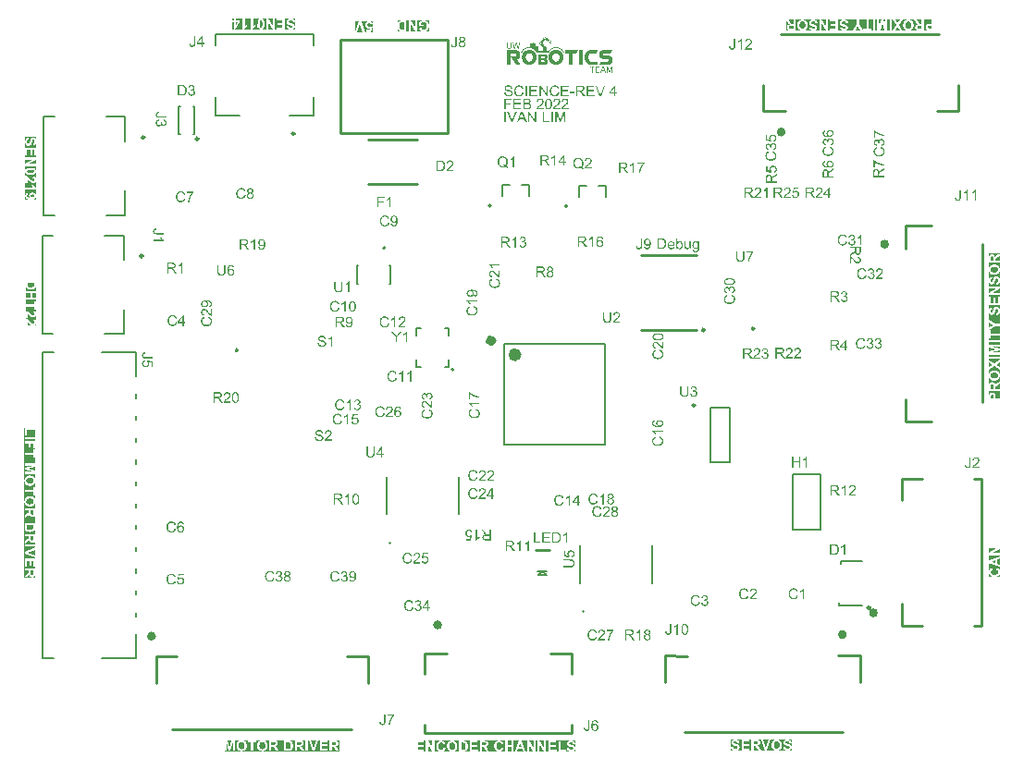
<source format=gto>
G04*
G04 #@! TF.GenerationSoftware,Altium Limited,Altium Designer,22.3.1 (43)*
G04*
G04 Layer_Color=65535*
%FSLAX25Y25*%
%MOIN*%
G70*
G04*
G04 #@! TF.SameCoordinates,ADBFED44-BD27-400C-BC08-764E4E0E5164*
G04*
G04*
G04 #@! TF.FilePolarity,Positive*
G04*
G01*
G75*
%ADD10C,0.01575*%
%ADD11C,0.00984*%
%ADD12C,0.00600*%
%ADD13C,0.02362*%
%ADD14C,0.02953*%
%ADD15C,0.01000*%
%ADD16C,0.00787*%
%ADD17C,0.00500*%
G36*
X184136Y78D02*
X184162D01*
Y52D01*
X184241D01*
Y26D01*
X184267D01*
Y-0D01*
X184345D01*
Y-26D01*
X184372D01*
Y-53D01*
X184398D01*
Y-79D01*
X184424D01*
Y-105D01*
X184503D01*
Y-131D01*
X184529D01*
Y-157D01*
X184607D01*
Y-184D01*
X184634D01*
Y-210D01*
X184712D01*
Y-236D01*
X184738D01*
Y-262D01*
X184817D01*
Y-288D01*
X184843D01*
Y-315D01*
X184922D01*
Y-341D01*
X184948D01*
Y-367D01*
X184974D01*
Y-393D01*
X185000D01*
Y-419D01*
X185027D01*
Y-393D01*
X185053D01*
Y-419D01*
X185079D01*
Y-446D01*
X185105D01*
Y-472D01*
X185184D01*
Y-498D01*
X185210D01*
Y-524D01*
X185289D01*
Y-550D01*
X185315D01*
Y-577D01*
X185393D01*
Y-603D01*
X185420D01*
Y-629D01*
X185498D01*
Y-655D01*
X185524D01*
Y-681D01*
X185577D01*
Y-708D01*
Y-734D01*
X185603D01*
Y-708D01*
X185629D01*
Y-734D01*
X185655D01*
Y-760D01*
X185682D01*
Y-734D01*
X185708D01*
Y-760D01*
X185734D01*
Y-786D01*
X185760D01*
Y-812D01*
X185786D01*
Y-839D01*
X185865D01*
Y-865D01*
X185891D01*
Y-891D01*
X185970D01*
Y-917D01*
X185996D01*
Y-943D01*
X186075D01*
Y-970D01*
X186048D01*
Y-996D01*
X186075D01*
Y-1022D01*
X186101D01*
Y-996D01*
X186284D01*
Y-970D01*
X186310D01*
Y-996D01*
X186337D01*
Y-970D01*
X186363D01*
Y-996D01*
X186389D01*
Y-970D01*
X186415D01*
Y-996D01*
X186441D01*
Y-970D01*
X186468D01*
Y-996D01*
X186494D01*
Y-970D01*
X186520D01*
Y-943D01*
X186546D01*
Y-970D01*
X186572D01*
Y-943D01*
X186599D01*
Y-970D01*
X186625D01*
Y-996D01*
X186651D01*
Y-1022D01*
X186677D01*
Y-1048D01*
Y-1074D01*
Y-1101D01*
X186703D01*
Y-1127D01*
Y-1153D01*
Y-1179D01*
X186730D01*
Y-1205D01*
X186756D01*
Y-1232D01*
X186730D01*
Y-1258D01*
X186756D01*
Y-1284D01*
X186782D01*
Y-1310D01*
X186808D01*
Y-1336D01*
X186782D01*
Y-1363D01*
X186808D01*
Y-1389D01*
X186834D01*
Y-1415D01*
Y-1441D01*
Y-1467D01*
X186861D01*
Y-1494D01*
X186887D01*
Y-1520D01*
X186861D01*
Y-1546D01*
X186887D01*
Y-1572D01*
X186913D01*
Y-1598D01*
X186887D01*
Y-1625D01*
X186913D01*
Y-1651D01*
X186939D01*
Y-1677D01*
X186965D01*
Y-1703D01*
X186939D01*
Y-1729D01*
X186965D01*
Y-1756D01*
X186939D01*
Y-1729D01*
X186913D01*
Y-1703D01*
X186887D01*
Y-1677D01*
Y-1651D01*
X186834D01*
Y-1625D01*
Y-1598D01*
X186808D01*
Y-1572D01*
Y-1546D01*
X186782D01*
Y-1520D01*
X186756D01*
Y-1494D01*
X186730D01*
Y-1467D01*
X186703D01*
Y-1441D01*
X186677D01*
Y-1415D01*
X186651D01*
Y-1389D01*
X186625D01*
Y-1363D01*
X186599D01*
Y-1336D01*
X186572D01*
Y-1310D01*
X186599D01*
Y-1284D01*
X186520D01*
Y-1258D01*
X186546D01*
Y-1232D01*
X186415D01*
Y-1258D01*
X186389D01*
Y-1284D01*
X186310D01*
Y-1310D01*
X186284D01*
Y-1284D01*
X186258D01*
Y-1310D01*
X186232D01*
Y-1336D01*
X186153D01*
Y-1363D01*
X186127D01*
Y-1389D01*
X186048D01*
Y-1415D01*
Y-1441D01*
Y-1467D01*
Y-1494D01*
Y-1520D01*
X186022D01*
Y-1546D01*
Y-1572D01*
Y-1598D01*
Y-1625D01*
Y-1651D01*
X185996D01*
Y-1677D01*
X186022D01*
Y-1703D01*
X185996D01*
Y-1729D01*
X186022D01*
Y-1756D01*
X185996D01*
Y-1782D01*
X186022D01*
Y-1808D01*
X185996D01*
Y-1834D01*
Y-1860D01*
Y-1887D01*
X186127D01*
Y-1913D01*
X186206D01*
Y-1939D01*
X186284D01*
Y-1965D01*
X186310D01*
Y-1939D01*
X186337D01*
Y-1965D01*
X186363D01*
Y-1991D01*
X186389D01*
Y-1965D01*
X186415D01*
Y-1991D01*
X186494D01*
Y-2018D01*
X186520D01*
Y-1991D01*
X186546D01*
Y-2018D01*
X186572D01*
Y-2044D01*
X186651D01*
Y-2070D01*
X186101D01*
Y-2044D01*
X186075D01*
Y-2070D01*
X186048D01*
Y-2044D01*
X186022D01*
Y-2070D01*
X185996D01*
Y-2044D01*
X185970D01*
Y-2070D01*
X185944D01*
Y-2044D01*
X185917D01*
Y-2070D01*
X185891D01*
Y-2044D01*
X185865D01*
Y-2070D01*
X185839D01*
Y-2044D01*
X185813D01*
Y-2070D01*
X185786D01*
Y-2044D01*
X185760D01*
Y-2018D01*
X185734D01*
Y-1991D01*
Y-1965D01*
X185708D01*
Y-1939D01*
Y-1913D01*
X185682D01*
Y-1887D01*
X185708D01*
Y-1860D01*
X185682D01*
Y-1834D01*
X185655D01*
Y-1808D01*
X185629D01*
Y-1782D01*
X185655D01*
Y-1756D01*
X185629D01*
Y-1729D01*
X185603D01*
Y-1703D01*
X185577D01*
Y-1677D01*
X185603D01*
Y-1651D01*
X185577D01*
Y-1625D01*
Y-1598D01*
X185551D01*
Y-1572D01*
Y-1546D01*
X185472D01*
Y-1520D01*
X185446D01*
Y-1494D01*
X185367D01*
Y-1467D01*
X185341D01*
Y-1441D01*
X185262D01*
Y-1415D01*
X185236D01*
Y-1389D01*
X185158D01*
Y-1363D01*
X185131D01*
Y-1336D01*
X185105D01*
Y-1310D01*
X185053D01*
Y-1284D01*
X185000D01*
Y-1258D01*
X184974D01*
Y-1232D01*
X184896D01*
Y-1205D01*
X184869D01*
Y-1179D01*
X184791D01*
Y-1153D01*
X184765D01*
Y-1127D01*
X184686D01*
Y-1101D01*
X184660D01*
Y-1074D01*
X184634D01*
Y-1048D01*
X184607D01*
Y-1022D01*
X184529D01*
Y-996D01*
X184503D01*
Y-970D01*
X184424D01*
Y-943D01*
X184398D01*
Y-917D01*
X184319D01*
Y-891D01*
X184293D01*
Y-865D01*
X184214D01*
Y-839D01*
X184188D01*
Y-812D01*
X184110D01*
Y-839D01*
X184136D01*
Y-865D01*
X184083D01*
Y-891D01*
Y-917D01*
X184057D01*
Y-943D01*
X184031D01*
Y-970D01*
X184005D01*
Y-996D01*
X183979D01*
Y-1022D01*
X183952D01*
Y-1048D01*
Y-1074D01*
X183926D01*
Y-1101D01*
X183900D01*
Y-1127D01*
X183874D01*
Y-1153D01*
Y-1179D01*
X183848D01*
Y-1205D01*
X183821D01*
Y-1232D01*
X183795D01*
Y-1258D01*
X183769D01*
Y-1284D01*
X183743D01*
Y-1310D01*
X183717D01*
Y-1336D01*
X183690D01*
Y-1363D01*
X183664D01*
Y-1389D01*
X183638D01*
Y-1415D01*
X183612D01*
Y-1441D01*
X183586D01*
Y-1467D01*
X183559D01*
Y-1494D01*
X183533D01*
Y-1520D01*
Y-1546D01*
X183481D01*
Y-1572D01*
X183507D01*
Y-1598D01*
X183428D01*
Y-1625D01*
X183455D01*
Y-1651D01*
X183402D01*
Y-1677D01*
Y-1703D01*
X183376D01*
Y-1729D01*
X183350D01*
Y-1756D01*
X183324D01*
Y-1782D01*
X183297D01*
Y-1808D01*
X183271D01*
Y-1834D01*
Y-1860D01*
X183245D01*
Y-1887D01*
Y-1913D01*
X183219D01*
Y-1939D01*
X183193D01*
Y-1965D01*
X183166D01*
Y-1991D01*
X183140D01*
Y-2018D01*
X183114D01*
Y-2044D01*
X183088D01*
Y-2070D01*
X183062D01*
Y-2096D01*
X183088D01*
Y-2122D01*
X183114D01*
Y-2149D01*
X183140D01*
Y-2175D01*
X183166D01*
Y-2201D01*
X183193D01*
Y-2227D01*
X183219D01*
Y-2253D01*
X183245D01*
Y-2280D01*
Y-2306D01*
X183297D01*
Y-2332D01*
X183271D01*
Y-2358D01*
X183297D01*
Y-2384D01*
X183324D01*
Y-2411D01*
X183350D01*
Y-2437D01*
X183376D01*
Y-2463D01*
X183402D01*
Y-2489D01*
X183428D01*
Y-2515D01*
X183455D01*
Y-2542D01*
X183481D01*
Y-2568D01*
X183507D01*
Y-2594D01*
X183481D01*
Y-2620D01*
X183533D01*
Y-2646D01*
Y-2673D01*
X183559D01*
Y-2699D01*
X183586D01*
Y-2725D01*
X183612D01*
Y-2751D01*
X183638D01*
Y-2777D01*
X183664D01*
Y-2804D01*
X183690D01*
Y-2830D01*
X183717D01*
Y-2856D01*
Y-2882D01*
X183769D01*
Y-2908D01*
X183743D01*
Y-2935D01*
X183769D01*
Y-2961D01*
X183795D01*
Y-2987D01*
X183821D01*
Y-3013D01*
X183848D01*
Y-3039D01*
X183874D01*
Y-3066D01*
X183900D01*
Y-3092D01*
X183926D01*
Y-3118D01*
X183900D01*
Y-3144D01*
X183979D01*
Y-3170D01*
Y-3197D01*
X184005D01*
Y-3223D01*
Y-3249D01*
X184031D01*
Y-3223D01*
X184057D01*
Y-3249D01*
X184083D01*
Y-3223D01*
X184110D01*
Y-3249D01*
X184136D01*
Y-3223D01*
X184162D01*
Y-3249D01*
X184188D01*
Y-3223D01*
X184214D01*
Y-3249D01*
X184241D01*
Y-3223D01*
X184267D01*
Y-3249D01*
X184293D01*
Y-3223D01*
X184319D01*
Y-3249D01*
X184345D01*
Y-3223D01*
X184372D01*
Y-3249D01*
X184398D01*
Y-3275D01*
X184424D01*
Y-3301D01*
Y-3328D01*
Y-3354D01*
X184450D01*
Y-3380D01*
Y-3406D01*
Y-3432D01*
Y-3459D01*
X184476D01*
Y-3485D01*
Y-3511D01*
X184503D01*
Y-3537D01*
X184476D01*
Y-3563D01*
X184503D01*
Y-3590D01*
X184476D01*
Y-3616D01*
X184503D01*
Y-3642D01*
X184529D01*
Y-3668D01*
Y-3694D01*
Y-3721D01*
X184555D01*
Y-3747D01*
X184529D01*
Y-3773D01*
X184555D01*
Y-3799D01*
Y-3825D01*
Y-3852D01*
X184581D01*
Y-3878D01*
Y-3904D01*
Y-3930D01*
X184607D01*
Y-3956D01*
X184581D01*
Y-3983D01*
X184607D01*
Y-4009D01*
Y-4035D01*
Y-4061D01*
X184634D01*
Y-4087D01*
X184660D01*
Y-4114D01*
X184634D01*
Y-4140D01*
X184660D01*
Y-4166D01*
X184634D01*
Y-4192D01*
X184660D01*
Y-4218D01*
Y-4245D01*
Y-4271D01*
X184686D01*
Y-4297D01*
Y-4323D01*
Y-4349D01*
X184712D01*
Y-4376D01*
X184686D01*
Y-4402D01*
X184712D01*
Y-4428D01*
Y-4454D01*
Y-4480D01*
X184738D01*
Y-4507D01*
X184765D01*
Y-4533D01*
X184738D01*
Y-4559D01*
X184765D01*
Y-4585D01*
X184738D01*
Y-4611D01*
X184765D01*
Y-4638D01*
X184791D01*
Y-4664D01*
X184765D01*
Y-4690D01*
X184791D01*
Y-4716D01*
X184817D01*
Y-4742D01*
X184843D01*
Y-4716D01*
X184869D01*
Y-4742D01*
X184896D01*
Y-4716D01*
X184922D01*
Y-4742D01*
X184948D01*
Y-4716D01*
X184974D01*
Y-4742D01*
X185000D01*
Y-4716D01*
X185027D01*
Y-4742D01*
X185053D01*
Y-4716D01*
X185079D01*
Y-4742D01*
X185105D01*
Y-4716D01*
X185131D01*
Y-4742D01*
X185158D01*
Y-4716D01*
X185184D01*
Y-4742D01*
X185210D01*
Y-4716D01*
X185236D01*
Y-4742D01*
X185262D01*
Y-4716D01*
X185289D01*
Y-4742D01*
X185367D01*
Y-4716D01*
X185393D01*
Y-4742D01*
X185420D01*
Y-4716D01*
X185446D01*
Y-4690D01*
X185472D01*
Y-4664D01*
X185498D01*
Y-4638D01*
X185472D01*
Y-4611D01*
X185524D01*
Y-4585D01*
Y-4559D01*
X185551D01*
Y-4533D01*
X185577D01*
Y-4507D01*
X185603D01*
Y-4480D01*
X185629D01*
Y-4454D01*
X185655D01*
Y-4428D01*
X185682D01*
Y-4402D01*
X185708D01*
Y-4376D01*
X185734D01*
Y-4349D01*
X185760D01*
Y-4323D01*
Y-4297D01*
X185813D01*
Y-4271D01*
Y-4245D01*
X185865D01*
Y-4218D01*
Y-4192D01*
X185917D01*
Y-4166D01*
X185944D01*
Y-4140D01*
X185970D01*
Y-4114D01*
X185996D01*
Y-4087D01*
X186022D01*
Y-4061D01*
X186048D01*
Y-4035D01*
X186075D01*
Y-4009D01*
X186101D01*
Y-3983D01*
X186179D01*
Y-3956D01*
X186206D01*
Y-3930D01*
X186232D01*
Y-3904D01*
X186258D01*
Y-3878D01*
X186337D01*
Y-3852D01*
X186363D01*
Y-3825D01*
X186441D01*
Y-3799D01*
X186468D01*
Y-3773D01*
X186546D01*
Y-3747D01*
X186572D01*
Y-3721D01*
X186651D01*
Y-3694D01*
X186677D01*
Y-3668D01*
X186756D01*
Y-3642D01*
X186782D01*
Y-3616D01*
X186808D01*
Y-3642D01*
X186834D01*
Y-3616D01*
X186861D01*
Y-3590D01*
X186887D01*
Y-3616D01*
X186913D01*
Y-3590D01*
X186939D01*
Y-3563D01*
X186965D01*
Y-3590D01*
X186992D01*
Y-3563D01*
X187070D01*
Y-3537D01*
X187096D01*
Y-3563D01*
X187123D01*
Y-3537D01*
X187149D01*
Y-3511D01*
X187175D01*
Y-3537D01*
X187201D01*
Y-3511D01*
X187280D01*
Y-3485D01*
X187306D01*
Y-3511D01*
X187332D01*
Y-3485D01*
X187358D01*
Y-3459D01*
X187385D01*
Y-3485D01*
X187411D01*
Y-3459D01*
X187437D01*
Y-3485D01*
X187463D01*
Y-3459D01*
X187751D01*
Y-3432D01*
X187778D01*
Y-3459D01*
X187856D01*
Y-3432D01*
X187882D01*
Y-3459D01*
X187909D01*
Y-3432D01*
X187935D01*
Y-3459D01*
X187961D01*
Y-3432D01*
X187987D01*
Y-3459D01*
X188013D01*
Y-3432D01*
X188040D01*
Y-3459D01*
X188066D01*
Y-3432D01*
X188092D01*
Y-3459D01*
X188171D01*
Y-3432D01*
X188197D01*
Y-3459D01*
X188433D01*
Y-3485D01*
X188459D01*
Y-3459D01*
X188485D01*
Y-3485D01*
X188511D01*
Y-3459D01*
X188537D01*
Y-3485D01*
X188564D01*
Y-3511D01*
X188590D01*
Y-3485D01*
X188616D01*
Y-3511D01*
X188747D01*
Y-3537D01*
X188773D01*
Y-3563D01*
X188799D01*
Y-3537D01*
X188826D01*
Y-3563D01*
X188904D01*
Y-3590D01*
X188930D01*
Y-3563D01*
X188957D01*
Y-3590D01*
X188983D01*
Y-3616D01*
X189009D01*
Y-3590D01*
X189035D01*
Y-3616D01*
X189114D01*
Y-3642D01*
X189140D01*
Y-3668D01*
X189219D01*
Y-3694D01*
X189245D01*
Y-3668D01*
X189271D01*
Y-3694D01*
X189297D01*
Y-3721D01*
X189376D01*
Y-3747D01*
X189402D01*
Y-3773D01*
X189481D01*
Y-3799D01*
X189507D01*
Y-3825D01*
X189559D01*
Y-3852D01*
Y-3878D01*
X189585D01*
Y-3852D01*
X189612D01*
Y-3878D01*
X189638D01*
Y-3904D01*
X189664D01*
Y-3930D01*
X189743D01*
Y-3956D01*
X189769D01*
Y-3983D01*
X189795D01*
Y-4009D01*
X189821D01*
Y-4035D01*
X189874D01*
Y-4061D01*
Y-4087D01*
X189952D01*
Y-4114D01*
X189978D01*
Y-4140D01*
X190005D01*
Y-4166D01*
X190031D01*
Y-4192D01*
X190057D01*
Y-4218D01*
X190083D01*
Y-4245D01*
X190109D01*
Y-4271D01*
X190136D01*
Y-4297D01*
X190162D01*
Y-4323D01*
X190188D01*
Y-4349D01*
X190214D01*
Y-4376D01*
X190240D01*
Y-4402D01*
X190267D01*
Y-4428D01*
X190293D01*
Y-4454D01*
X190319D01*
Y-4480D01*
Y-4507D01*
X190371D01*
Y-4533D01*
Y-4559D01*
X190398D01*
Y-4585D01*
Y-4611D01*
X190424D01*
Y-4638D01*
X190450D01*
Y-4664D01*
X190476D01*
Y-4690D01*
X190502D01*
Y-4716D01*
X190529D01*
Y-4742D01*
Y-4769D01*
Y-4795D01*
X190555D01*
Y-4821D01*
X190581D01*
Y-4847D01*
X190607D01*
Y-4873D01*
Y-4900D01*
Y-4926D01*
X190633D01*
Y-4952D01*
X190660D01*
Y-4978D01*
X190686D01*
Y-5004D01*
X190660D01*
Y-5031D01*
X190686D01*
Y-5057D01*
X190712D01*
Y-5083D01*
X190738D01*
Y-5109D01*
X190712D01*
Y-5135D01*
X190738D01*
Y-5162D01*
X190764D01*
Y-5188D01*
X190791D01*
Y-5214D01*
X190764D01*
Y-5240D01*
X190791D01*
Y-5266D01*
X190817D01*
Y-5293D01*
Y-5319D01*
Y-5345D01*
X190843D01*
Y-5371D01*
Y-5397D01*
Y-5424D01*
X190869D01*
Y-5450D01*
X190843D01*
Y-5476D01*
X190764D01*
Y-5502D01*
X190686D01*
Y-5528D01*
X190660D01*
Y-5502D01*
X190633D01*
Y-5528D01*
X190555D01*
Y-5502D01*
Y-5476D01*
Y-5450D01*
X190529D01*
Y-5424D01*
X190502D01*
Y-5397D01*
X190529D01*
Y-5371D01*
X190502D01*
Y-5345D01*
X190476D01*
Y-5319D01*
X190450D01*
Y-5293D01*
X190476D01*
Y-5266D01*
X190450D01*
Y-5240D01*
Y-5214D01*
X190424D01*
Y-5188D01*
Y-5162D01*
X190398D01*
Y-5135D01*
X190371D01*
Y-5109D01*
X190345D01*
Y-5083D01*
X190371D01*
Y-5057D01*
X190345D01*
Y-5031D01*
X190319D01*
Y-5004D01*
X190293D01*
Y-4978D01*
Y-4952D01*
X190267D01*
Y-4926D01*
Y-4900D01*
X190240D01*
Y-4873D01*
X190214D01*
Y-4847D01*
X190188D01*
Y-4821D01*
X190162D01*
Y-4795D01*
X190136D01*
Y-4769D01*
X190162D01*
Y-4742D01*
X190109D01*
Y-4716D01*
Y-4690D01*
X190083D01*
Y-4664D01*
X190057D01*
Y-4638D01*
X190031D01*
Y-4611D01*
X190005D01*
Y-4585D01*
X189978D01*
Y-4559D01*
X189952D01*
Y-4533D01*
X189926D01*
Y-4507D01*
X189900D01*
Y-4480D01*
X189874D01*
Y-4454D01*
X189847D01*
Y-4428D01*
X189821D01*
Y-4402D01*
X189795D01*
Y-4376D01*
X189769D01*
Y-4349D01*
X189743D01*
Y-4323D01*
X189664D01*
Y-4297D01*
X189638D01*
Y-4271D01*
X189612D01*
Y-4245D01*
X189585D01*
Y-4218D01*
X189559D01*
Y-4192D01*
X189533D01*
Y-4166D01*
X189454D01*
Y-4140D01*
X189428D01*
Y-4114D01*
X189350D01*
Y-4087D01*
X189323D01*
Y-4061D01*
X189297D01*
Y-4035D01*
X189219D01*
Y-4009D01*
X189140D01*
Y-3983D01*
X189114D01*
Y-3956D01*
X189035D01*
Y-3930D01*
X189009D01*
Y-3904D01*
X188983D01*
Y-3930D01*
X188957D01*
Y-3904D01*
X188878D01*
Y-3878D01*
X188852D01*
Y-3852D01*
X188826D01*
Y-3878D01*
X188852D01*
Y-3904D01*
X188826D01*
Y-3878D01*
X188799D01*
Y-3852D01*
X188721D01*
Y-3825D01*
X188695D01*
Y-3852D01*
X188668D01*
Y-3825D01*
X188590D01*
Y-3799D01*
X188564D01*
Y-3825D01*
X188537D01*
Y-3799D01*
X188406D01*
Y-3773D01*
X188380D01*
Y-3799D01*
X188354D01*
Y-3773D01*
X188328D01*
Y-3799D01*
X188302D01*
Y-3773D01*
X188275D01*
Y-3747D01*
X188249D01*
Y-3773D01*
X188223D01*
Y-3747D01*
X188197D01*
Y-3773D01*
X188171D01*
Y-3747D01*
X188144D01*
Y-3773D01*
X188118D01*
Y-3747D01*
X188092D01*
Y-3773D01*
X188066D01*
Y-3747D01*
X188040D01*
Y-3773D01*
X188013D01*
Y-3747D01*
X187987D01*
Y-3773D01*
X187961D01*
Y-3747D01*
X187882D01*
Y-3773D01*
X187856D01*
Y-3747D01*
X187830D01*
Y-3773D01*
X187804D01*
Y-3747D01*
X187778D01*
Y-3773D01*
X187751D01*
Y-3747D01*
X187725D01*
Y-3773D01*
X187699D01*
Y-3747D01*
X187673D01*
Y-3773D01*
X187594D01*
Y-3799D01*
X187568D01*
Y-3773D01*
X187542D01*
Y-3799D01*
X187306D01*
Y-3825D01*
X187227D01*
Y-3852D01*
X187201D01*
Y-3825D01*
X187175D01*
Y-3852D01*
X187096D01*
Y-3878D01*
X187070D01*
Y-3904D01*
X187044D01*
Y-3878D01*
X187018D01*
Y-3904D01*
X186939D01*
Y-3930D01*
X186913D01*
Y-3956D01*
X186887D01*
Y-3930D01*
X186861D01*
Y-3956D01*
X186782D01*
Y-3983D01*
X186756D01*
Y-4009D01*
X186677D01*
Y-4035D01*
X186651D01*
Y-4061D01*
X186572D01*
Y-4087D01*
X186546D01*
Y-4114D01*
X186468D01*
Y-4140D01*
X186441D01*
Y-4166D01*
X186415D01*
Y-4192D01*
X186389D01*
Y-4218D01*
X186310D01*
Y-4245D01*
Y-4271D01*
X186258D01*
Y-4297D01*
X186232D01*
Y-4323D01*
X186206D01*
Y-4349D01*
X186179D01*
Y-4376D01*
X186101D01*
Y-4402D01*
X186127D01*
Y-4428D01*
X186048D01*
Y-4454D01*
X186075D01*
Y-4480D01*
X185996D01*
Y-4507D01*
X186022D01*
Y-4533D01*
X185944D01*
Y-4559D01*
X185970D01*
Y-4585D01*
X185891D01*
Y-4611D01*
X185917D01*
Y-4638D01*
X185891D01*
Y-4664D01*
X185865D01*
Y-4690D01*
X185839D01*
Y-4716D01*
X185813D01*
Y-4742D01*
X185786D01*
Y-4769D01*
X185760D01*
Y-4795D01*
X185734D01*
Y-4821D01*
Y-4847D01*
Y-4873D01*
X185708D01*
Y-4900D01*
X185682D01*
Y-4926D01*
X185655D01*
Y-4952D01*
X185629D01*
Y-4978D01*
Y-5004D01*
X185603D01*
Y-5031D01*
Y-5057D01*
X185577D01*
Y-5083D01*
Y-5109D01*
X185551D01*
Y-5135D01*
Y-5162D01*
X185524D01*
Y-5188D01*
X185498D01*
Y-5214D01*
X185472D01*
Y-5240D01*
X185498D01*
Y-5266D01*
X185472D01*
Y-5293D01*
Y-5319D01*
X185446D01*
Y-5345D01*
Y-5371D01*
X185420D01*
Y-5397D01*
Y-5424D01*
Y-5450D01*
X185393D01*
Y-5476D01*
Y-5502D01*
Y-5528D01*
X185367D01*
Y-5555D01*
X185341D01*
Y-5528D01*
X185315D01*
Y-5555D01*
X185289D01*
Y-5528D01*
X185262D01*
Y-5555D01*
X185236D01*
Y-5528D01*
X185210D01*
Y-5555D01*
X185184D01*
Y-5528D01*
X185158D01*
Y-5555D01*
X185131D01*
Y-5528D01*
X185105D01*
Y-5555D01*
X185079D01*
Y-5528D01*
X185053D01*
Y-5555D01*
X185027D01*
Y-5528D01*
X185000D01*
Y-5555D01*
X184974D01*
Y-5528D01*
X184948D01*
Y-5555D01*
X184922D01*
Y-5528D01*
X184896D01*
Y-5555D01*
X184869D01*
Y-5528D01*
X184843D01*
Y-5555D01*
X184817D01*
Y-5528D01*
X184791D01*
Y-5555D01*
X184765D01*
Y-5528D01*
X184738D01*
Y-5555D01*
X184712D01*
Y-5528D01*
X184686D01*
Y-5555D01*
X184660D01*
Y-5528D01*
X184634D01*
Y-5555D01*
X184607D01*
Y-5528D01*
X184581D01*
Y-5555D01*
X184555D01*
Y-5528D01*
X184529D01*
Y-5555D01*
X184503D01*
Y-5528D01*
X184476D01*
Y-5555D01*
X184450D01*
Y-5528D01*
X184424D01*
Y-5555D01*
X184398D01*
Y-5528D01*
X184372D01*
Y-5555D01*
X184345D01*
Y-5528D01*
X184319D01*
Y-5555D01*
X184293D01*
Y-5528D01*
X184267D01*
Y-5555D01*
X184241D01*
Y-5528D01*
X184214D01*
Y-5555D01*
X184188D01*
Y-5528D01*
X184162D01*
Y-5555D01*
X184136D01*
Y-5528D01*
X184110D01*
Y-5555D01*
X184083D01*
Y-5528D01*
X184057D01*
Y-5555D01*
X184031D01*
Y-5528D01*
X184005D01*
Y-5555D01*
X183979D01*
Y-5528D01*
X183952D01*
Y-5555D01*
X183926D01*
Y-5528D01*
X183900D01*
Y-5555D01*
X183874D01*
Y-5528D01*
X183848D01*
Y-5555D01*
X183821D01*
Y-5528D01*
X183795D01*
Y-5555D01*
X183769D01*
Y-5528D01*
X183743D01*
Y-5555D01*
X183717D01*
Y-5528D01*
X183690D01*
Y-5555D01*
X183664D01*
Y-5528D01*
X183638D01*
Y-5555D01*
X183612D01*
Y-5528D01*
X183586D01*
Y-5555D01*
X183559D01*
Y-5528D01*
X183533D01*
Y-5555D01*
X183507D01*
Y-5528D01*
X183481D01*
Y-5555D01*
X183455D01*
Y-5528D01*
X183428D01*
Y-5555D01*
X183402D01*
Y-5528D01*
X183376D01*
Y-5555D01*
X183350D01*
Y-5528D01*
X183324D01*
Y-5555D01*
X183297D01*
Y-5528D01*
X183271D01*
Y-5555D01*
X183245D01*
Y-5528D01*
X183166D01*
Y-5555D01*
X183140D01*
Y-5528D01*
X183114D01*
Y-5555D01*
X183088D01*
Y-5528D01*
X183062D01*
Y-5555D01*
X183035D01*
Y-5528D01*
X182957D01*
Y-5555D01*
X182931D01*
Y-5528D01*
X182904D01*
Y-5555D01*
X182878D01*
Y-5528D01*
X182852D01*
Y-5555D01*
X182826D01*
Y-5528D01*
X182747D01*
Y-5555D01*
X182721D01*
Y-5528D01*
X182538D01*
Y-5555D01*
X182511D01*
Y-5528D01*
X182328D01*
Y-5555D01*
X182302D01*
Y-5528D01*
X180861D01*
Y-5502D01*
X180835D01*
Y-5476D01*
Y-5450D01*
Y-5424D01*
X180808D01*
Y-5397D01*
X180835D01*
Y-5371D01*
X180808D01*
Y-5345D01*
X180782D01*
Y-5319D01*
X180756D01*
Y-5293D01*
X180782D01*
Y-5266D01*
X180756D01*
Y-5240D01*
X180730D01*
Y-5214D01*
X180704D01*
Y-5188D01*
X180730D01*
Y-5162D01*
X180704D01*
Y-5135D01*
X180677D01*
Y-5109D01*
X180651D01*
Y-5083D01*
Y-5057D01*
Y-5031D01*
X180625D01*
Y-5004D01*
X180599D01*
Y-4978D01*
X180573D01*
Y-4952D01*
X180546D01*
Y-4926D01*
X180573D01*
Y-4900D01*
X180546D01*
Y-4873D01*
X180520D01*
Y-4847D01*
X180494D01*
Y-4821D01*
X180468D01*
Y-4795D01*
X180442D01*
Y-4769D01*
Y-4742D01*
X180415D01*
Y-4716D01*
Y-4690D01*
X180389D01*
Y-4664D01*
X180363D01*
Y-4638D01*
X180337D01*
Y-4611D01*
X180311D01*
Y-4585D01*
X180284D01*
Y-4559D01*
X180258D01*
Y-4533D01*
X180232D01*
Y-4507D01*
X180206D01*
Y-4480D01*
X180180D01*
Y-4454D01*
X180153D01*
Y-4428D01*
X180127D01*
Y-4402D01*
X180101D01*
Y-4376D01*
X180075D01*
Y-4349D01*
X180049D01*
Y-4323D01*
X179996D01*
Y-4297D01*
X179970D01*
Y-4271D01*
X179918D01*
Y-4245D01*
X179891D01*
Y-4218D01*
X179865D01*
Y-4192D01*
X179839D01*
Y-4166D01*
X179760D01*
Y-4140D01*
X179734D01*
Y-4114D01*
X179708D01*
Y-4087D01*
X179629D01*
Y-4061D01*
X179603D01*
Y-4035D01*
X179577D01*
Y-4009D01*
X179551D01*
Y-4035D01*
X179577D01*
Y-4061D01*
X179551D01*
Y-4035D01*
X179525D01*
Y-4009D01*
X179498D01*
Y-3983D01*
X179420D01*
Y-3956D01*
X179341D01*
Y-3930D01*
X179315D01*
Y-3904D01*
X179184D01*
Y-3878D01*
X179158D01*
Y-3852D01*
X179132D01*
Y-3878D01*
X179105D01*
Y-3852D01*
X179027D01*
Y-3825D01*
X178948D01*
Y-3799D01*
X178922D01*
Y-3825D01*
X178896D01*
Y-3799D01*
X178765D01*
Y-3773D01*
X178739D01*
Y-3799D01*
X178712D01*
Y-3773D01*
X178686D01*
Y-3747D01*
X178660D01*
Y-3773D01*
X178686D01*
Y-3799D01*
X178660D01*
Y-3773D01*
X178634D01*
Y-3747D01*
X178608D01*
Y-3773D01*
X178581D01*
Y-3747D01*
X178555D01*
Y-3773D01*
X178529D01*
Y-3747D01*
X178031D01*
Y-3773D01*
X178005D01*
Y-3747D01*
X177979D01*
Y-3773D01*
X177953D01*
Y-3747D01*
X177926D01*
Y-3773D01*
X177900D01*
Y-3747D01*
X177874D01*
Y-3773D01*
X177848D01*
Y-3747D01*
X177822D01*
Y-3773D01*
X177848D01*
Y-3799D01*
X177822D01*
Y-3773D01*
X177795D01*
Y-3799D01*
X177769D01*
Y-3773D01*
X177743D01*
Y-3799D01*
X177560D01*
Y-3825D01*
X177481D01*
Y-3852D01*
X177402D01*
Y-3878D01*
X177376D01*
Y-3852D01*
X177350D01*
Y-3878D01*
X177324D01*
Y-3904D01*
X177298D01*
Y-3878D01*
X177271D01*
Y-3904D01*
X177245D01*
Y-3930D01*
X177219D01*
Y-3904D01*
X177193D01*
Y-3930D01*
X177167D01*
Y-3956D01*
X177088D01*
Y-3983D01*
X177062D01*
Y-4009D01*
X177036D01*
Y-3983D01*
X177009D01*
Y-4009D01*
X176983D01*
Y-4035D01*
X176957D01*
Y-4009D01*
X176931D01*
Y-4035D01*
X176957D01*
Y-4061D01*
X176931D01*
Y-4035D01*
X176905D01*
Y-4061D01*
X176878D01*
Y-4087D01*
X176826D01*
Y-4114D01*
X176774D01*
Y-4140D01*
X176747D01*
Y-4166D01*
X176669D01*
Y-4192D01*
X176643D01*
Y-4218D01*
X176616D01*
Y-4245D01*
X176590D01*
Y-4271D01*
X176564D01*
Y-4297D01*
X176538D01*
Y-4323D01*
X176459D01*
Y-4349D01*
X176433D01*
Y-4376D01*
X176407D01*
Y-4402D01*
X176381D01*
Y-4428D01*
X176354D01*
Y-4454D01*
X176328D01*
Y-4480D01*
X176302D01*
Y-4507D01*
X176276D01*
Y-4533D01*
X176250D01*
Y-4559D01*
X176223D01*
Y-4585D01*
X176197D01*
Y-4611D01*
Y-4638D01*
X176145D01*
Y-4664D01*
Y-4690D01*
X176119D01*
Y-4716D01*
Y-4742D01*
X176092D01*
Y-4769D01*
X176066D01*
Y-4795D01*
X176040D01*
Y-4821D01*
X176014D01*
Y-4847D01*
X175988D01*
Y-4873D01*
X176014D01*
Y-4900D01*
X175961D01*
Y-4926D01*
Y-4952D01*
X175935D01*
Y-4978D01*
X175909D01*
Y-5004D01*
X175883D01*
Y-5031D01*
X175909D01*
Y-5057D01*
X175883D01*
Y-5083D01*
X175857D01*
Y-5109D01*
X175830D01*
Y-5135D01*
X175857D01*
Y-5162D01*
X175830D01*
Y-5188D01*
X175804D01*
Y-5214D01*
X175778D01*
Y-5240D01*
Y-5266D01*
Y-5293D01*
X175752D01*
Y-5319D01*
X175726D01*
Y-5345D01*
X175752D01*
Y-5371D01*
X175726D01*
Y-5397D01*
X175699D01*
Y-5424D01*
Y-5450D01*
Y-5476D01*
X175673D01*
Y-5502D01*
X175699D01*
Y-5528D01*
X175621D01*
Y-5502D01*
X175595D01*
Y-5528D01*
X175568D01*
Y-5502D01*
X175542D01*
Y-5476D01*
X175411D01*
Y-5450D01*
X175385D01*
Y-5424D01*
X175359D01*
Y-5397D01*
X175385D01*
Y-5371D01*
X175411D01*
Y-5345D01*
X175437D01*
Y-5319D01*
X175411D01*
Y-5293D01*
X175437D01*
Y-5266D01*
X175411D01*
Y-5240D01*
X175437D01*
Y-5214D01*
X175464D01*
Y-5188D01*
X175490D01*
Y-5162D01*
X175464D01*
Y-5135D01*
X175490D01*
Y-5109D01*
X175516D01*
Y-5083D01*
Y-5057D01*
Y-5031D01*
X175542D01*
Y-5004D01*
X175568D01*
Y-4978D01*
X175595D01*
Y-4952D01*
X175568D01*
Y-4926D01*
X175595D01*
Y-4900D01*
X175621D01*
Y-4873D01*
X175647D01*
Y-4847D01*
X175621D01*
Y-4821D01*
X175673D01*
Y-4795D01*
Y-4769D01*
X175699D01*
Y-4742D01*
X175726D01*
Y-4716D01*
X175752D01*
Y-4690D01*
Y-4664D01*
Y-4638D01*
X175778D01*
Y-4611D01*
X175804D01*
Y-4585D01*
X175830D01*
Y-4559D01*
X175857D01*
Y-4533D01*
Y-4507D01*
X175909D01*
Y-4480D01*
X175883D01*
Y-4454D01*
X175935D01*
Y-4428D01*
Y-4402D01*
X175961D01*
Y-4376D01*
X175988D01*
Y-4349D01*
X176014D01*
Y-4323D01*
X176040D01*
Y-4297D01*
X176066D01*
Y-4271D01*
X176092D01*
Y-4245D01*
X176119D01*
Y-4218D01*
X176145D01*
Y-4192D01*
X176171D01*
Y-4166D01*
X176197D01*
Y-4140D01*
X176250D01*
Y-4114D01*
Y-4087D01*
X176328D01*
Y-4061D01*
X176354D01*
Y-4035D01*
X176381D01*
Y-4009D01*
X176407D01*
Y-3983D01*
X176433D01*
Y-3956D01*
X176459D01*
Y-3983D01*
X176485D01*
Y-3956D01*
X176459D01*
Y-3930D01*
X176538D01*
Y-3904D01*
X176564D01*
Y-3878D01*
X176590D01*
Y-3852D01*
X176616D01*
Y-3825D01*
X176695D01*
Y-3799D01*
X176721D01*
Y-3773D01*
X176800D01*
Y-3747D01*
X176826D01*
Y-3721D01*
X176905D01*
Y-3694D01*
X176931D01*
Y-3668D01*
X176957D01*
Y-3694D01*
X176983D01*
Y-3668D01*
X177009D01*
Y-3642D01*
X177036D01*
Y-3668D01*
X177062D01*
Y-3642D01*
X177088D01*
Y-3616D01*
X177167D01*
Y-3590D01*
X177193D01*
Y-3563D01*
X177219D01*
Y-3590D01*
X177245D01*
Y-3563D01*
X177324D01*
Y-3537D01*
X177350D01*
Y-3563D01*
X177376D01*
Y-3537D01*
X177402D01*
Y-3511D01*
X177429D01*
Y-3537D01*
X177455D01*
Y-3511D01*
X177533D01*
Y-3485D01*
X177560D01*
Y-3511D01*
X177586D01*
Y-3485D01*
X177612D01*
Y-3459D01*
X177638D01*
Y-3485D01*
X177717D01*
Y-3459D01*
X177900D01*
Y-3432D01*
X177926D01*
Y-3459D01*
X177953D01*
Y-3432D01*
X177979D01*
Y-3459D01*
X178005D01*
Y-3432D01*
X178031D01*
Y-3459D01*
X178057D01*
Y-3432D01*
X178136D01*
Y-3459D01*
X178162D01*
Y-3432D01*
X178241D01*
Y-3459D01*
X178267D01*
Y-3432D01*
X178346D01*
Y-3459D01*
X178372D01*
Y-3432D01*
X178450D01*
Y-3459D01*
X178477D01*
Y-3432D01*
X178503D01*
Y-3459D01*
X178529D01*
Y-3432D01*
X178555D01*
Y-3459D01*
X178634D01*
Y-3432D01*
Y-3406D01*
Y-3380D01*
X178660D01*
Y-3354D01*
X178634D01*
Y-3328D01*
Y-3301D01*
Y-3275D01*
X178660D01*
Y-3249D01*
X178634D01*
Y-3223D01*
X178660D01*
Y-3197D01*
Y-3170D01*
Y-3144D01*
Y-3118D01*
Y-3092D01*
Y-3066D01*
Y-3039D01*
Y-3013D01*
Y-2987D01*
Y-2961D01*
Y-2935D01*
X178686D01*
Y-2908D01*
X178660D01*
Y-2882D01*
Y-2856D01*
Y-2830D01*
Y-2804D01*
Y-2777D01*
Y-2751D01*
Y-2725D01*
X178686D01*
Y-2699D01*
X178660D01*
Y-2673D01*
X178686D01*
Y-2646D01*
X178660D01*
Y-2620D01*
X178686D01*
Y-2594D01*
X178660D01*
Y-2568D01*
X178686D01*
Y-2542D01*
X178660D01*
Y-2515D01*
X178686D01*
Y-2489D01*
X178660D01*
Y-2463D01*
X178686D01*
Y-2437D01*
X178660D01*
Y-2411D01*
X178686D01*
Y-2384D01*
X178660D01*
Y-2358D01*
X178686D01*
Y-2332D01*
X178660D01*
Y-2306D01*
X178686D01*
Y-2280D01*
X178660D01*
Y-2253D01*
X178686D01*
Y-2227D01*
X178660D01*
Y-2201D01*
X178686D01*
Y-2175D01*
X178660D01*
Y-2149D01*
X178686D01*
Y-2122D01*
X178660D01*
Y-2096D01*
X178686D01*
Y-2070D01*
Y-2044D01*
Y-2018D01*
Y-1991D01*
Y-1965D01*
X178712D01*
Y-1991D01*
X178739D01*
Y-1965D01*
X178765D01*
Y-1991D01*
X178791D01*
Y-1965D01*
X178817D01*
Y-1991D01*
X178843D01*
Y-1965D01*
X178870D01*
Y-1991D01*
X178896D01*
Y-1965D01*
X178922D01*
Y-1991D01*
X178948D01*
Y-1965D01*
X178974D01*
Y-1991D01*
X179001D01*
Y-1965D01*
X179027D01*
Y-1991D01*
X179053D01*
Y-1965D01*
X179079D01*
Y-1991D01*
X179105D01*
Y-1965D01*
X179132D01*
Y-1991D01*
X179158D01*
Y-1965D01*
X179184D01*
Y-1991D01*
X179210D01*
Y-1965D01*
X179236D01*
Y-1991D01*
X179263D01*
Y-1965D01*
X179289D01*
Y-1991D01*
X179315D01*
Y-1965D01*
X179341D01*
Y-1991D01*
X179367D01*
Y-1965D01*
X179394D01*
Y-1991D01*
X179420D01*
Y-1965D01*
X179446D01*
Y-1991D01*
X179472D01*
Y-1965D01*
X179498D01*
Y-1991D01*
X179525D01*
Y-1965D01*
X179551D01*
Y-1991D01*
X179577D01*
Y-1965D01*
X179603D01*
Y-1991D01*
X179629D01*
Y-1965D01*
X179656D01*
Y-1991D01*
X179682D01*
Y-1965D01*
X179708D01*
Y-1991D01*
X179734D01*
Y-1965D01*
X179760D01*
Y-1939D01*
X179787D01*
Y-1965D01*
X179813D01*
Y-1991D01*
X179839D01*
Y-1965D01*
X179865D01*
Y-1939D01*
X179891D01*
Y-1965D01*
X179918D01*
Y-1991D01*
X179944D01*
Y-1965D01*
X179970D01*
Y-1939D01*
X179996D01*
Y-1965D01*
X180022D01*
Y-1991D01*
X180049D01*
Y-1965D01*
X180075D01*
Y-1939D01*
X180101D01*
Y-1965D01*
X180127D01*
Y-1939D01*
X180153D01*
Y-1965D01*
X180180D01*
Y-1939D01*
X180206D01*
Y-1965D01*
X180232D01*
Y-1939D01*
X180258D01*
Y-1965D01*
X180284D01*
Y-1939D01*
X180311D01*
Y-1965D01*
X180337D01*
Y-1939D01*
X180363D01*
Y-1965D01*
X180389D01*
Y-1939D01*
X180415D01*
Y-1965D01*
X180442D01*
Y-1939D01*
X180468D01*
Y-1965D01*
Y-1991D01*
Y-2018D01*
Y-2044D01*
Y-2070D01*
Y-2096D01*
Y-2122D01*
Y-2149D01*
Y-2175D01*
Y-2201D01*
Y-2227D01*
X180494D01*
Y-2253D01*
X180468D01*
Y-2280D01*
Y-2306D01*
Y-2332D01*
X180494D01*
Y-2358D01*
X180468D01*
Y-2384D01*
X180494D01*
Y-2411D01*
Y-2437D01*
Y-2463D01*
X180468D01*
Y-2489D01*
X180494D01*
Y-2515D01*
Y-2542D01*
Y-2568D01*
Y-2594D01*
Y-2620D01*
Y-2646D01*
Y-2673D01*
Y-2699D01*
Y-2725D01*
Y-2751D01*
Y-2777D01*
Y-2804D01*
Y-2830D01*
Y-2856D01*
Y-2882D01*
Y-2908D01*
Y-2935D01*
Y-2961D01*
Y-2987D01*
Y-3013D01*
Y-3039D01*
X180520D01*
Y-3066D01*
X180546D01*
Y-3039D01*
X180573D01*
Y-3066D01*
X180599D01*
Y-3039D01*
X180625D01*
Y-3066D01*
X180651D01*
Y-3039D01*
X180677D01*
Y-3066D01*
X180704D01*
Y-3039D01*
X180730D01*
Y-3066D01*
X180756D01*
Y-3039D01*
X180782D01*
Y-3066D01*
X180808D01*
Y-3039D01*
X180835D01*
Y-3066D01*
X180861D01*
Y-3039D01*
X180887D01*
Y-3066D01*
X180913D01*
Y-3039D01*
X180939D01*
Y-3066D01*
X180966D01*
Y-3039D01*
X181516D01*
Y-3066D01*
Y-3092D01*
Y-3118D01*
X181490D01*
Y-3144D01*
X181516D01*
Y-3170D01*
Y-3197D01*
Y-3223D01*
X181490D01*
Y-3249D01*
X181516D01*
Y-3275D01*
Y-3301D01*
Y-3328D01*
X181490D01*
Y-3354D01*
X181516D01*
Y-3380D01*
Y-3406D01*
Y-3432D01*
X181490D01*
Y-3459D01*
X181516D01*
Y-3485D01*
Y-3511D01*
Y-3537D01*
X181490D01*
Y-3563D01*
X181516D01*
Y-3590D01*
Y-3616D01*
Y-3642D01*
X181490D01*
Y-3668D01*
X181516D01*
Y-3694D01*
Y-3721D01*
Y-3747D01*
X181490D01*
Y-3773D01*
X181516D01*
Y-3799D01*
Y-3825D01*
Y-3852D01*
X181490D01*
Y-3878D01*
X181516D01*
Y-3904D01*
Y-3930D01*
Y-3956D01*
X181490D01*
Y-3983D01*
X181516D01*
Y-4009D01*
Y-4035D01*
Y-4061D01*
X181490D01*
Y-4087D01*
X181516D01*
Y-4114D01*
Y-4140D01*
Y-4166D01*
X181490D01*
Y-4192D01*
X181516D01*
Y-4218D01*
Y-4245D01*
Y-4271D01*
X181490D01*
Y-4297D01*
X181516D01*
Y-4323D01*
Y-4349D01*
Y-4376D01*
X181490D01*
Y-4402D01*
X181516D01*
Y-4428D01*
Y-4454D01*
Y-4480D01*
X181490D01*
Y-4507D01*
X181516D01*
Y-4533D01*
Y-4559D01*
Y-4585D01*
X181490D01*
Y-4611D01*
X181516D01*
Y-4638D01*
Y-4664D01*
Y-4690D01*
X181542D01*
Y-4716D01*
X181568D01*
Y-4690D01*
X181594D01*
Y-4716D01*
X181621D01*
Y-4690D01*
X181647D01*
Y-4716D01*
X181673D01*
Y-4690D01*
X181699D01*
Y-4716D01*
X181725D01*
Y-4690D01*
X181752D01*
Y-4716D01*
X181778D01*
Y-4690D01*
X181804D01*
Y-4716D01*
X181883D01*
Y-4690D01*
X181909D01*
Y-4716D01*
X183114D01*
Y-4690D01*
Y-4664D01*
X183140D01*
Y-4638D01*
X183114D01*
Y-4611D01*
X183140D01*
Y-4585D01*
Y-4559D01*
Y-4533D01*
X183166D01*
Y-4507D01*
X183193D01*
Y-4480D01*
X183166D01*
Y-4454D01*
X183193D01*
Y-4428D01*
X183166D01*
Y-4402D01*
X183193D01*
Y-4376D01*
X183219D01*
Y-4349D01*
X183193D01*
Y-4323D01*
X183219D01*
Y-4297D01*
X183245D01*
Y-4271D01*
X183219D01*
Y-4245D01*
X183245D01*
Y-4218D01*
Y-4192D01*
Y-4166D01*
X183271D01*
Y-4140D01*
Y-4114D01*
Y-4087D01*
X183297D01*
Y-4061D01*
X183271D01*
Y-4035D01*
X183297D01*
Y-4009D01*
Y-3983D01*
X183324D01*
Y-3956D01*
Y-3930D01*
X183350D01*
Y-3904D01*
X183324D01*
Y-3878D01*
X183350D01*
Y-3852D01*
X183324D01*
Y-3825D01*
X183350D01*
Y-3799D01*
X183271D01*
Y-3773D01*
X183297D01*
Y-3747D01*
X183271D01*
Y-3721D01*
X183245D01*
Y-3694D01*
X183219D01*
Y-3668D01*
X183193D01*
Y-3642D01*
X183166D01*
Y-3616D01*
X183140D01*
Y-3590D01*
X183114D01*
Y-3563D01*
Y-3537D01*
X183088D01*
Y-3511D01*
X183062D01*
Y-3485D01*
Y-3459D01*
X183035D01*
Y-3432D01*
X183009D01*
Y-3406D01*
X182983D01*
Y-3380D01*
X182957D01*
Y-3354D01*
X182931D01*
Y-3328D01*
X182904D01*
Y-3301D01*
X182878D01*
Y-3275D01*
X182852D01*
Y-3249D01*
Y-3223D01*
X182826D01*
Y-3197D01*
Y-3170D01*
X182773D01*
Y-3144D01*
Y-3118D01*
X182747D01*
Y-3092D01*
X182721D01*
Y-3066D01*
X182695D01*
Y-3039D01*
X182669D01*
Y-3013D01*
X182642D01*
Y-2987D01*
X182616D01*
Y-2961D01*
X182590D01*
Y-2935D01*
Y-2908D01*
X182564D01*
Y-2882D01*
Y-2856D01*
X182538D01*
Y-2830D01*
X182511D01*
Y-2804D01*
X182485D01*
Y-2777D01*
X182459D01*
Y-2751D01*
X182433D01*
Y-2725D01*
X182407D01*
Y-2699D01*
X182380D01*
Y-2673D01*
X182354D01*
Y-2646D01*
X182328D01*
Y-2620D01*
X182354D01*
Y-2594D01*
X182302D01*
Y-2568D01*
Y-2542D01*
X182276D01*
Y-2515D01*
X182249D01*
Y-2489D01*
X182223D01*
Y-2463D01*
X182197D01*
Y-2437D01*
X182171D01*
Y-2411D01*
X182145D01*
Y-2384D01*
X182118D01*
Y-2358D01*
Y-2332D01*
X182066D01*
Y-2306D01*
X182092D01*
Y-2280D01*
X182066D01*
Y-2253D01*
X182040D01*
Y-2227D01*
X182014D01*
Y-2201D01*
Y-2175D01*
Y-2149D01*
X181987D01*
Y-2122D01*
Y-2096D01*
Y-2070D01*
Y-2044D01*
Y-2018D01*
Y-1991D01*
X182014D01*
Y-1965D01*
Y-1939D01*
X182040D01*
Y-1913D01*
X182014D01*
Y-1887D01*
X182040D01*
Y-1860D01*
X182066D01*
Y-1834D01*
X182092D01*
Y-1808D01*
X182118D01*
Y-1782D01*
X182145D01*
Y-1756D01*
X182171D01*
Y-1729D01*
X182197D01*
Y-1703D01*
X182223D01*
Y-1677D01*
X182249D01*
Y-1651D01*
X182276D01*
Y-1625D01*
X182302D01*
Y-1598D01*
X182328D01*
Y-1572D01*
X182354D01*
Y-1546D01*
X182380D01*
Y-1520D01*
X182407D01*
Y-1494D01*
Y-1467D01*
X182459D01*
Y-1441D01*
X182433D01*
Y-1415D01*
X182459D01*
Y-1389D01*
X182485D01*
Y-1363D01*
X182511D01*
Y-1336D01*
X182538D01*
Y-1310D01*
X182564D01*
Y-1284D01*
X182590D01*
Y-1258D01*
X182616D01*
Y-1232D01*
X182642D01*
Y-1205D01*
X182669D01*
Y-1179D01*
X182642D01*
Y-1153D01*
X182695D01*
Y-1127D01*
Y-1101D01*
X182747D01*
Y-1074D01*
Y-1048D01*
X182773D01*
Y-1022D01*
X182800D01*
Y-996D01*
X182826D01*
Y-970D01*
X182852D01*
Y-943D01*
X182878D01*
Y-917D01*
X182904D01*
Y-891D01*
X182931D01*
Y-865D01*
Y-839D01*
X182983D01*
Y-812D01*
Y-786D01*
X183009D01*
Y-760D01*
Y-734D01*
X183035D01*
Y-708D01*
X183062D01*
Y-681D01*
X183088D01*
Y-655D01*
X183114D01*
Y-629D01*
X183140D01*
Y-603D01*
X183166D01*
Y-577D01*
X183193D01*
Y-550D01*
X183219D01*
Y-524D01*
X183245D01*
Y-498D01*
Y-472D01*
X183271D01*
Y-446D01*
Y-419D01*
X183324D01*
Y-393D01*
Y-367D01*
X183350D01*
Y-341D01*
X183376D01*
Y-315D01*
X183402D01*
Y-288D01*
X183428D01*
Y-262D01*
X183455D01*
Y-236D01*
X183481D01*
Y-210D01*
X183507D01*
Y-184D01*
X183533D01*
Y-157D01*
X183559D01*
Y-131D01*
Y-105D01*
X183612D01*
Y-79D01*
X183586D01*
Y-53D01*
X183612D01*
Y-26D01*
X183638D01*
Y-0D01*
X183664D01*
Y26D01*
X183690D01*
Y-0D01*
X183717D01*
Y26D01*
X183743D01*
Y52D01*
X183821D01*
Y78D01*
X183848D01*
Y105D01*
X183874D01*
Y78D01*
X183900D01*
Y105D01*
X184083D01*
Y78D01*
X184110D01*
Y105D01*
X184136D01*
Y78D01*
D02*
G37*
G36*
X175018Y-1703D02*
X174992D01*
Y-1729D01*
Y-1756D01*
Y-1782D01*
X175018D01*
Y-1808D01*
X174992D01*
Y-1782D01*
X174966D01*
Y-1808D01*
X174992D01*
Y-1834D01*
X174966D01*
Y-1860D01*
Y-1887D01*
Y-1913D01*
X174940D01*
Y-1939D01*
X174966D01*
Y-1965D01*
X174940D01*
Y-1991D01*
Y-2018D01*
Y-2044D01*
X174913D01*
Y-2070D01*
Y-2096D01*
Y-2122D01*
X174887D01*
Y-2149D01*
X174913D01*
Y-2175D01*
X174887D01*
Y-2201D01*
X174913D01*
Y-2227D01*
X174887D01*
Y-2253D01*
X174861D01*
Y-2280D01*
X174887D01*
Y-2306D01*
X174861D01*
Y-2332D01*
X174835D01*
Y-2358D01*
X174861D01*
Y-2384D01*
X174835D01*
Y-2411D01*
X174861D01*
Y-2437D01*
X174835D01*
Y-2463D01*
X174809D01*
Y-2489D01*
X174835D01*
Y-2515D01*
X174809D01*
Y-2542D01*
Y-2568D01*
Y-2594D01*
X174782D01*
Y-2620D01*
X174809D01*
Y-2646D01*
X174782D01*
Y-2673D01*
Y-2699D01*
Y-2725D01*
X174756D01*
Y-2751D01*
Y-2777D01*
Y-2804D01*
X174730D01*
Y-2830D01*
X174756D01*
Y-2856D01*
X174730D01*
Y-2882D01*
Y-2908D01*
Y-2935D01*
X174704D01*
Y-2961D01*
X174730D01*
Y-2987D01*
X174704D01*
Y-3013D01*
X174678D01*
Y-3039D01*
X174704D01*
Y-3066D01*
X174678D01*
Y-3092D01*
X174704D01*
Y-3118D01*
X174678D01*
Y-3144D01*
X174651D01*
Y-3170D01*
X174678D01*
Y-3197D01*
X174651D01*
Y-3223D01*
Y-3249D01*
Y-3275D01*
X174625D01*
Y-3301D01*
X174651D01*
Y-3328D01*
X174625D01*
Y-3354D01*
Y-3380D01*
Y-3406D01*
X174599D01*
Y-3432D01*
X174573D01*
Y-3459D01*
X174599D01*
Y-3485D01*
X174573D01*
Y-3511D01*
X174599D01*
Y-3537D01*
X174573D01*
Y-3563D01*
X174599D01*
Y-3590D01*
X174573D01*
Y-3616D01*
X174547D01*
Y-3642D01*
X174573D01*
Y-3668D01*
X174547D01*
Y-3694D01*
X174520D01*
Y-3721D01*
X174547D01*
Y-3747D01*
X174520D01*
Y-3773D01*
X174547D01*
Y-3799D01*
X174520D01*
Y-3825D01*
Y-3852D01*
X174494D01*
Y-3878D01*
Y-3904D01*
Y-3930D01*
Y-3956D01*
X174468D01*
Y-3983D01*
X174494D01*
Y-4009D01*
X174468D01*
Y-4035D01*
X174442D01*
Y-4009D01*
X174416D01*
Y-4035D01*
X174389D01*
Y-4009D01*
X174363D01*
Y-4035D01*
X174337D01*
Y-4009D01*
X174311D01*
Y-4035D01*
X174285D01*
Y-4009D01*
X174258D01*
Y-4035D01*
X174232D01*
Y-4009D01*
X174206D01*
Y-4035D01*
X174180D01*
Y-4009D01*
X174154D01*
Y-3983D01*
X174127D01*
Y-3956D01*
X174154D01*
Y-3930D01*
X174127D01*
Y-3904D01*
Y-3878D01*
Y-3852D01*
X174101D01*
Y-3825D01*
X174127D01*
Y-3799D01*
X174101D01*
Y-3773D01*
Y-3747D01*
Y-3721D01*
X174075D01*
Y-3694D01*
X174049D01*
Y-3668D01*
X174075D01*
Y-3642D01*
X174049D01*
Y-3616D01*
Y-3590D01*
Y-3563D01*
X174023D01*
Y-3537D01*
Y-3511D01*
Y-3485D01*
X173996D01*
Y-3459D01*
X174023D01*
Y-3432D01*
X173996D01*
Y-3406D01*
X174023D01*
Y-3380D01*
X173996D01*
Y-3354D01*
X173970D01*
Y-3328D01*
Y-3301D01*
Y-3275D01*
X173944D01*
Y-3249D01*
X173970D01*
Y-3223D01*
X173944D01*
Y-3197D01*
Y-3170D01*
Y-3144D01*
X173918D01*
Y-3118D01*
Y-3092D01*
Y-3066D01*
X173892D01*
Y-3039D01*
X173918D01*
Y-3013D01*
X173892D01*
Y-2987D01*
Y-2961D01*
Y-2935D01*
X173865D01*
Y-2908D01*
Y-2882D01*
Y-2856D01*
X173839D01*
Y-2830D01*
X173865D01*
Y-2804D01*
X173839D01*
Y-2777D01*
Y-2751D01*
Y-2725D01*
X173813D01*
Y-2699D01*
Y-2673D01*
Y-2646D01*
X173787D01*
Y-2620D01*
X173813D01*
Y-2594D01*
X173787D01*
Y-2568D01*
Y-2542D01*
X173761D01*
Y-2515D01*
Y-2489D01*
Y-2463D01*
Y-2437D01*
X173734D01*
Y-2411D01*
X173761D01*
Y-2384D01*
X173734D01*
Y-2358D01*
X173708D01*
Y-2332D01*
X173734D01*
Y-2306D01*
X173708D01*
Y-2280D01*
Y-2253D01*
Y-2227D01*
X173682D01*
Y-2201D01*
X173708D01*
Y-2175D01*
X173682D01*
Y-2149D01*
X173708D01*
Y-2122D01*
X173682D01*
Y-2096D01*
Y-2070D01*
X173630D01*
Y-2096D01*
X173656D01*
Y-2122D01*
X173630D01*
Y-2149D01*
X173656D01*
Y-2175D01*
X173630D01*
Y-2201D01*
Y-2227D01*
Y-2253D01*
X173603D01*
Y-2280D01*
X173630D01*
Y-2306D01*
X173603D01*
Y-2332D01*
X173577D01*
Y-2358D01*
X173603D01*
Y-2384D01*
X173577D01*
Y-2411D01*
X173603D01*
Y-2437D01*
X173577D01*
Y-2463D01*
X173551D01*
Y-2489D01*
X173577D01*
Y-2515D01*
X173551D01*
Y-2542D01*
Y-2568D01*
Y-2594D01*
X173525D01*
Y-2620D01*
X173551D01*
Y-2646D01*
X173525D01*
Y-2673D01*
Y-2699D01*
X173499D01*
Y-2725D01*
Y-2751D01*
X173472D01*
Y-2777D01*
X173499D01*
Y-2804D01*
X173472D01*
Y-2830D01*
Y-2856D01*
Y-2882D01*
X173446D01*
Y-2908D01*
Y-2935D01*
Y-2961D01*
Y-2987D01*
Y-3013D01*
X173420D01*
Y-3039D01*
X173446D01*
Y-3066D01*
X173420D01*
Y-3092D01*
X173394D01*
Y-3118D01*
Y-3144D01*
Y-3170D01*
X173368D01*
Y-3197D01*
X173394D01*
Y-3223D01*
X173368D01*
Y-3249D01*
Y-3275D01*
Y-3301D01*
X173341D01*
Y-3328D01*
X173315D01*
Y-3354D01*
X173341D01*
Y-3380D01*
X173315D01*
Y-3406D01*
X173341D01*
Y-3432D01*
X173315D01*
Y-3459D01*
X173341D01*
Y-3485D01*
X173315D01*
Y-3511D01*
X173289D01*
Y-3537D01*
Y-3563D01*
Y-3590D01*
X173263D01*
Y-3616D01*
X173289D01*
Y-3642D01*
X173263D01*
Y-3668D01*
Y-3694D01*
Y-3721D01*
X173237D01*
Y-3747D01*
X173210D01*
Y-3773D01*
X173237D01*
Y-3799D01*
X173210D01*
Y-3825D01*
Y-3852D01*
Y-3878D01*
X173184D01*
Y-3904D01*
Y-3930D01*
Y-3956D01*
X173158D01*
Y-3983D01*
X173184D01*
Y-4009D01*
X173158D01*
Y-4035D01*
X173132D01*
Y-4009D01*
X173106D01*
Y-4035D01*
X173079D01*
Y-4009D01*
X173053D01*
Y-4035D01*
X173027D01*
Y-4009D01*
X173001D01*
Y-4035D01*
X172975D01*
Y-4009D01*
X172948D01*
Y-4035D01*
X172922D01*
Y-4009D01*
X172896D01*
Y-4035D01*
X172870D01*
Y-4009D01*
X172844D01*
Y-3983D01*
Y-3956D01*
Y-3930D01*
X172817D01*
Y-3904D01*
Y-3878D01*
Y-3852D01*
X172791D01*
Y-3825D01*
X172817D01*
Y-3799D01*
X172791D01*
Y-3773D01*
X172817D01*
Y-3747D01*
X172791D01*
Y-3721D01*
Y-3694D01*
Y-3668D01*
X172765D01*
Y-3642D01*
X172739D01*
Y-3616D01*
X172765D01*
Y-3590D01*
X172739D01*
Y-3563D01*
X172765D01*
Y-3537D01*
X172739D01*
Y-3511D01*
Y-3485D01*
Y-3459D01*
X172713D01*
Y-3432D01*
Y-3406D01*
Y-3380D01*
X172686D01*
Y-3354D01*
X172713D01*
Y-3328D01*
X172686D01*
Y-3301D01*
Y-3275D01*
Y-3249D01*
X172660D01*
Y-3223D01*
Y-3197D01*
Y-3170D01*
X172634D01*
Y-3144D01*
X172660D01*
Y-3118D01*
X172634D01*
Y-3092D01*
X172660D01*
Y-3066D01*
X172634D01*
Y-3039D01*
Y-3013D01*
Y-2987D01*
X172608D01*
Y-2961D01*
X172582D01*
Y-2935D01*
X172608D01*
Y-2908D01*
X172582D01*
Y-2882D01*
X172608D01*
Y-2856D01*
X172582D01*
Y-2830D01*
X172608D01*
Y-2804D01*
X172582D01*
Y-2777D01*
Y-2751D01*
X172555D01*
Y-2725D01*
Y-2699D01*
X172529D01*
Y-2673D01*
X172555D01*
Y-2646D01*
X172529D01*
Y-2620D01*
X172555D01*
Y-2594D01*
X172529D01*
Y-2568D01*
Y-2542D01*
X172503D01*
Y-2515D01*
Y-2489D01*
Y-2463D01*
Y-2437D01*
X172477D01*
Y-2411D01*
X172503D01*
Y-2384D01*
X172477D01*
Y-2358D01*
Y-2332D01*
Y-2306D01*
X172451D01*
Y-2280D01*
Y-2253D01*
Y-2227D01*
Y-2201D01*
Y-2175D01*
X172424D01*
Y-2149D01*
X172451D01*
Y-2122D01*
X172424D01*
Y-2096D01*
Y-2070D01*
Y-2044D01*
X172398D01*
Y-2018D01*
X172372D01*
Y-1991D01*
X172398D01*
Y-1965D01*
X172372D01*
Y-1939D01*
X172398D01*
Y-1913D01*
X172372D01*
Y-1887D01*
X172398D01*
Y-1860D01*
X172372D01*
Y-1834D01*
X172346D01*
Y-1808D01*
Y-1782D01*
Y-1756D01*
X172320D01*
Y-1729D01*
X172346D01*
Y-1703D01*
X172320D01*
Y-1677D01*
X172555D01*
Y-1703D01*
X172582D01*
Y-1677D01*
X172608D01*
Y-1703D01*
X172634D01*
Y-1729D01*
Y-1756D01*
Y-1782D01*
X172660D01*
Y-1808D01*
X172634D01*
Y-1834D01*
X172660D01*
Y-1860D01*
Y-1887D01*
Y-1913D01*
Y-1939D01*
X172686D01*
Y-1965D01*
Y-1991D01*
X172713D01*
Y-2018D01*
X172686D01*
Y-2044D01*
X172713D01*
Y-2070D01*
X172686D01*
Y-2096D01*
X172713D01*
Y-2122D01*
Y-2149D01*
Y-2175D01*
X172739D01*
Y-2201D01*
Y-2227D01*
Y-2253D01*
X172765D01*
Y-2280D01*
X172739D01*
Y-2306D01*
X172765D01*
Y-2332D01*
X172739D01*
Y-2358D01*
X172765D01*
Y-2384D01*
X172791D01*
Y-2411D01*
Y-2437D01*
Y-2463D01*
Y-2489D01*
Y-2515D01*
X172817D01*
Y-2542D01*
X172791D01*
Y-2568D01*
X172817D01*
Y-2594D01*
Y-2620D01*
Y-2646D01*
X172844D01*
Y-2673D01*
Y-2699D01*
Y-2725D01*
X172870D01*
Y-2751D01*
X172844D01*
Y-2777D01*
X172870D01*
Y-2804D01*
Y-2830D01*
Y-2856D01*
X172896D01*
Y-2882D01*
Y-2908D01*
Y-2935D01*
X172922D01*
Y-2961D01*
X172896D01*
Y-2987D01*
X172922D01*
Y-3013D01*
X172896D01*
Y-3039D01*
X172922D01*
Y-3066D01*
X172948D01*
Y-3092D01*
X172922D01*
Y-3118D01*
X172948D01*
Y-3144D01*
Y-3170D01*
Y-3197D01*
X172975D01*
Y-3223D01*
X172948D01*
Y-3249D01*
X172975D01*
Y-3275D01*
Y-3301D01*
Y-3328D01*
X173001D01*
Y-3354D01*
Y-3380D01*
Y-3406D01*
X173027D01*
Y-3432D01*
X173001D01*
Y-3459D01*
X173027D01*
Y-3485D01*
X173001D01*
Y-3511D01*
X173027D01*
Y-3537D01*
X173001D01*
Y-3563D01*
X173027D01*
Y-3590D01*
X173053D01*
Y-3616D01*
X173079D01*
Y-3590D01*
X173053D01*
Y-3563D01*
X173079D01*
Y-3537D01*
X173053D01*
Y-3511D01*
X173079D01*
Y-3485D01*
X173053D01*
Y-3459D01*
X173079D01*
Y-3432D01*
Y-3406D01*
Y-3380D01*
X173106D01*
Y-3354D01*
Y-3328D01*
Y-3301D01*
X173132D01*
Y-3275D01*
X173106D01*
Y-3249D01*
X173132D01*
Y-3223D01*
Y-3197D01*
Y-3170D01*
X173158D01*
Y-3144D01*
Y-3118D01*
Y-3092D01*
X173184D01*
Y-3066D01*
X173158D01*
Y-3039D01*
X173184D01*
Y-3013D01*
Y-2987D01*
Y-2961D01*
X173210D01*
Y-2935D01*
X173237D01*
Y-2908D01*
X173210D01*
Y-2882D01*
X173237D01*
Y-2856D01*
X173210D01*
Y-2830D01*
X173237D01*
Y-2804D01*
Y-2777D01*
Y-2751D01*
X173263D01*
Y-2725D01*
X173289D01*
Y-2699D01*
X173263D01*
Y-2673D01*
X173289D01*
Y-2646D01*
X173263D01*
Y-2620D01*
X173289D01*
Y-2594D01*
Y-2568D01*
Y-2542D01*
X173315D01*
Y-2515D01*
X173341D01*
Y-2489D01*
X173315D01*
Y-2463D01*
X173341D01*
Y-2437D01*
X173315D01*
Y-2411D01*
X173341D01*
Y-2384D01*
X173368D01*
Y-2358D01*
X173341D01*
Y-2332D01*
X173368D01*
Y-2306D01*
X173394D01*
Y-2280D01*
X173368D01*
Y-2253D01*
X173394D01*
Y-2227D01*
Y-2201D01*
Y-2175D01*
X173420D01*
Y-2149D01*
Y-2122D01*
Y-2096D01*
X173446D01*
Y-2070D01*
X173420D01*
Y-2044D01*
X173446D01*
Y-2018D01*
X173420D01*
Y-1991D01*
X173446D01*
Y-1965D01*
X173472D01*
Y-1939D01*
Y-1913D01*
Y-1887D01*
X173499D01*
Y-1860D01*
X173472D01*
Y-1834D01*
X173499D01*
Y-1808D01*
Y-1782D01*
Y-1756D01*
X173525D01*
Y-1729D01*
Y-1703D01*
Y-1677D01*
X173603D01*
Y-1703D01*
X173630D01*
Y-1677D01*
X173813D01*
Y-1703D01*
X173839D01*
Y-1729D01*
X173865D01*
Y-1756D01*
X173839D01*
Y-1782D01*
X173865D01*
Y-1808D01*
Y-1834D01*
Y-1860D01*
Y-1887D01*
X173892D01*
Y-1913D01*
Y-1939D01*
X173918D01*
Y-1965D01*
X173892D01*
Y-1991D01*
X173918D01*
Y-2018D01*
Y-2044D01*
Y-2070D01*
X173944D01*
Y-2096D01*
Y-2122D01*
Y-2149D01*
X173970D01*
Y-2175D01*
X173944D01*
Y-2201D01*
X173970D01*
Y-2227D01*
Y-2253D01*
Y-2280D01*
X173996D01*
Y-2306D01*
Y-2332D01*
Y-2358D01*
X174023D01*
Y-2384D01*
X173996D01*
Y-2411D01*
X174023D01*
Y-2437D01*
Y-2463D01*
Y-2489D01*
X174049D01*
Y-2515D01*
X174075D01*
Y-2542D01*
X174049D01*
Y-2568D01*
X174075D01*
Y-2594D01*
X174049D01*
Y-2620D01*
X174075D01*
Y-2646D01*
Y-2673D01*
Y-2699D01*
X174101D01*
Y-2725D01*
Y-2751D01*
Y-2777D01*
X174127D01*
Y-2804D01*
X174101D01*
Y-2830D01*
X174127D01*
Y-2856D01*
Y-2882D01*
Y-2908D01*
X174154D01*
Y-2935D01*
X174180D01*
Y-2961D01*
X174154D01*
Y-2987D01*
X174180D01*
Y-3013D01*
X174154D01*
Y-3039D01*
X174180D01*
Y-3066D01*
X174206D01*
Y-3092D01*
X174180D01*
Y-3118D01*
X174206D01*
Y-3144D01*
Y-3170D01*
Y-3197D01*
X174232D01*
Y-3223D01*
X174206D01*
Y-3249D01*
X174232D01*
Y-3275D01*
Y-3301D01*
Y-3328D01*
X174258D01*
Y-3354D01*
X174285D01*
Y-3380D01*
X174258D01*
Y-3406D01*
X174285D01*
Y-3432D01*
X174258D01*
Y-3459D01*
X174285D01*
Y-3485D01*
X174258D01*
Y-3511D01*
X174285D01*
Y-3537D01*
X174258D01*
Y-3563D01*
X174285D01*
Y-3590D01*
X174311D01*
Y-3616D01*
X174337D01*
Y-3590D01*
X174311D01*
Y-3563D01*
X174337D01*
Y-3537D01*
X174311D01*
Y-3511D01*
X174337D01*
Y-3485D01*
Y-3459D01*
Y-3432D01*
Y-3406D01*
Y-3380D01*
X174363D01*
Y-3354D01*
Y-3328D01*
Y-3301D01*
X174389D01*
Y-3275D01*
X174363D01*
Y-3249D01*
X174389D01*
Y-3223D01*
Y-3197D01*
Y-3170D01*
X174416D01*
Y-3144D01*
Y-3118D01*
Y-3092D01*
X174442D01*
Y-3066D01*
X174416D01*
Y-3039D01*
X174442D01*
Y-3013D01*
X174416D01*
Y-2987D01*
X174442D01*
Y-2961D01*
X174468D01*
Y-2935D01*
X174442D01*
Y-2908D01*
X174468D01*
Y-2882D01*
Y-2856D01*
Y-2830D01*
X174494D01*
Y-2804D01*
X174468D01*
Y-2777D01*
X174494D01*
Y-2751D01*
Y-2725D01*
Y-2699D01*
X174520D01*
Y-2673D01*
Y-2646D01*
Y-2620D01*
X174547D01*
Y-2594D01*
X174520D01*
Y-2568D01*
X174547D01*
Y-2542D01*
Y-2515D01*
Y-2489D01*
X174573D01*
Y-2463D01*
Y-2437D01*
Y-2411D01*
X174599D01*
Y-2384D01*
X174573D01*
Y-2358D01*
X174599D01*
Y-2332D01*
X174573D01*
Y-2306D01*
X174599D01*
Y-2280D01*
X174625D01*
Y-2253D01*
X174599D01*
Y-2227D01*
X174625D01*
Y-2201D01*
Y-2175D01*
Y-2149D01*
X174651D01*
Y-2122D01*
X174625D01*
Y-2096D01*
X174651D01*
Y-2070D01*
Y-2044D01*
Y-2018D01*
X174678D01*
Y-1991D01*
X174704D01*
Y-1965D01*
X174678D01*
Y-1939D01*
X174704D01*
Y-1913D01*
X174678D01*
Y-1887D01*
X174704D01*
Y-1860D01*
Y-1834D01*
Y-1808D01*
X174730D01*
Y-1782D01*
Y-1756D01*
Y-1729D01*
X174756D01*
Y-1703D01*
X174730D01*
Y-1677D01*
X174861D01*
Y-1703D01*
X174887D01*
Y-1677D01*
X175018D01*
Y-1703D01*
D02*
G37*
G36*
X172031D02*
X172005D01*
Y-1729D01*
X172031D01*
Y-1756D01*
X172005D01*
Y-1782D01*
X172031D01*
Y-1808D01*
X172005D01*
Y-1834D01*
X172031D01*
Y-1860D01*
X172005D01*
Y-1887D01*
X172031D01*
Y-1913D01*
X172005D01*
Y-1939D01*
X172031D01*
Y-1965D01*
X172005D01*
Y-1991D01*
X172031D01*
Y-2018D01*
X172005D01*
Y-2044D01*
X172031D01*
Y-2070D01*
X172005D01*
Y-2096D01*
X172031D01*
Y-2122D01*
X172005D01*
Y-2149D01*
X172031D01*
Y-2175D01*
X172005D01*
Y-2201D01*
X172031D01*
Y-2227D01*
X172005D01*
Y-2253D01*
X172031D01*
Y-2280D01*
X172005D01*
Y-2306D01*
X172031D01*
Y-2332D01*
X172005D01*
Y-2358D01*
X172031D01*
Y-2384D01*
X172005D01*
Y-2411D01*
X172031D01*
Y-2437D01*
X172005D01*
Y-2463D01*
X172031D01*
Y-2489D01*
X172005D01*
Y-2515D01*
X172031D01*
Y-2542D01*
X172005D01*
Y-2568D01*
X172031D01*
Y-2594D01*
X172005D01*
Y-2620D01*
X172031D01*
Y-2646D01*
X172005D01*
Y-2673D01*
X172031D01*
Y-2699D01*
X172005D01*
Y-2725D01*
X172031D01*
Y-2751D01*
X172005D01*
Y-2777D01*
X172031D01*
Y-2804D01*
X172005D01*
Y-2830D01*
X172031D01*
Y-2856D01*
X172005D01*
Y-2882D01*
X172031D01*
Y-2908D01*
X172005D01*
Y-2935D01*
X172031D01*
Y-2961D01*
X172005D01*
Y-2987D01*
X172031D01*
Y-3013D01*
X172005D01*
Y-3039D01*
X172031D01*
Y-3066D01*
X172005D01*
Y-3092D01*
X172031D01*
Y-3118D01*
X172005D01*
Y-3144D01*
X172031D01*
Y-3170D01*
X172005D01*
Y-3197D01*
X172031D01*
Y-3223D01*
X172005D01*
Y-3249D01*
X172031D01*
Y-3275D01*
X172005D01*
Y-3301D01*
X172031D01*
Y-3328D01*
X172005D01*
Y-3354D01*
X172031D01*
Y-3380D01*
X172005D01*
Y-3406D01*
X172031D01*
Y-3432D01*
X172005D01*
Y-3459D01*
Y-3485D01*
Y-3511D01*
X171979D01*
Y-3537D01*
Y-3563D01*
Y-3590D01*
Y-3616D01*
Y-3642D01*
X171953D01*
Y-3668D01*
X171979D01*
Y-3694D01*
X171953D01*
Y-3721D01*
X171927D01*
Y-3747D01*
X171900D01*
Y-3773D01*
Y-3799D01*
X171874D01*
Y-3825D01*
Y-3852D01*
X171848D01*
Y-3878D01*
X171822D01*
Y-3904D01*
X171769D01*
Y-3930D01*
X171743D01*
Y-3956D01*
X171691D01*
Y-3983D01*
X171665D01*
Y-4009D01*
X171586D01*
Y-4035D01*
X171560D01*
Y-4061D01*
X171429D01*
Y-4087D01*
X171403D01*
Y-4061D01*
X171376D01*
Y-4087D01*
X171350D01*
Y-4061D01*
X171324D01*
Y-4087D01*
X171350D01*
Y-4114D01*
X171324D01*
Y-4087D01*
X171245D01*
Y-4061D01*
X171219D01*
Y-4087D01*
X171245D01*
Y-4114D01*
X171219D01*
Y-4087D01*
X171141D01*
Y-4061D01*
X171114D01*
Y-4087D01*
X171141D01*
Y-4114D01*
X171114D01*
Y-4087D01*
X171036D01*
Y-4061D01*
X171010D01*
Y-4087D01*
X171036D01*
Y-4114D01*
X171010D01*
Y-4087D01*
X170983D01*
Y-4061D01*
X170852D01*
Y-4035D01*
X170774D01*
Y-4009D01*
X170695D01*
Y-3983D01*
X170669D01*
Y-3956D01*
X170590D01*
Y-3930D01*
X170564D01*
Y-3904D01*
X170538D01*
Y-3878D01*
X170512D01*
Y-3852D01*
X170486D01*
Y-3825D01*
X170459D01*
Y-3799D01*
X170433D01*
Y-3773D01*
Y-3747D01*
Y-3721D01*
X170407D01*
Y-3694D01*
X170381D01*
Y-3668D01*
X170407D01*
Y-3642D01*
X170381D01*
Y-3616D01*
X170355D01*
Y-3590D01*
X170381D01*
Y-3563D01*
X170355D01*
Y-3537D01*
Y-3511D01*
Y-3485D01*
Y-3459D01*
Y-3432D01*
X170328D01*
Y-3406D01*
X170355D01*
Y-3380D01*
X170328D01*
Y-3354D01*
X170355D01*
Y-3328D01*
X170328D01*
Y-3301D01*
X170355D01*
Y-3275D01*
X170328D01*
Y-3249D01*
X170355D01*
Y-3223D01*
X170328D01*
Y-3197D01*
X170355D01*
Y-3170D01*
X170328D01*
Y-3144D01*
X170355D01*
Y-3118D01*
X170328D01*
Y-3092D01*
X170355D01*
Y-3066D01*
X170328D01*
Y-3039D01*
X170355D01*
Y-3013D01*
X170328D01*
Y-2987D01*
X170355D01*
Y-2961D01*
X170328D01*
Y-2935D01*
X170355D01*
Y-2908D01*
X170328D01*
Y-2882D01*
X170355D01*
Y-2856D01*
X170328D01*
Y-2830D01*
X170355D01*
Y-2804D01*
X170328D01*
Y-2777D01*
X170355D01*
Y-2751D01*
X170328D01*
Y-2725D01*
X170355D01*
Y-2699D01*
X170328D01*
Y-2673D01*
X170355D01*
Y-2646D01*
X170328D01*
Y-2620D01*
X170355D01*
Y-2594D01*
X170328D01*
Y-2568D01*
X170355D01*
Y-2542D01*
X170328D01*
Y-2515D01*
X170355D01*
Y-2489D01*
X170328D01*
Y-2463D01*
X170355D01*
Y-2437D01*
X170328D01*
Y-2411D01*
X170355D01*
Y-2384D01*
X170328D01*
Y-2358D01*
X170355D01*
Y-2332D01*
X170328D01*
Y-2306D01*
X170355D01*
Y-2280D01*
X170328D01*
Y-2253D01*
X170355D01*
Y-2227D01*
X170328D01*
Y-2201D01*
X170355D01*
Y-2175D01*
X170328D01*
Y-2149D01*
X170355D01*
Y-2122D01*
X170328D01*
Y-2096D01*
X170355D01*
Y-2070D01*
X170328D01*
Y-2044D01*
X170355D01*
Y-2018D01*
X170328D01*
Y-1991D01*
X170355D01*
Y-1965D01*
X170328D01*
Y-1939D01*
X170355D01*
Y-1913D01*
X170328D01*
Y-1887D01*
X170355D01*
Y-1860D01*
X170328D01*
Y-1834D01*
X170355D01*
Y-1808D01*
X170328D01*
Y-1782D01*
X170355D01*
Y-1756D01*
X170328D01*
Y-1729D01*
X170355D01*
Y-1703D01*
X170328D01*
Y-1677D01*
X170459D01*
Y-1703D01*
X170486D01*
Y-1677D01*
X170643D01*
Y-1703D01*
Y-1729D01*
X170669D01*
Y-1756D01*
X170643D01*
Y-1782D01*
X170669D01*
Y-1808D01*
X170643D01*
Y-1834D01*
X170669D01*
Y-1860D01*
X170643D01*
Y-1887D01*
X170669D01*
Y-1913D01*
X170643D01*
Y-1939D01*
X170669D01*
Y-1965D01*
X170643D01*
Y-1991D01*
X170669D01*
Y-2018D01*
X170643D01*
Y-2044D01*
X170669D01*
Y-2070D01*
X170643D01*
Y-2096D01*
X170669D01*
Y-2122D01*
X170643D01*
Y-2149D01*
X170669D01*
Y-2175D01*
X170643D01*
Y-2201D01*
X170669D01*
Y-2227D01*
X170643D01*
Y-2253D01*
X170669D01*
Y-2280D01*
X170643D01*
Y-2306D01*
X170669D01*
Y-2332D01*
X170643D01*
Y-2358D01*
X170669D01*
Y-2384D01*
X170643D01*
Y-2411D01*
X170669D01*
Y-2437D01*
X170643D01*
Y-2463D01*
X170669D01*
Y-2489D01*
X170643D01*
Y-2515D01*
X170669D01*
Y-2542D01*
X170643D01*
Y-2568D01*
X170669D01*
Y-2594D01*
X170643D01*
Y-2620D01*
X170669D01*
Y-2646D01*
X170643D01*
Y-2673D01*
X170669D01*
Y-2699D01*
X170643D01*
Y-2725D01*
X170669D01*
Y-2751D01*
X170643D01*
Y-2777D01*
X170669D01*
Y-2804D01*
X170643D01*
Y-2830D01*
X170669D01*
Y-2856D01*
X170643D01*
Y-2882D01*
X170669D01*
Y-2908D01*
X170643D01*
Y-2935D01*
X170669D01*
Y-2961D01*
X170643D01*
Y-2987D01*
X170669D01*
Y-3013D01*
X170643D01*
Y-3039D01*
X170669D01*
Y-3066D01*
X170643D01*
Y-3092D01*
X170669D01*
Y-3118D01*
X170643D01*
Y-3144D01*
X170669D01*
Y-3170D01*
X170643D01*
Y-3197D01*
X170669D01*
Y-3223D01*
X170643D01*
Y-3249D01*
X170669D01*
Y-3275D01*
X170643D01*
Y-3301D01*
X170669D01*
Y-3328D01*
X170643D01*
Y-3354D01*
X170669D01*
Y-3380D01*
X170643D01*
Y-3406D01*
X170669D01*
Y-3432D01*
X170643D01*
Y-3459D01*
X170669D01*
Y-3485D01*
X170643D01*
Y-3511D01*
X170669D01*
Y-3537D01*
X170695D01*
Y-3563D01*
X170669D01*
Y-3590D01*
X170695D01*
Y-3616D01*
X170721D01*
Y-3642D01*
Y-3668D01*
X170748D01*
Y-3694D01*
Y-3721D01*
X170800D01*
Y-3747D01*
Y-3773D01*
X170879D01*
Y-3799D01*
X170905D01*
Y-3773D01*
X170931D01*
Y-3799D01*
X170957D01*
Y-3825D01*
X171036D01*
Y-3852D01*
X171062D01*
Y-3825D01*
X171088D01*
Y-3852D01*
X171114D01*
Y-3878D01*
X171141D01*
Y-3852D01*
X171219D01*
Y-3878D01*
X171245D01*
Y-3852D01*
X171324D01*
Y-3825D01*
X171350D01*
Y-3852D01*
X171376D01*
Y-3825D01*
X171455D01*
Y-3799D01*
X171481D01*
Y-3825D01*
X171507D01*
Y-3799D01*
X171534D01*
Y-3773D01*
X171560D01*
Y-3747D01*
X171586D01*
Y-3721D01*
X171612D01*
Y-3694D01*
X171638D01*
Y-3668D01*
X171665D01*
Y-3642D01*
Y-3616D01*
X171691D01*
Y-3590D01*
Y-3563D01*
X171717D01*
Y-3537D01*
X171691D01*
Y-3511D01*
X171717D01*
Y-3485D01*
Y-3459D01*
Y-3432D01*
Y-3406D01*
Y-3380D01*
X171743D01*
Y-3354D01*
X171717D01*
Y-3328D01*
X171743D01*
Y-3301D01*
Y-3275D01*
Y-3249D01*
Y-3223D01*
Y-3197D01*
Y-3170D01*
Y-3144D01*
Y-3118D01*
Y-3092D01*
Y-3066D01*
Y-3039D01*
Y-3013D01*
Y-2987D01*
Y-2961D01*
Y-2935D01*
Y-2908D01*
Y-2882D01*
Y-2856D01*
Y-2830D01*
Y-2804D01*
Y-2777D01*
Y-2751D01*
Y-2725D01*
Y-2699D01*
Y-2673D01*
Y-2646D01*
Y-2620D01*
Y-2594D01*
Y-2568D01*
Y-2542D01*
Y-2515D01*
Y-2489D01*
Y-2463D01*
Y-2437D01*
Y-2411D01*
Y-2384D01*
Y-2358D01*
Y-2332D01*
Y-2306D01*
Y-2280D01*
Y-2253D01*
Y-2227D01*
Y-2201D01*
Y-2175D01*
Y-2149D01*
Y-2122D01*
Y-2096D01*
Y-2070D01*
Y-2044D01*
Y-2018D01*
Y-1991D01*
Y-1965D01*
Y-1939D01*
Y-1913D01*
Y-1887D01*
Y-1860D01*
Y-1834D01*
Y-1808D01*
Y-1782D01*
Y-1756D01*
Y-1729D01*
Y-1703D01*
Y-1677D01*
X171927D01*
Y-1703D01*
X171953D01*
Y-1677D01*
X172031D01*
Y-1703D01*
D02*
G37*
G36*
X186703Y-2070D02*
X186730D01*
Y-2096D01*
X186703D01*
Y-2070D01*
X186677D01*
Y-2044D01*
X186703D01*
Y-2070D01*
D02*
G37*
G36*
X188223Y-4533D02*
X188249D01*
Y-4559D01*
X188275D01*
Y-4533D01*
X188302D01*
Y-4559D01*
X188328D01*
Y-4533D01*
X188354D01*
Y-4559D01*
X188537D01*
Y-4585D01*
X188564D01*
Y-4559D01*
X188590D01*
Y-4585D01*
X188616D01*
Y-4611D01*
X188642D01*
Y-4585D01*
X188668D01*
Y-4611D01*
X188799D01*
Y-4638D01*
X188826D01*
Y-4664D01*
X188852D01*
Y-4638D01*
X188878D01*
Y-4664D01*
X188957D01*
Y-4690D01*
X188983D01*
Y-4716D01*
X189009D01*
Y-4690D01*
X189035D01*
Y-4716D01*
X189114D01*
Y-4742D01*
X189140D01*
Y-4769D01*
X189166D01*
Y-4795D01*
X189192D01*
Y-4769D01*
X189219D01*
Y-4795D01*
X189245D01*
Y-4821D01*
X189323D01*
Y-4847D01*
X189350D01*
Y-4873D01*
X189376D01*
Y-4900D01*
X189402D01*
Y-4926D01*
X189428D01*
Y-4900D01*
X189454D01*
Y-4926D01*
X189481D01*
Y-4952D01*
X189507D01*
Y-4978D01*
X189533D01*
Y-5004D01*
X189559D01*
Y-5031D01*
X189638D01*
Y-5057D01*
X189664D01*
Y-5083D01*
X189690D01*
Y-5109D01*
X189716D01*
Y-5135D01*
X189743D01*
Y-5162D01*
X189769D01*
Y-5188D01*
X189795D01*
Y-5214D01*
X189821D01*
Y-5240D01*
X189847D01*
Y-5266D01*
X189874D01*
Y-5293D01*
X189900D01*
Y-5319D01*
X189926D01*
Y-5345D01*
X189952D01*
Y-5371D01*
X189978D01*
Y-5397D01*
X190005D01*
Y-5424D01*
X189978D01*
Y-5450D01*
X190057D01*
Y-5476D01*
X190031D01*
Y-5502D01*
X190083D01*
Y-5528D01*
Y-5555D01*
X190109D01*
Y-5581D01*
X190136D01*
Y-5607D01*
X190162D01*
Y-5633D01*
Y-5659D01*
Y-5686D01*
X190188D01*
Y-5712D01*
X190214D01*
Y-5738D01*
Y-5764D01*
X190240D01*
Y-5790D01*
Y-5817D01*
X190267D01*
Y-5843D01*
X190293D01*
Y-5869D01*
X190319D01*
Y-5895D01*
X190293D01*
Y-5921D01*
X190319D01*
Y-5948D01*
Y-5974D01*
X190345D01*
Y-6000D01*
Y-6026D01*
X190371D01*
Y-6052D01*
Y-6079D01*
Y-6105D01*
X190398D01*
Y-6131D01*
Y-6157D01*
Y-6183D01*
X190424D01*
Y-6210D01*
Y-6236D01*
Y-6262D01*
X190450D01*
Y-6288D01*
X190476D01*
Y-6314D01*
X190450D01*
Y-6341D01*
X190476D01*
Y-6367D01*
X190450D01*
Y-6393D01*
X190476D01*
Y-6419D01*
Y-6445D01*
Y-6472D01*
X190502D01*
Y-6498D01*
X190529D01*
Y-6524D01*
X190502D01*
Y-6550D01*
X190529D01*
Y-6576D01*
X190502D01*
Y-6603D01*
X190529D01*
Y-6629D01*
X190502D01*
Y-6655D01*
X190529D01*
Y-6681D01*
X190502D01*
Y-6707D01*
X190529D01*
Y-6734D01*
Y-6760D01*
Y-6786D01*
Y-6812D01*
X190555D01*
Y-6838D01*
Y-6865D01*
Y-6891D01*
Y-6917D01*
Y-6943D01*
Y-6969D01*
Y-6996D01*
Y-7022D01*
Y-7048D01*
Y-7074D01*
X190581D01*
Y-7100D01*
X190555D01*
Y-7127D01*
Y-7153D01*
Y-7179D01*
X190581D01*
Y-7205D01*
X190555D01*
Y-7231D01*
Y-7258D01*
Y-7284D01*
Y-7310D01*
Y-7336D01*
Y-7362D01*
Y-7389D01*
Y-7415D01*
Y-7441D01*
Y-7467D01*
Y-7493D01*
X190529D01*
Y-7520D01*
Y-7546D01*
Y-7572D01*
Y-7598D01*
Y-7624D01*
X190502D01*
Y-7651D01*
X190529D01*
Y-7677D01*
X190502D01*
Y-7703D01*
X190529D01*
Y-7729D01*
X190502D01*
Y-7755D01*
X190529D01*
Y-7782D01*
X190502D01*
Y-7808D01*
X190476D01*
Y-7834D01*
X190502D01*
Y-7860D01*
X190476D01*
Y-7886D01*
X190450D01*
Y-7913D01*
X190476D01*
Y-7939D01*
X190450D01*
Y-7965D01*
X190476D01*
Y-7991D01*
X190450D01*
Y-8017D01*
X190424D01*
Y-8044D01*
Y-8070D01*
Y-8096D01*
X190398D01*
Y-8122D01*
X190424D01*
Y-8148D01*
X190398D01*
Y-8175D01*
Y-8201D01*
X190371D01*
Y-8227D01*
Y-8253D01*
X190345D01*
Y-8279D01*
X190371D01*
Y-8306D01*
X190345D01*
Y-8332D01*
X190319D01*
Y-8358D01*
X190293D01*
Y-8384D01*
X190319D01*
Y-8410D01*
X190293D01*
Y-8437D01*
X190267D01*
Y-8463D01*
Y-8489D01*
Y-8515D01*
X190240D01*
Y-8541D01*
X190214D01*
Y-8568D01*
X190188D01*
Y-8594D01*
X190214D01*
Y-8620D01*
X190188D01*
Y-8646D01*
X190162D01*
Y-8672D01*
X190136D01*
Y-8699D01*
Y-8725D01*
X190109D01*
Y-8751D01*
Y-8777D01*
X190083D01*
Y-8803D01*
X190057D01*
Y-8830D01*
X190031D01*
Y-8856D01*
X190005D01*
Y-8882D01*
X189978D01*
Y-8908D01*
X190005D01*
Y-8934D01*
X189926D01*
Y-8961D01*
X189952D01*
Y-8987D01*
X189874D01*
Y-9013D01*
X189900D01*
Y-9039D01*
X189874D01*
Y-9065D01*
X189847D01*
Y-9092D01*
X189795D01*
Y-9118D01*
Y-9144D01*
X189743D01*
Y-9170D01*
Y-9196D01*
X189664D01*
Y-9223D01*
X189690D01*
Y-9249D01*
X189664D01*
Y-9223D01*
X189638D01*
Y-9249D01*
X189612D01*
Y-9275D01*
X189585D01*
Y-9301D01*
X189559D01*
Y-9327D01*
X189533D01*
Y-9354D01*
X189454D01*
Y-9380D01*
X189428D01*
Y-9406D01*
X189350D01*
Y-9432D01*
X189376D01*
Y-9458D01*
X189350D01*
Y-9432D01*
X189323D01*
Y-9458D01*
X189297D01*
Y-9485D01*
X189245D01*
Y-9511D01*
X189192D01*
Y-9537D01*
X189166D01*
Y-9511D01*
X189140D01*
Y-9537D01*
X189166D01*
Y-9563D01*
X189140D01*
Y-9537D01*
X189114D01*
Y-9563D01*
X189088D01*
Y-9589D01*
X189061D01*
Y-9563D01*
X189035D01*
Y-9589D01*
X189009D01*
Y-9616D01*
X188983D01*
Y-9589D01*
X188957D01*
Y-9616D01*
X188930D01*
Y-9642D01*
X188904D01*
Y-9616D01*
X188878D01*
Y-9642D01*
X188852D01*
Y-9668D01*
X188826D01*
Y-9642D01*
X188799D01*
Y-9668D01*
X188721D01*
Y-9694D01*
X188695D01*
Y-9668D01*
X188668D01*
Y-9694D01*
X188590D01*
Y-9720D01*
X188564D01*
Y-9694D01*
X188537D01*
Y-9720D01*
X188406D01*
Y-9747D01*
X188380D01*
Y-9720D01*
X188354D01*
Y-9747D01*
X188328D01*
Y-9720D01*
X188302D01*
Y-9747D01*
X188275D01*
Y-9773D01*
X188249D01*
Y-9747D01*
X188223D01*
Y-9773D01*
X188197D01*
Y-9747D01*
X188171D01*
Y-9773D01*
X188144D01*
Y-9747D01*
X188118D01*
Y-9773D01*
X188092D01*
Y-9747D01*
X188066D01*
Y-9773D01*
X187987D01*
Y-9747D01*
X187961D01*
Y-9773D01*
X187882D01*
Y-9747D01*
X187856D01*
Y-9773D01*
X187778D01*
Y-9747D01*
X187751D01*
Y-9773D01*
X187725D01*
Y-9747D01*
X187699D01*
Y-9773D01*
X187673D01*
Y-9747D01*
X187647D01*
Y-9773D01*
X187620D01*
Y-9747D01*
X187594D01*
Y-9720D01*
X187568D01*
Y-9747D01*
X187594D01*
Y-9773D01*
X187568D01*
Y-9747D01*
X187542D01*
Y-9720D01*
X187516D01*
Y-9747D01*
X187489D01*
Y-9720D01*
X187463D01*
Y-9747D01*
X187437D01*
Y-9720D01*
X187306D01*
Y-9694D01*
X187280D01*
Y-9720D01*
X187254D01*
Y-9694D01*
X187175D01*
Y-9668D01*
X187149D01*
Y-9694D01*
X187123D01*
Y-9668D01*
X187044D01*
Y-9642D01*
X186965D01*
Y-9616D01*
X186887D01*
Y-9589D01*
X186808D01*
Y-9563D01*
X186730D01*
Y-9537D01*
X186703D01*
Y-9511D01*
X186625D01*
Y-9485D01*
X186599D01*
Y-9458D01*
X186520D01*
Y-9432D01*
X186494D01*
Y-9406D01*
X186468D01*
Y-9380D01*
X186415D01*
Y-9354D01*
X186363D01*
Y-9327D01*
X186337D01*
Y-9301D01*
X186258D01*
Y-9275D01*
X186284D01*
Y-9249D01*
X186206D01*
Y-9223D01*
X186179D01*
Y-9196D01*
X186153D01*
Y-9170D01*
X186127D01*
Y-9144D01*
X186101D01*
Y-9118D01*
X186075D01*
Y-9092D01*
X186048D01*
Y-9065D01*
X186022D01*
Y-9039D01*
X185996D01*
Y-9013D01*
X185970D01*
Y-8987D01*
X185944D01*
Y-8961D01*
X185917D01*
Y-8934D01*
X185891D01*
Y-8908D01*
X185917D01*
Y-8882D01*
X185839D01*
Y-8856D01*
X185865D01*
Y-8830D01*
X185813D01*
Y-8803D01*
Y-8777D01*
X185786D01*
Y-8751D01*
X185760D01*
Y-8725D01*
X185734D01*
Y-8699D01*
Y-8672D01*
X185708D01*
Y-8646D01*
Y-8620D01*
X185682D01*
Y-8594D01*
X185655D01*
Y-8568D01*
X185629D01*
Y-8541D01*
X185655D01*
Y-8515D01*
X185629D01*
Y-8489D01*
X185603D01*
Y-8463D01*
X185577D01*
Y-8437D01*
Y-8410D01*
Y-8384D01*
X185551D01*
Y-8358D01*
X185524D01*
Y-8332D01*
X185551D01*
Y-8306D01*
X185524D01*
Y-8279D01*
X185498D01*
Y-8253D01*
X185472D01*
Y-8227D01*
X185498D01*
Y-8201D01*
X185472D01*
Y-8175D01*
Y-8148D01*
X185446D01*
Y-8122D01*
Y-8096D01*
X185420D01*
Y-8070D01*
X185446D01*
Y-8044D01*
X185420D01*
Y-8017D01*
X185393D01*
Y-7991D01*
X185367D01*
Y-7965D01*
X185393D01*
Y-7939D01*
Y-7913D01*
Y-7886D01*
X185367D01*
Y-7860D01*
X185393D01*
Y-7834D01*
X185367D01*
Y-7808D01*
Y-7782D01*
X185341D01*
Y-7755D01*
Y-7729D01*
Y-7703D01*
Y-7677D01*
X185315D01*
Y-7651D01*
X185341D01*
Y-7624D01*
X185315D01*
Y-7598D01*
X185341D01*
Y-7572D01*
X185315D01*
Y-7546D01*
Y-7520D01*
Y-7493D01*
X185289D01*
Y-7467D01*
X185315D01*
Y-7441D01*
Y-7415D01*
Y-7389D01*
X185289D01*
Y-7362D01*
X185315D01*
Y-7336D01*
X185289D01*
Y-7310D01*
X185315D01*
Y-7284D01*
X185289D01*
Y-7258D01*
X185262D01*
Y-7231D01*
X185289D01*
Y-7205D01*
Y-7179D01*
Y-7153D01*
X185262D01*
Y-7127D01*
X185289D01*
Y-7100D01*
Y-7074D01*
Y-7048D01*
X185262D01*
Y-7022D01*
X185289D01*
Y-6996D01*
X185315D01*
Y-6969D01*
X185289D01*
Y-6943D01*
X185315D01*
Y-6917D01*
X185289D01*
Y-6891D01*
X185315D01*
Y-6865D01*
X185289D01*
Y-6838D01*
X185315D01*
Y-6812D01*
Y-6786D01*
Y-6760D01*
X185341D01*
Y-6734D01*
X185315D01*
Y-6707D01*
X185341D01*
Y-6681D01*
X185315D01*
Y-6655D01*
X185341D01*
Y-6629D01*
X185315D01*
Y-6603D01*
X185341D01*
Y-6576D01*
Y-6550D01*
Y-6524D01*
Y-6498D01*
X185367D01*
Y-6472D01*
Y-6445D01*
Y-6419D01*
Y-6393D01*
X185393D01*
Y-6367D01*
Y-6341D01*
Y-6314D01*
X185367D01*
Y-6288D01*
X185420D01*
Y-6262D01*
Y-6236D01*
X185446D01*
Y-6210D01*
X185420D01*
Y-6183D01*
X185446D01*
Y-6157D01*
Y-6131D01*
X185472D01*
Y-6105D01*
Y-6079D01*
X185498D01*
Y-6052D01*
X185472D01*
Y-6026D01*
X185498D01*
Y-6000D01*
X185524D01*
Y-5974D01*
X185551D01*
Y-5948D01*
X185524D01*
Y-5921D01*
X185551D01*
Y-5895D01*
X185577D01*
Y-5869D01*
X185603D01*
Y-5843D01*
X185577D01*
Y-5817D01*
X185603D01*
Y-5790D01*
X185629D01*
Y-5764D01*
X185655D01*
Y-5738D01*
X185629D01*
Y-5712D01*
X185655D01*
Y-5686D01*
X185682D01*
Y-5659D01*
X185708D01*
Y-5633D01*
X185734D01*
Y-5607D01*
X185760D01*
Y-5581D01*
X185734D01*
Y-5555D01*
X185760D01*
Y-5528D01*
X185786D01*
Y-5502D01*
X185813D01*
Y-5476D01*
X185839D01*
Y-5450D01*
X185865D01*
Y-5424D01*
X185891D01*
Y-5397D01*
X185917D01*
Y-5371D01*
X185891D01*
Y-5345D01*
X185970D01*
Y-5319D01*
X185944D01*
Y-5293D01*
X185996D01*
Y-5266D01*
Y-5240D01*
X186075D01*
Y-5214D01*
Y-5188D01*
X186127D01*
Y-5162D01*
X186101D01*
Y-5135D01*
X186179D01*
Y-5109D01*
X186206D01*
Y-5083D01*
X186232D01*
Y-5057D01*
X186258D01*
Y-5031D01*
X186284D01*
Y-5004D01*
X186310D01*
Y-4978D01*
X186389D01*
Y-4952D01*
X186415D01*
Y-4926D01*
X186441D01*
Y-4900D01*
X186468D01*
Y-4873D01*
X186546D01*
Y-4847D01*
X186572D01*
Y-4821D01*
X186651D01*
Y-4795D01*
X186677D01*
Y-4769D01*
X186756D01*
Y-4742D01*
X186782D01*
Y-4716D01*
X186861D01*
Y-4690D01*
X186939D01*
Y-4664D01*
X187018D01*
Y-4638D01*
X187044D01*
Y-4611D01*
X187070D01*
Y-4638D01*
X187096D01*
Y-4611D01*
X187227D01*
Y-4585D01*
X187254D01*
Y-4611D01*
X187280D01*
Y-4585D01*
X187306D01*
Y-4559D01*
X187489D01*
Y-4533D01*
X187516D01*
Y-4559D01*
X187542D01*
Y-4533D01*
X187620D01*
Y-4559D01*
X187647D01*
Y-4533D01*
X187673D01*
Y-4507D01*
X187699D01*
Y-4533D01*
X187725D01*
Y-4507D01*
X187751D01*
Y-4533D01*
X187778D01*
Y-4507D01*
X187804D01*
Y-4533D01*
X187830D01*
Y-4507D01*
X187856D01*
Y-4533D01*
X187882D01*
Y-4507D01*
X187909D01*
Y-4533D01*
X187935D01*
Y-4507D01*
X187961D01*
Y-4533D01*
X187987D01*
Y-4507D01*
X188013D01*
Y-4533D01*
X188040D01*
Y-4507D01*
X188066D01*
Y-4533D01*
X188092D01*
Y-4507D01*
X188118D01*
Y-4533D01*
X188144D01*
Y-4507D01*
X188171D01*
Y-4533D01*
X188197D01*
Y-4507D01*
X188223D01*
Y-4533D01*
D02*
G37*
G36*
X178581D02*
X178608D01*
Y-4559D01*
X178634D01*
Y-4533D01*
X178660D01*
Y-4559D01*
X178686D01*
Y-4533D01*
X178712D01*
Y-4559D01*
X178739D01*
Y-4533D01*
X178765D01*
Y-4559D01*
X178896D01*
Y-4585D01*
X178922D01*
Y-4559D01*
X178948D01*
Y-4585D01*
X178974D01*
Y-4611D01*
X179001D01*
Y-4585D01*
X179027D01*
Y-4611D01*
X179053D01*
Y-4585D01*
X179079D01*
Y-4611D01*
X179158D01*
Y-4638D01*
X179184D01*
Y-4611D01*
X179210D01*
Y-4638D01*
X179236D01*
Y-4664D01*
X179315D01*
Y-4690D01*
X179341D01*
Y-4664D01*
X179367D01*
Y-4690D01*
X179394D01*
Y-4716D01*
X179472D01*
Y-4742D01*
X179498D01*
Y-4769D01*
X179577D01*
Y-4795D01*
X179603D01*
Y-4821D01*
X179682D01*
Y-4847D01*
X179708D01*
Y-4873D01*
X179787D01*
Y-4900D01*
X179813D01*
Y-4926D01*
X179865D01*
Y-4952D01*
Y-4978D01*
X179944D01*
Y-5004D01*
X179970D01*
Y-5031D01*
X179996D01*
Y-5057D01*
X180022D01*
Y-5083D01*
X180049D01*
Y-5109D01*
X180075D01*
Y-5135D01*
X180153D01*
Y-5162D01*
Y-5188D01*
X180206D01*
Y-5214D01*
Y-5240D01*
X180258D01*
Y-5266D01*
Y-5293D01*
X180311D01*
Y-5319D01*
X180284D01*
Y-5345D01*
X180337D01*
Y-5371D01*
Y-5397D01*
X180363D01*
Y-5424D01*
X180389D01*
Y-5450D01*
X180415D01*
Y-5476D01*
X180442D01*
Y-5502D01*
X180468D01*
Y-5528D01*
Y-5555D01*
X180494D01*
Y-5581D01*
Y-5607D01*
X180520D01*
Y-5633D01*
X180546D01*
Y-5659D01*
X180573D01*
Y-5686D01*
Y-5712D01*
X180599D01*
Y-5738D01*
Y-5764D01*
X180625D01*
Y-5790D01*
X180651D01*
Y-5817D01*
Y-5843D01*
Y-5869D01*
X180677D01*
Y-5895D01*
X180704D01*
Y-5921D01*
Y-5948D01*
Y-5974D01*
X180730D01*
Y-6000D01*
Y-6026D01*
Y-6052D01*
X180756D01*
Y-6079D01*
X180782D01*
Y-6105D01*
X180756D01*
Y-6131D01*
X180782D01*
Y-6157D01*
Y-6183D01*
X180808D01*
Y-6210D01*
Y-6236D01*
X180835D01*
Y-6262D01*
X180808D01*
Y-6288D01*
X180835D01*
Y-6314D01*
Y-6341D01*
Y-6367D01*
X180861D01*
Y-6393D01*
X180887D01*
Y-6419D01*
X180861D01*
Y-6445D01*
X180887D01*
Y-6472D01*
X180861D01*
Y-6498D01*
X180887D01*
Y-6524D01*
Y-6550D01*
Y-6576D01*
Y-6603D01*
Y-6629D01*
X180913D01*
Y-6655D01*
Y-6681D01*
Y-6707D01*
Y-6734D01*
Y-6760D01*
X180939D01*
Y-6786D01*
X180913D01*
Y-6812D01*
X180939D01*
Y-6838D01*
X180913D01*
Y-6865D01*
X180939D01*
Y-6891D01*
X180913D01*
Y-6917D01*
X180939D01*
Y-6943D01*
X180913D01*
Y-6969D01*
X180939D01*
Y-6996D01*
Y-7022D01*
Y-7048D01*
Y-7074D01*
Y-7100D01*
Y-7127D01*
Y-7153D01*
Y-7179D01*
Y-7205D01*
Y-7231D01*
Y-7258D01*
Y-7284D01*
Y-7310D01*
Y-7336D01*
Y-7362D01*
X180913D01*
Y-7389D01*
X180939D01*
Y-7415D01*
X180913D01*
Y-7441D01*
X180939D01*
Y-7467D01*
X180913D01*
Y-7493D01*
X180939D01*
Y-7520D01*
X180913D01*
Y-7546D01*
Y-7572D01*
Y-7598D01*
Y-7624D01*
Y-7651D01*
Y-7677D01*
X180887D01*
Y-7703D01*
Y-7729D01*
Y-7755D01*
Y-7782D01*
X180861D01*
Y-7808D01*
X180887D01*
Y-7834D01*
X180861D01*
Y-7860D01*
X180887D01*
Y-7886D01*
X180861D01*
Y-7913D01*
X180835D01*
Y-7939D01*
X180861D01*
Y-7965D01*
X180835D01*
Y-7991D01*
X180808D01*
Y-8017D01*
X180835D01*
Y-8044D01*
X180808D01*
Y-8070D01*
Y-8096D01*
Y-8122D01*
X180782D01*
Y-8148D01*
X180756D01*
Y-8175D01*
X180782D01*
Y-8201D01*
X180756D01*
Y-8227D01*
Y-8253D01*
Y-8279D01*
X180730D01*
Y-8306D01*
X180704D01*
Y-8332D01*
X180730D01*
Y-8358D01*
X180704D01*
Y-8384D01*
X180677D01*
Y-8410D01*
Y-8437D01*
Y-8463D01*
X180651D01*
Y-8489D01*
X180625D01*
Y-8515D01*
X180599D01*
Y-8541D01*
X180625D01*
Y-8568D01*
X180599D01*
Y-8594D01*
X180573D01*
Y-8620D01*
X180546D01*
Y-8646D01*
Y-8672D01*
Y-8699D01*
X180520D01*
Y-8725D01*
X180494D01*
Y-8751D01*
X180468D01*
Y-8777D01*
X180442D01*
Y-8803D01*
X180468D01*
Y-8830D01*
X180415D01*
Y-8856D01*
Y-8882D01*
X180389D01*
Y-8908D01*
X180363D01*
Y-8934D01*
X180337D01*
Y-8961D01*
X180311D01*
Y-8987D01*
X180284D01*
Y-9013D01*
X180258D01*
Y-9039D01*
X180232D01*
Y-9065D01*
X180206D01*
Y-9092D01*
X180180D01*
Y-9118D01*
X180153D01*
Y-9144D01*
X180127D01*
Y-9170D01*
X180101D01*
Y-9196D01*
X180075D01*
Y-9223D01*
X180049D01*
Y-9249D01*
X179996D01*
Y-9275D01*
Y-9301D01*
X179918D01*
Y-9327D01*
X179891D01*
Y-9354D01*
X179865D01*
Y-9380D01*
X179839D01*
Y-9406D01*
X179760D01*
Y-9432D01*
X179734D01*
Y-9458D01*
X179656D01*
Y-9485D01*
X179629D01*
Y-9511D01*
X179551D01*
Y-9537D01*
X179525D01*
Y-9563D01*
X179446D01*
Y-9589D01*
X179367D01*
Y-9616D01*
X179289D01*
Y-9642D01*
X179263D01*
Y-9616D01*
X179236D01*
Y-9642D01*
X179210D01*
Y-9668D01*
X179132D01*
Y-9694D01*
X179105D01*
Y-9668D01*
X179079D01*
Y-9694D01*
X179001D01*
Y-9720D01*
X178817D01*
Y-9747D01*
X178791D01*
Y-9720D01*
X178765D01*
Y-9747D01*
X178739D01*
Y-9720D01*
X178712D01*
Y-9747D01*
X178686D01*
Y-9720D01*
X178660D01*
Y-9747D01*
X178686D01*
Y-9773D01*
X178660D01*
Y-9747D01*
X178634D01*
Y-9773D01*
X178608D01*
Y-9747D01*
X178581D01*
Y-9773D01*
X178555D01*
Y-9747D01*
X178529D01*
Y-9773D01*
X178503D01*
Y-9747D01*
X178477D01*
Y-9773D01*
X178450D01*
Y-9747D01*
X178424D01*
Y-9773D01*
X178346D01*
Y-9747D01*
X178319D01*
Y-9773D01*
X178241D01*
Y-9747D01*
X178215D01*
Y-9773D01*
X178136D01*
Y-9747D01*
X178110D01*
Y-9773D01*
X178084D01*
Y-9747D01*
X178057D01*
Y-9773D01*
X178031D01*
Y-9747D01*
X178005D01*
Y-9773D01*
X177979D01*
Y-9747D01*
X177953D01*
Y-9720D01*
X177926D01*
Y-9747D01*
X177953D01*
Y-9773D01*
X177926D01*
Y-9747D01*
X177900D01*
Y-9720D01*
X177874D01*
Y-9747D01*
X177848D01*
Y-9720D01*
X177822D01*
Y-9747D01*
X177795D01*
Y-9720D01*
X177664D01*
Y-9694D01*
X177638D01*
Y-9720D01*
X177612D01*
Y-9694D01*
X177586D01*
Y-9668D01*
X177560D01*
Y-9694D01*
X177533D01*
Y-9668D01*
X177402D01*
Y-9642D01*
X177376D01*
Y-9616D01*
X177245D01*
Y-9589D01*
X177219D01*
Y-9563D01*
X177140D01*
Y-9537D01*
X177114D01*
Y-9511D01*
X177088D01*
Y-9537D01*
X177114D01*
Y-9563D01*
X177088D01*
Y-9537D01*
X177062D01*
Y-9511D01*
X177036D01*
Y-9485D01*
X176957D01*
Y-9458D01*
X176931D01*
Y-9432D01*
X176905D01*
Y-9406D01*
X176826D01*
Y-9380D01*
X176800D01*
Y-9354D01*
X176721D01*
Y-9327D01*
Y-9301D01*
X176669D01*
Y-9275D01*
X176643D01*
Y-9249D01*
X176616D01*
Y-9223D01*
X176590D01*
Y-9196D01*
X176512D01*
Y-9170D01*
X176538D01*
Y-9144D01*
X176459D01*
Y-9118D01*
X176485D01*
Y-9092D01*
X176407D01*
Y-9065D01*
X176433D01*
Y-9039D01*
X176354D01*
Y-9013D01*
X176381D01*
Y-8987D01*
X176328D01*
Y-8961D01*
Y-8934D01*
X176302D01*
Y-8908D01*
X176276D01*
Y-8882D01*
X176250D01*
Y-8856D01*
X176223D01*
Y-8830D01*
X176197D01*
Y-8803D01*
Y-8777D01*
X176171D01*
Y-8751D01*
X176145D01*
Y-8725D01*
Y-8699D01*
X176119D01*
Y-8672D01*
X176092D01*
Y-8646D01*
X176066D01*
Y-8620D01*
X176040D01*
Y-8594D01*
X176066D01*
Y-8568D01*
X176040D01*
Y-8541D01*
X176014D01*
Y-8515D01*
X175988D01*
Y-8489D01*
Y-8463D01*
Y-8437D01*
X175961D01*
Y-8410D01*
X175935D01*
Y-8384D01*
X175961D01*
Y-8358D01*
X175935D01*
Y-8332D01*
X175909D01*
Y-8306D01*
X175883D01*
Y-8279D01*
X175909D01*
Y-8253D01*
X175883D01*
Y-8227D01*
X175857D01*
Y-8201D01*
X175830D01*
Y-8175D01*
X175857D01*
Y-8148D01*
X175830D01*
Y-8122D01*
Y-8096D01*
Y-8070D01*
X175804D01*
Y-8044D01*
X175778D01*
Y-8017D01*
X175804D01*
Y-7991D01*
X175778D01*
Y-7965D01*
X175804D01*
Y-7939D01*
X175778D01*
Y-7913D01*
X175752D01*
Y-7886D01*
Y-7860D01*
Y-7834D01*
X175726D01*
Y-7808D01*
X175752D01*
Y-7782D01*
X175726D01*
Y-7755D01*
X175752D01*
Y-7729D01*
X175726D01*
Y-7703D01*
Y-7677D01*
Y-7651D01*
X175699D01*
Y-7624D01*
Y-7598D01*
Y-7572D01*
Y-7546D01*
Y-7520D01*
X175673D01*
Y-7493D01*
X175699D01*
Y-7467D01*
X175673D01*
Y-7441D01*
X175699D01*
Y-7415D01*
X175673D01*
Y-7389D01*
X175699D01*
Y-7362D01*
X175673D01*
Y-7336D01*
X175699D01*
Y-7310D01*
X175673D01*
Y-7284D01*
X175699D01*
Y-7258D01*
X175673D01*
Y-7231D01*
X175699D01*
Y-7205D01*
X175673D01*
Y-7179D01*
X175699D01*
Y-7153D01*
X175673D01*
Y-7127D01*
X175699D01*
Y-7100D01*
X175673D01*
Y-7074D01*
X175699D01*
Y-7048D01*
X175673D01*
Y-7022D01*
X175699D01*
Y-6996D01*
X175673D01*
Y-6969D01*
X175699D01*
Y-6943D01*
X175673D01*
Y-6917D01*
X175699D01*
Y-6891D01*
X175673D01*
Y-6865D01*
X175699D01*
Y-6838D01*
X175673D01*
Y-6812D01*
X175699D01*
Y-6786D01*
X175673D01*
Y-6760D01*
X175699D01*
Y-6734D01*
Y-6707D01*
Y-6681D01*
Y-6655D01*
Y-6629D01*
X175726D01*
Y-6603D01*
Y-6576D01*
Y-6550D01*
Y-6524D01*
Y-6498D01*
X175752D01*
Y-6472D01*
X175726D01*
Y-6445D01*
X175752D01*
Y-6419D01*
Y-6393D01*
Y-6367D01*
X175778D01*
Y-6341D01*
Y-6314D01*
Y-6288D01*
X175804D01*
Y-6262D01*
X175778D01*
Y-6236D01*
X175804D01*
Y-6210D01*
X175830D01*
Y-6183D01*
X175857D01*
Y-6157D01*
X175830D01*
Y-6131D01*
X175857D01*
Y-6105D01*
X175830D01*
Y-6079D01*
X175857D01*
Y-6052D01*
X175883D01*
Y-6026D01*
X175909D01*
Y-6000D01*
X175883D01*
Y-5974D01*
X175909D01*
Y-5948D01*
X175935D01*
Y-5921D01*
Y-5895D01*
Y-5869D01*
X175961D01*
Y-5843D01*
X175988D01*
Y-5817D01*
X176014D01*
Y-5790D01*
X175988D01*
Y-5764D01*
X176014D01*
Y-5738D01*
X176040D01*
Y-5712D01*
X176066D01*
Y-5686D01*
X176040D01*
Y-5659D01*
X176092D01*
Y-5633D01*
Y-5607D01*
X176119D01*
Y-5581D01*
X176145D01*
Y-5555D01*
X176171D01*
Y-5528D01*
Y-5502D01*
X176197D01*
Y-5476D01*
Y-5450D01*
X176223D01*
Y-5424D01*
X176250D01*
Y-5397D01*
X176276D01*
Y-5371D01*
X176302D01*
Y-5345D01*
X176328D01*
Y-5319D01*
X176354D01*
Y-5293D01*
X176381D01*
Y-5266D01*
X176407D01*
Y-5240D01*
X176433D01*
Y-5214D01*
X176459D01*
Y-5188D01*
X176485D01*
Y-5162D01*
X176512D01*
Y-5135D01*
X176538D01*
Y-5109D01*
X176564D01*
Y-5083D01*
X176616D01*
Y-5057D01*
Y-5031D01*
X176695D01*
Y-5004D01*
X176721D01*
Y-4978D01*
X176747D01*
Y-4952D01*
X176774D01*
Y-4926D01*
X176852D01*
Y-4900D01*
X176878D01*
Y-4873D01*
X176905D01*
Y-4847D01*
X176931D01*
Y-4873D01*
X176957D01*
Y-4847D01*
X176983D01*
Y-4821D01*
X177009D01*
Y-4795D01*
X177036D01*
Y-4769D01*
X177062D01*
Y-4795D01*
X177088D01*
Y-4769D01*
X177114D01*
Y-4742D01*
X177140D01*
Y-4769D01*
X177167D01*
Y-4742D01*
X177193D01*
Y-4716D01*
X177271D01*
Y-4690D01*
X177298D01*
Y-4664D01*
X177324D01*
Y-4690D01*
X177350D01*
Y-4664D01*
X177429D01*
Y-4638D01*
X177455D01*
Y-4611D01*
X177481D01*
Y-4638D01*
X177507D01*
Y-4611D01*
X177586D01*
Y-4585D01*
X177612D01*
Y-4611D01*
X177638D01*
Y-4585D01*
X177664D01*
Y-4559D01*
X177691D01*
Y-4585D01*
X177717D01*
Y-4559D01*
X177743D01*
Y-4585D01*
X177769D01*
Y-4559D01*
X177848D01*
Y-4533D01*
X177874D01*
Y-4559D01*
X177900D01*
Y-4533D01*
X177979D01*
Y-4559D01*
X178005D01*
Y-4533D01*
X178031D01*
Y-4507D01*
X178057D01*
Y-4533D01*
X178084D01*
Y-4507D01*
X178110D01*
Y-4533D01*
X178136D01*
Y-4507D01*
X178162D01*
Y-4533D01*
X178188D01*
Y-4507D01*
X178215D01*
Y-4533D01*
X178241D01*
Y-4507D01*
X178267D01*
Y-4533D01*
X178293D01*
Y-4507D01*
X178319D01*
Y-4533D01*
X178346D01*
Y-4507D01*
X178372D01*
Y-4533D01*
X178398D01*
Y-4507D01*
X178424D01*
Y-4533D01*
X178450D01*
Y-4507D01*
X178477D01*
Y-4533D01*
X178503D01*
Y-4507D01*
X178529D01*
Y-4533D01*
X178555D01*
Y-4507D01*
X178581D01*
Y-4533D01*
D02*
G37*
G36*
X173577Y-4559D02*
X173761D01*
Y-4585D01*
X173787D01*
Y-4559D01*
X173813D01*
Y-4585D01*
X173839D01*
Y-4611D01*
X173970D01*
Y-4638D01*
X173996D01*
Y-4664D01*
X174075D01*
Y-4690D01*
X174101D01*
Y-4664D01*
X174127D01*
Y-4690D01*
X174154D01*
Y-4716D01*
X174232D01*
Y-4742D01*
X174258D01*
Y-4769D01*
X174285D01*
Y-4795D01*
X174311D01*
Y-4769D01*
X174337D01*
Y-4795D01*
Y-4821D01*
X174389D01*
Y-4847D01*
X174416D01*
Y-4873D01*
X174442D01*
Y-4900D01*
X174468D01*
Y-4926D01*
X174520D01*
Y-4952D01*
Y-4978D01*
X174599D01*
Y-5004D01*
Y-5031D01*
X174651D01*
Y-5057D01*
Y-5083D01*
X174704D01*
Y-5109D01*
X174678D01*
Y-5135D01*
X174730D01*
Y-5162D01*
Y-5188D01*
X174756D01*
Y-5214D01*
X174782D01*
Y-5240D01*
X174809D01*
Y-5266D01*
X174835D01*
Y-5293D01*
X174861D01*
Y-5319D01*
X174835D01*
Y-5345D01*
X174861D01*
Y-5371D01*
X174887D01*
Y-5397D01*
X174913D01*
Y-5424D01*
X174887D01*
Y-5450D01*
X174913D01*
Y-5476D01*
X174940D01*
Y-5502D01*
X174966D01*
Y-5528D01*
X174940D01*
Y-5555D01*
X174966D01*
Y-5581D01*
Y-5607D01*
X174992D01*
Y-5633D01*
Y-5659D01*
X175018D01*
Y-5686D01*
X174992D01*
Y-5712D01*
X175018D01*
Y-5738D01*
Y-5764D01*
Y-5790D01*
X175044D01*
Y-5817D01*
Y-5843D01*
Y-5869D01*
X175071D01*
Y-5895D01*
X175044D01*
Y-5921D01*
X175071D01*
Y-5948D01*
X175044D01*
Y-5974D01*
X175071D01*
Y-6000D01*
X175044D01*
Y-6026D01*
X175071D01*
Y-6052D01*
Y-6079D01*
Y-6105D01*
Y-6131D01*
Y-6157D01*
Y-6183D01*
Y-6210D01*
Y-6236D01*
Y-6262D01*
Y-6288D01*
Y-6314D01*
Y-6341D01*
Y-6367D01*
Y-6393D01*
Y-6419D01*
Y-6445D01*
Y-6472D01*
X175044D01*
Y-6498D01*
X175071D01*
Y-6524D01*
X175044D01*
Y-6550D01*
X175071D01*
Y-6576D01*
X175044D01*
Y-6603D01*
Y-6629D01*
Y-6655D01*
Y-6681D01*
X175018D01*
Y-6707D01*
Y-6734D01*
Y-6760D01*
Y-6786D01*
X174992D01*
Y-6812D01*
X175018D01*
Y-6838D01*
X174992D01*
Y-6865D01*
X174966D01*
Y-6891D01*
Y-6917D01*
Y-6943D01*
X174940D01*
Y-6969D01*
X174966D01*
Y-6996D01*
X174940D01*
Y-7022D01*
X174913D01*
Y-7048D01*
Y-7074D01*
Y-7100D01*
X174887D01*
Y-7127D01*
X174861D01*
Y-7153D01*
X174835D01*
Y-7179D01*
X174861D01*
Y-7205D01*
X174835D01*
Y-7231D01*
X174809D01*
Y-7258D01*
X174782D01*
Y-7284D01*
X174756D01*
Y-7310D01*
X174730D01*
Y-7336D01*
Y-7362D01*
X174704D01*
Y-7389D01*
Y-7415D01*
X174678D01*
Y-7441D01*
X174651D01*
Y-7467D01*
X174625D01*
Y-7493D01*
X174599D01*
Y-7520D01*
X174520D01*
Y-7546D01*
Y-7572D01*
X174468D01*
Y-7598D01*
X174442D01*
Y-7624D01*
X174416D01*
Y-7651D01*
X174389D01*
Y-7624D01*
X174363D01*
Y-7651D01*
X174389D01*
Y-7677D01*
X174363D01*
Y-7651D01*
X174337D01*
Y-7677D01*
X174311D01*
Y-7703D01*
X174285D01*
Y-7729D01*
X174206D01*
Y-7755D01*
X174180D01*
Y-7782D01*
X174154D01*
Y-7755D01*
X174127D01*
Y-7782D01*
X174101D01*
Y-7808D01*
X174075D01*
Y-7782D01*
X174049D01*
Y-7808D01*
X174023D01*
Y-7834D01*
X173944D01*
Y-7860D01*
X173918D01*
Y-7834D01*
X173892D01*
Y-7860D01*
X173918D01*
Y-7886D01*
X173892D01*
Y-7913D01*
X173918D01*
Y-7939D01*
X173944D01*
Y-7965D01*
X173970D01*
Y-7991D01*
X173996D01*
Y-8017D01*
X174023D01*
Y-8044D01*
Y-8070D01*
X174049D01*
Y-8096D01*
Y-8122D01*
X174075D01*
Y-8148D01*
X174101D01*
Y-8175D01*
X174127D01*
Y-8201D01*
Y-8227D01*
X174154D01*
Y-8253D01*
Y-8279D01*
X174180D01*
Y-8306D01*
X174206D01*
Y-8332D01*
X174232D01*
Y-8358D01*
Y-8384D01*
X174285D01*
Y-8410D01*
X174258D01*
Y-8437D01*
X174285D01*
Y-8463D01*
X174311D01*
Y-8489D01*
X174337D01*
Y-8515D01*
X174363D01*
Y-8541D01*
Y-8568D01*
Y-8594D01*
X174389D01*
Y-8620D01*
X174416D01*
Y-8646D01*
X174442D01*
Y-8672D01*
X174468D01*
Y-8699D01*
X174494D01*
Y-8725D01*
Y-8751D01*
Y-8777D01*
X174520D01*
Y-8803D01*
X174547D01*
Y-8830D01*
X174573D01*
Y-8856D01*
X174599D01*
Y-8882D01*
X174573D01*
Y-8908D01*
X174625D01*
Y-8934D01*
Y-8961D01*
X174651D01*
Y-8987D01*
X174678D01*
Y-9013D01*
X174704D01*
Y-9039D01*
X174730D01*
Y-9065D01*
X174756D01*
Y-9092D01*
X174730D01*
Y-9118D01*
X174756D01*
Y-9144D01*
X174782D01*
Y-9170D01*
X174809D01*
Y-9196D01*
Y-9223D01*
X174861D01*
Y-9249D01*
X174835D01*
Y-9275D01*
X174861D01*
Y-9301D01*
X174887D01*
Y-9327D01*
X174913D01*
Y-9354D01*
X174940D01*
Y-9380D01*
X174966D01*
Y-9406D01*
X174940D01*
Y-9432D01*
X174992D01*
Y-9458D01*
Y-9485D01*
X175018D01*
Y-9511D01*
X175044D01*
Y-9537D01*
X175071D01*
Y-9563D01*
Y-9589D01*
X175097D01*
Y-9616D01*
Y-9642D01*
X175123D01*
Y-9668D01*
X175149D01*
Y-9694D01*
X175175D01*
Y-9720D01*
Y-9747D01*
X175228D01*
Y-9773D01*
X173603D01*
Y-9747D01*
Y-9720D01*
X173577D01*
Y-9694D01*
X173551D01*
Y-9668D01*
X173525D01*
Y-9642D01*
X173499D01*
Y-9616D01*
X173472D01*
Y-9589D01*
X173499D01*
Y-9563D01*
X173446D01*
Y-9537D01*
Y-9511D01*
X173420D01*
Y-9485D01*
X173394D01*
Y-9458D01*
X173368D01*
Y-9432D01*
Y-9406D01*
X173341D01*
Y-9380D01*
Y-9354D01*
X173315D01*
Y-9327D01*
X173289D01*
Y-9301D01*
X173263D01*
Y-9275D01*
X173237D01*
Y-9249D01*
X173210D01*
Y-9223D01*
X173237D01*
Y-9196D01*
X173210D01*
Y-9170D01*
X173184D01*
Y-9144D01*
X173158D01*
Y-9118D01*
X173132D01*
Y-9092D01*
X173106D01*
Y-9065D01*
Y-9039D01*
X173079D01*
Y-9013D01*
Y-8987D01*
X173053D01*
Y-8961D01*
X173027D01*
Y-8934D01*
X173001D01*
Y-8908D01*
Y-8882D01*
X172975D01*
Y-8856D01*
Y-8830D01*
X172948D01*
Y-8803D01*
X172922D01*
Y-8777D01*
X172896D01*
Y-8751D01*
X172870D01*
Y-8725D01*
X172844D01*
Y-8699D01*
X172870D01*
Y-8672D01*
X172844D01*
Y-8646D01*
X172817D01*
Y-8620D01*
X172791D01*
Y-8594D01*
X172765D01*
Y-8568D01*
X172739D01*
Y-8541D01*
Y-8515D01*
X172713D01*
Y-8489D01*
Y-8463D01*
X172686D01*
Y-8437D01*
X172660D01*
Y-8410D01*
X172634D01*
Y-8384D01*
Y-8358D01*
X172608D01*
Y-8332D01*
Y-8306D01*
X172582D01*
Y-8279D01*
X172555D01*
Y-8253D01*
X172529D01*
Y-8227D01*
X172503D01*
Y-8201D01*
X172477D01*
Y-8175D01*
X172503D01*
Y-8148D01*
X172451D01*
Y-8122D01*
Y-8096D01*
X172424D01*
Y-8070D01*
X172398D01*
Y-8044D01*
X172372D01*
Y-8017D01*
Y-7991D01*
X172346D01*
Y-7965D01*
Y-7939D01*
X172320D01*
Y-7913D01*
X172293D01*
Y-7886D01*
X172267D01*
Y-7860D01*
X172241D01*
Y-7834D01*
X172215D01*
Y-7808D01*
X172241D01*
Y-7782D01*
X172189D01*
Y-7755D01*
Y-7729D01*
X172162D01*
Y-7703D01*
X172136D01*
Y-7677D01*
X172110D01*
Y-7651D01*
Y-7624D01*
Y-7598D01*
X172084D01*
Y-7572D01*
X172058D01*
Y-7546D01*
X172031D01*
Y-7520D01*
X172005D01*
Y-7493D01*
X171979D01*
Y-7467D01*
Y-7441D01*
Y-7415D01*
X171953D01*
Y-7389D01*
X171927D01*
Y-7362D01*
X171900D01*
Y-7336D01*
X171874D01*
Y-7310D01*
X171848D01*
Y-7284D01*
Y-7258D01*
Y-7231D01*
X171822D01*
Y-7205D01*
X171796D01*
Y-7179D01*
X171769D01*
Y-7153D01*
X171743D01*
Y-7127D01*
X171717D01*
Y-7153D01*
Y-7179D01*
Y-7205D01*
Y-7231D01*
Y-7258D01*
Y-7284D01*
Y-7310D01*
Y-7336D01*
Y-7362D01*
Y-7389D01*
Y-7415D01*
Y-7441D01*
Y-7467D01*
Y-7493D01*
Y-7520D01*
Y-7546D01*
Y-7572D01*
Y-7598D01*
Y-7624D01*
Y-7651D01*
Y-7677D01*
Y-7703D01*
Y-7729D01*
Y-7755D01*
Y-7782D01*
Y-7808D01*
Y-7834D01*
Y-7860D01*
Y-7886D01*
Y-7913D01*
Y-7939D01*
Y-7965D01*
Y-7991D01*
Y-8017D01*
Y-8044D01*
Y-8070D01*
Y-8096D01*
Y-8122D01*
Y-8148D01*
Y-8175D01*
Y-8201D01*
Y-8227D01*
Y-8253D01*
Y-8279D01*
Y-8306D01*
Y-8332D01*
Y-8358D01*
Y-8384D01*
Y-8410D01*
Y-8437D01*
Y-8463D01*
Y-8489D01*
Y-8515D01*
Y-8541D01*
Y-8568D01*
Y-8594D01*
Y-8620D01*
Y-8646D01*
Y-8672D01*
Y-8699D01*
Y-8725D01*
Y-8751D01*
Y-8777D01*
Y-8803D01*
Y-8830D01*
Y-8856D01*
Y-8882D01*
Y-8908D01*
Y-8934D01*
Y-8961D01*
Y-8987D01*
Y-9013D01*
Y-9039D01*
Y-9065D01*
Y-9092D01*
Y-9118D01*
Y-9144D01*
Y-9170D01*
Y-9196D01*
Y-9223D01*
Y-9249D01*
Y-9275D01*
Y-9301D01*
Y-9327D01*
Y-9354D01*
Y-9380D01*
Y-9406D01*
Y-9432D01*
Y-9458D01*
Y-9485D01*
Y-9511D01*
Y-9537D01*
Y-9563D01*
Y-9589D01*
Y-9616D01*
Y-9642D01*
Y-9668D01*
Y-9694D01*
Y-9720D01*
Y-9747D01*
Y-9773D01*
X170407D01*
Y-9747D01*
Y-9720D01*
X170433D01*
Y-9694D01*
X170407D01*
Y-9668D01*
Y-9642D01*
Y-9616D01*
X170433D01*
Y-9589D01*
X170407D01*
Y-9563D01*
Y-9537D01*
Y-9511D01*
X170433D01*
Y-9485D01*
X170407D01*
Y-9458D01*
Y-9432D01*
Y-9406D01*
X170433D01*
Y-9380D01*
X170407D01*
Y-9354D01*
Y-9327D01*
Y-9301D01*
X170433D01*
Y-9275D01*
X170407D01*
Y-9249D01*
Y-9223D01*
Y-9196D01*
X170433D01*
Y-9170D01*
X170407D01*
Y-9144D01*
Y-9118D01*
Y-9092D01*
X170433D01*
Y-9065D01*
X170407D01*
Y-9039D01*
Y-9013D01*
Y-8987D01*
X170433D01*
Y-8961D01*
X170407D01*
Y-8934D01*
Y-8908D01*
Y-8882D01*
X170433D01*
Y-8856D01*
X170407D01*
Y-8830D01*
Y-8803D01*
Y-8777D01*
X170433D01*
Y-8751D01*
X170407D01*
Y-8725D01*
Y-8699D01*
Y-8672D01*
X170433D01*
Y-8646D01*
X170407D01*
Y-8620D01*
Y-8594D01*
Y-8568D01*
X170433D01*
Y-8541D01*
X170407D01*
Y-8515D01*
Y-8489D01*
Y-8463D01*
X170433D01*
Y-8437D01*
X170407D01*
Y-8410D01*
Y-8384D01*
Y-8358D01*
X170433D01*
Y-8332D01*
X170407D01*
Y-8306D01*
Y-8279D01*
Y-8253D01*
X170433D01*
Y-8227D01*
X170407D01*
Y-8201D01*
Y-8175D01*
Y-8148D01*
X170433D01*
Y-8122D01*
X170407D01*
Y-8096D01*
Y-8070D01*
Y-8044D01*
X170433D01*
Y-8017D01*
X170407D01*
Y-7991D01*
Y-7965D01*
Y-7939D01*
X170433D01*
Y-7913D01*
X170407D01*
Y-7886D01*
Y-7860D01*
Y-7834D01*
X170433D01*
Y-7808D01*
X170407D01*
Y-7782D01*
Y-7755D01*
Y-7729D01*
X170433D01*
Y-7703D01*
X170407D01*
Y-7677D01*
Y-7651D01*
Y-7624D01*
X170433D01*
Y-7598D01*
X170407D01*
Y-7572D01*
Y-7546D01*
Y-7520D01*
X170433D01*
Y-7493D01*
X170407D01*
Y-7467D01*
Y-7441D01*
Y-7415D01*
X170433D01*
Y-7389D01*
X170407D01*
Y-7362D01*
Y-7336D01*
Y-7310D01*
X170433D01*
Y-7284D01*
X170407D01*
Y-7258D01*
Y-7231D01*
Y-7205D01*
X170433D01*
Y-7179D01*
X170407D01*
Y-7153D01*
Y-7127D01*
Y-7100D01*
X170433D01*
Y-7074D01*
X170407D01*
Y-7048D01*
Y-7022D01*
Y-6996D01*
X170433D01*
Y-6969D01*
X170407D01*
Y-6943D01*
Y-6917D01*
Y-6891D01*
X170433D01*
Y-6865D01*
X170407D01*
Y-6838D01*
Y-6812D01*
Y-6786D01*
X170433D01*
Y-6760D01*
X170407D01*
Y-6734D01*
Y-6707D01*
Y-6681D01*
X170433D01*
Y-6655D01*
X170407D01*
Y-6629D01*
Y-6603D01*
Y-6576D01*
X170433D01*
Y-6550D01*
X170407D01*
Y-6524D01*
Y-6498D01*
Y-6472D01*
X170433D01*
Y-6445D01*
X170407D01*
Y-6419D01*
Y-6393D01*
Y-6367D01*
X170433D01*
Y-6341D01*
X170407D01*
Y-6314D01*
Y-6288D01*
Y-6262D01*
X170433D01*
Y-6236D01*
X170407D01*
Y-6210D01*
Y-6183D01*
Y-6157D01*
X170433D01*
Y-6131D01*
X170407D01*
Y-6105D01*
Y-6079D01*
Y-6052D01*
X170433D01*
Y-6026D01*
X170407D01*
Y-6000D01*
Y-5974D01*
Y-5948D01*
X170433D01*
Y-5921D01*
X170407D01*
Y-5895D01*
Y-5869D01*
Y-5843D01*
X170433D01*
Y-5817D01*
X170407D01*
Y-5790D01*
Y-5764D01*
Y-5738D01*
X170433D01*
Y-5712D01*
X170407D01*
Y-5686D01*
Y-5659D01*
Y-5633D01*
X170433D01*
Y-5607D01*
X170407D01*
Y-5581D01*
Y-5555D01*
Y-5528D01*
X170433D01*
Y-5502D01*
X170407D01*
Y-5476D01*
Y-5450D01*
Y-5424D01*
X170433D01*
Y-5397D01*
X170407D01*
Y-5371D01*
Y-5345D01*
Y-5319D01*
X170433D01*
Y-5293D01*
X170407D01*
Y-5266D01*
Y-5240D01*
Y-5214D01*
X170433D01*
Y-5188D01*
X170407D01*
Y-5162D01*
Y-5135D01*
Y-5109D01*
X170433D01*
Y-5083D01*
X170407D01*
Y-5057D01*
Y-5031D01*
Y-5004D01*
X170433D01*
Y-4978D01*
X170407D01*
Y-4952D01*
Y-4926D01*
Y-4900D01*
X170433D01*
Y-4873D01*
X170407D01*
Y-4847D01*
Y-4821D01*
Y-4795D01*
X170433D01*
Y-4769D01*
X170407D01*
Y-4742D01*
Y-4716D01*
Y-4690D01*
X170433D01*
Y-4664D01*
X170407D01*
Y-4638D01*
Y-4611D01*
Y-4585D01*
X170433D01*
Y-4559D01*
X170407D01*
Y-4533D01*
X170433D01*
Y-4559D01*
X170459D01*
Y-4533D01*
X170486D01*
Y-4559D01*
X170512D01*
Y-4533D01*
X170538D01*
Y-4559D01*
X170564D01*
Y-4533D01*
X170643D01*
Y-4559D01*
X170669D01*
Y-4533D01*
X170695D01*
Y-4559D01*
X170721D01*
Y-4533D01*
X170748D01*
Y-4559D01*
X170774D01*
Y-4533D01*
X170852D01*
Y-4559D01*
X170879D01*
Y-4533D01*
X170905D01*
Y-4559D01*
X170931D01*
Y-4533D01*
X170957D01*
Y-4559D01*
X170983D01*
Y-4533D01*
X171062D01*
Y-4559D01*
X171088D01*
Y-4533D01*
X171114D01*
Y-4559D01*
X171141D01*
Y-4533D01*
X171167D01*
Y-4559D01*
X171193D01*
Y-4533D01*
X171272D01*
Y-4559D01*
X171298D01*
Y-4533D01*
X171324D01*
Y-4559D01*
X171350D01*
Y-4533D01*
X171376D01*
Y-4559D01*
X171403D01*
Y-4533D01*
X171481D01*
Y-4559D01*
X171507D01*
Y-4533D01*
X171534D01*
Y-4559D01*
X171560D01*
Y-4533D01*
X171586D01*
Y-4559D01*
X171612D01*
Y-4533D01*
X171691D01*
Y-4559D01*
X171717D01*
Y-4533D01*
X171743D01*
Y-4559D01*
X171769D01*
Y-4533D01*
X171796D01*
Y-4559D01*
X171822D01*
Y-4533D01*
X171900D01*
Y-4559D01*
X171927D01*
Y-4533D01*
X171953D01*
Y-4559D01*
X171979D01*
Y-4533D01*
X172005D01*
Y-4559D01*
X172031D01*
Y-4533D01*
X172110D01*
Y-4559D01*
X172136D01*
Y-4533D01*
X172162D01*
Y-4559D01*
X172189D01*
Y-4533D01*
X172215D01*
Y-4559D01*
X172241D01*
Y-4533D01*
X172320D01*
Y-4559D01*
X172346D01*
Y-4533D01*
X172372D01*
Y-4559D01*
X172398D01*
Y-4533D01*
X172424D01*
Y-4559D01*
X172451D01*
Y-4533D01*
X172529D01*
Y-4559D01*
X172555D01*
Y-4533D01*
X172582D01*
Y-4559D01*
X172608D01*
Y-4533D01*
X172634D01*
Y-4559D01*
X172660D01*
Y-4533D01*
X172739D01*
Y-4559D01*
X172765D01*
Y-4533D01*
X172791D01*
Y-4559D01*
X172817D01*
Y-4533D01*
X172844D01*
Y-4559D01*
X172870D01*
Y-4533D01*
X172948D01*
Y-4559D01*
X172975D01*
Y-4533D01*
X173001D01*
Y-4559D01*
X173027D01*
Y-4533D01*
X173053D01*
Y-4559D01*
X173079D01*
Y-4533D01*
X173158D01*
Y-4559D01*
X173184D01*
Y-4533D01*
X173210D01*
Y-4559D01*
X173237D01*
Y-4533D01*
X173263D01*
Y-4559D01*
X173289D01*
Y-4533D01*
X173368D01*
Y-4559D01*
X173394D01*
Y-4533D01*
X173420D01*
Y-4559D01*
X173446D01*
Y-4533D01*
X173472D01*
Y-4559D01*
X173499D01*
Y-4533D01*
X173525D01*
Y-4559D01*
X173551D01*
Y-4533D01*
X173577D01*
Y-4559D01*
D02*
G37*
G36*
X183900Y-6026D02*
X184083D01*
Y-6052D01*
X184110D01*
Y-6026D01*
X184136D01*
Y-6052D01*
X184162D01*
Y-6079D01*
X184188D01*
Y-6052D01*
X184214D01*
Y-6079D01*
X184293D01*
Y-6105D01*
X184319D01*
Y-6079D01*
X184345D01*
Y-6105D01*
X184372D01*
Y-6131D01*
X184450D01*
Y-6157D01*
X184476D01*
Y-6183D01*
X184555D01*
Y-6210D01*
X184581D01*
Y-6236D01*
X184607D01*
Y-6262D01*
X184634D01*
Y-6288D01*
X184660D01*
Y-6314D01*
X184686D01*
Y-6341D01*
X184712D01*
Y-6367D01*
X184738D01*
Y-6393D01*
X184765D01*
Y-6419D01*
X184791D01*
Y-6445D01*
X184817D01*
Y-6472D01*
X184791D01*
Y-6498D01*
X184817D01*
Y-6524D01*
X184843D01*
Y-6550D01*
X184869D01*
Y-6576D01*
X184843D01*
Y-6603D01*
X184869D01*
Y-6629D01*
X184896D01*
Y-6655D01*
X184869D01*
Y-6681D01*
X184896D01*
Y-6707D01*
X184922D01*
Y-6734D01*
X184896D01*
Y-6760D01*
X184922D01*
Y-6786D01*
X184896D01*
Y-6812D01*
X184922D01*
Y-6838D01*
Y-6865D01*
Y-6891D01*
X184948D01*
Y-6917D01*
Y-6943D01*
Y-6969D01*
Y-6996D01*
Y-7022D01*
Y-7048D01*
Y-7074D01*
Y-7100D01*
Y-7127D01*
Y-7153D01*
Y-7179D01*
X184922D01*
Y-7205D01*
Y-7231D01*
Y-7258D01*
Y-7284D01*
Y-7310D01*
X184896D01*
Y-7336D01*
X184922D01*
Y-7362D01*
X184896D01*
Y-7389D01*
X184869D01*
Y-7415D01*
X184843D01*
Y-7441D01*
X184869D01*
Y-7467D01*
X184843D01*
Y-7493D01*
X184817D01*
Y-7520D01*
X184791D01*
Y-7546D01*
Y-7572D01*
X184765D01*
Y-7598D01*
X184738D01*
Y-7624D01*
X184686D01*
Y-7651D01*
Y-7677D01*
X184634D01*
Y-7703D01*
X184607D01*
Y-7729D01*
X184529D01*
Y-7755D01*
X184555D01*
Y-7782D01*
X184529D01*
Y-7755D01*
X184503D01*
Y-7782D01*
X184476D01*
Y-7808D01*
X184398D01*
Y-7834D01*
X184424D01*
Y-7860D01*
X184503D01*
Y-7886D01*
X184529D01*
Y-7913D01*
X184555D01*
Y-7939D01*
X184581D01*
Y-7965D01*
X184660D01*
Y-7991D01*
Y-8017D01*
X184712D01*
Y-8044D01*
Y-8070D01*
X184765D01*
Y-8096D01*
Y-8122D01*
X184791D01*
Y-8148D01*
Y-8175D01*
X184817D01*
Y-8201D01*
X184843D01*
Y-8227D01*
X184869D01*
Y-8253D01*
X184843D01*
Y-8279D01*
X184869D01*
Y-8306D01*
X184896D01*
Y-8332D01*
X184922D01*
Y-8358D01*
X184896D01*
Y-8384D01*
X184922D01*
Y-8410D01*
Y-8437D01*
Y-8463D01*
X184948D01*
Y-8489D01*
Y-8515D01*
Y-8541D01*
X184974D01*
Y-8568D01*
X184948D01*
Y-8594D01*
X184974D01*
Y-8620D01*
X184948D01*
Y-8646D01*
X184974D01*
Y-8672D01*
X184948D01*
Y-8699D01*
X184974D01*
Y-8725D01*
X184948D01*
Y-8751D01*
X184974D01*
Y-8777D01*
X184948D01*
Y-8803D01*
X184974D01*
Y-8830D01*
X184948D01*
Y-8856D01*
X184974D01*
Y-8882D01*
X184948D01*
Y-8908D01*
X184974D01*
Y-8934D01*
X184948D01*
Y-8961D01*
X184974D01*
Y-8987D01*
X184948D01*
Y-9013D01*
X184974D01*
Y-9039D01*
X184948D01*
Y-9065D01*
Y-9092D01*
Y-9118D01*
X184922D01*
Y-9144D01*
X184896D01*
Y-9170D01*
X184922D01*
Y-9196D01*
X184896D01*
Y-9223D01*
Y-9249D01*
Y-9275D01*
X184869D01*
Y-9301D01*
X184843D01*
Y-9327D01*
Y-9354D01*
X184791D01*
Y-9380D01*
X184817D01*
Y-9406D01*
X184791D01*
Y-9432D01*
X184765D01*
Y-9458D01*
X184738D01*
Y-9485D01*
X184712D01*
Y-9511D01*
X184686D01*
Y-9537D01*
X184660D01*
Y-9563D01*
X184581D01*
Y-9589D01*
X184555D01*
Y-9616D01*
X184529D01*
Y-9642D01*
X184503D01*
Y-9668D01*
X184424D01*
Y-9694D01*
X184398D01*
Y-9720D01*
X184372D01*
Y-9694D01*
X184345D01*
Y-9720D01*
X184267D01*
Y-9747D01*
X184241D01*
Y-9720D01*
X184214D01*
Y-9747D01*
X184188D01*
Y-9773D01*
X184162D01*
Y-9747D01*
X184136D01*
Y-9773D01*
X181490D01*
Y-9747D01*
X181516D01*
Y-9720D01*
Y-9694D01*
Y-9668D01*
X181490D01*
Y-9642D01*
X181516D01*
Y-9616D01*
Y-9589D01*
Y-9563D01*
X181490D01*
Y-9537D01*
X181516D01*
Y-9511D01*
Y-9485D01*
Y-9458D01*
X181490D01*
Y-9432D01*
X181516D01*
Y-9406D01*
Y-9380D01*
Y-9354D01*
X181490D01*
Y-9327D01*
X181516D01*
Y-9301D01*
Y-9275D01*
Y-9249D01*
X181490D01*
Y-9223D01*
X181516D01*
Y-9196D01*
Y-9170D01*
Y-9144D01*
X181490D01*
Y-9118D01*
X181516D01*
Y-9092D01*
Y-9065D01*
Y-9039D01*
X181490D01*
Y-9013D01*
X181516D01*
Y-8987D01*
Y-8961D01*
Y-8934D01*
X181490D01*
Y-8908D01*
X181516D01*
Y-8882D01*
Y-8856D01*
Y-8830D01*
X181490D01*
Y-8803D01*
X181516D01*
Y-8777D01*
Y-8751D01*
Y-8725D01*
X181490D01*
Y-8699D01*
X181516D01*
Y-8672D01*
Y-8646D01*
Y-8620D01*
X181490D01*
Y-8594D01*
X181516D01*
Y-8568D01*
Y-8541D01*
Y-8515D01*
X181490D01*
Y-8489D01*
X181516D01*
Y-8463D01*
Y-8437D01*
Y-8410D01*
X181490D01*
Y-8384D01*
X181516D01*
Y-8358D01*
Y-8332D01*
Y-8306D01*
X181490D01*
Y-8279D01*
X181516D01*
Y-8253D01*
Y-8227D01*
Y-8201D01*
X181490D01*
Y-8175D01*
X181516D01*
Y-8148D01*
Y-8122D01*
Y-8096D01*
X181490D01*
Y-8070D01*
X181516D01*
Y-8044D01*
Y-8017D01*
Y-7991D01*
X181490D01*
Y-7965D01*
X181516D01*
Y-7939D01*
Y-7913D01*
Y-7886D01*
X181490D01*
Y-7860D01*
X181516D01*
Y-7834D01*
Y-7808D01*
Y-7782D01*
X181490D01*
Y-7755D01*
X181516D01*
Y-7729D01*
Y-7703D01*
Y-7677D01*
X181490D01*
Y-7651D01*
X181516D01*
Y-7624D01*
Y-7598D01*
Y-7572D01*
X181490D01*
Y-7546D01*
X181516D01*
Y-7520D01*
Y-7493D01*
Y-7467D01*
X181490D01*
Y-7441D01*
X181516D01*
Y-7415D01*
Y-7389D01*
Y-7362D01*
X181490D01*
Y-7336D01*
X181516D01*
Y-7310D01*
Y-7284D01*
Y-7258D01*
X181490D01*
Y-7231D01*
X181516D01*
Y-7205D01*
Y-7179D01*
Y-7153D01*
X181490D01*
Y-7127D01*
X181516D01*
Y-7100D01*
Y-7074D01*
Y-7048D01*
X181490D01*
Y-7022D01*
X181516D01*
Y-6996D01*
Y-6969D01*
Y-6943D01*
X181490D01*
Y-6917D01*
X181516D01*
Y-6891D01*
Y-6865D01*
Y-6838D01*
X181490D01*
Y-6812D01*
X181516D01*
Y-6786D01*
Y-6760D01*
Y-6734D01*
X181490D01*
Y-6707D01*
X181516D01*
Y-6681D01*
Y-6655D01*
Y-6629D01*
X181490D01*
Y-6603D01*
X181516D01*
Y-6576D01*
Y-6550D01*
Y-6524D01*
X181490D01*
Y-6498D01*
X181516D01*
Y-6472D01*
Y-6445D01*
Y-6419D01*
X181490D01*
Y-6393D01*
X181516D01*
Y-6367D01*
Y-6341D01*
Y-6314D01*
X181490D01*
Y-6288D01*
X181516D01*
Y-6262D01*
Y-6236D01*
Y-6210D01*
X181490D01*
Y-6183D01*
X181516D01*
Y-6157D01*
Y-6131D01*
Y-6105D01*
X181490D01*
Y-6079D01*
X181516D01*
Y-6052D01*
Y-6026D01*
Y-6000D01*
X181542D01*
Y-6026D01*
X181568D01*
Y-6000D01*
X181594D01*
Y-6026D01*
X181621D01*
Y-6000D01*
X181647D01*
Y-6026D01*
X181673D01*
Y-6000D01*
X181699D01*
Y-6026D01*
X181725D01*
Y-6000D01*
X181752D01*
Y-6026D01*
X181778D01*
Y-6000D01*
X181804D01*
Y-6026D01*
X181830D01*
Y-6000D01*
X181856D01*
Y-6026D01*
X181883D01*
Y-6000D01*
X181909D01*
Y-6026D01*
X181935D01*
Y-6000D01*
X181961D01*
Y-6026D01*
X181987D01*
Y-6000D01*
X182014D01*
Y-6026D01*
X182040D01*
Y-6000D01*
X182066D01*
Y-6026D01*
X182092D01*
Y-6000D01*
X182118D01*
Y-6026D01*
X182145D01*
Y-6000D01*
X182171D01*
Y-6026D01*
X182197D01*
Y-6000D01*
X182223D01*
Y-6026D01*
X182249D01*
Y-6000D01*
X182276D01*
Y-6026D01*
X182302D01*
Y-6000D01*
X182328D01*
Y-6026D01*
X182354D01*
Y-6000D01*
X182380D01*
Y-6026D01*
X182407D01*
Y-6000D01*
X182433D01*
Y-6026D01*
X182459D01*
Y-6000D01*
X182485D01*
Y-6026D01*
X182511D01*
Y-6000D01*
X182538D01*
Y-6026D01*
X182564D01*
Y-6000D01*
X182590D01*
Y-6026D01*
X182616D01*
Y-6000D01*
X182642D01*
Y-6026D01*
X182669D01*
Y-6000D01*
X182695D01*
Y-6026D01*
X182721D01*
Y-6000D01*
X182747D01*
Y-6026D01*
X182773D01*
Y-6000D01*
X182800D01*
Y-6026D01*
X182826D01*
Y-6000D01*
X182852D01*
Y-6026D01*
X182878D01*
Y-6000D01*
X182904D01*
Y-6026D01*
X182931D01*
Y-6000D01*
X182957D01*
Y-6026D01*
X182983D01*
Y-6000D01*
X183009D01*
Y-6026D01*
X183035D01*
Y-6000D01*
X183062D01*
Y-6026D01*
X183088D01*
Y-6000D01*
X183114D01*
Y-6026D01*
X183140D01*
Y-6000D01*
X183166D01*
Y-6026D01*
X183193D01*
Y-6000D01*
X183219D01*
Y-6026D01*
X183245D01*
Y-6000D01*
X183271D01*
Y-6026D01*
X183297D01*
Y-6000D01*
X183324D01*
Y-6026D01*
X183350D01*
Y-6000D01*
X183376D01*
Y-6026D01*
X183402D01*
Y-6000D01*
X183428D01*
Y-6026D01*
X183455D01*
Y-6000D01*
X183481D01*
Y-6026D01*
X183507D01*
Y-6000D01*
X183533D01*
Y-6026D01*
X183559D01*
Y-6000D01*
X183586D01*
Y-6026D01*
X183612D01*
Y-6000D01*
X183638D01*
Y-6026D01*
X183664D01*
Y-6000D01*
X183690D01*
Y-6026D01*
X183717D01*
Y-6000D01*
X183743D01*
Y-6026D01*
X183769D01*
Y-6000D01*
X183795D01*
Y-6026D01*
X183821D01*
Y-6000D01*
X183848D01*
Y-6026D01*
X183874D01*
Y-6000D01*
X183900D01*
Y-6026D01*
D02*
G37*
G36*
X208240Y-4533D02*
X208266D01*
Y-4559D01*
X208292D01*
Y-4585D01*
X208266D01*
Y-4611D01*
X208240D01*
Y-4638D01*
Y-4664D01*
Y-4690D01*
X208214D01*
Y-4716D01*
X208188D01*
Y-4742D01*
X208161D01*
Y-4769D01*
X208188D01*
Y-4795D01*
X208161D01*
Y-4821D01*
X208135D01*
Y-4847D01*
Y-4873D01*
Y-4900D01*
X208109D01*
Y-4926D01*
X208083D01*
Y-4952D01*
Y-4978D01*
Y-5004D01*
X208056D01*
Y-5031D01*
Y-5057D01*
Y-5083D01*
X208030D01*
Y-5109D01*
X208004D01*
Y-5135D01*
X208030D01*
Y-5162D01*
X208004D01*
Y-5188D01*
X207978D01*
Y-5214D01*
X207952D01*
Y-5240D01*
Y-5266D01*
Y-5293D01*
X207926D01*
Y-5319D01*
X207899D01*
Y-5345D01*
X207926D01*
Y-5371D01*
X207899D01*
Y-5397D01*
X207873D01*
Y-5424D01*
X207847D01*
Y-5450D01*
X207873D01*
Y-5476D01*
X207847D01*
Y-5502D01*
X207821D01*
Y-5528D01*
X207794D01*
Y-5555D01*
X207821D01*
Y-5581D01*
X207794D01*
Y-5607D01*
X207768D01*
Y-5633D01*
X207742D01*
Y-5659D01*
X207716D01*
Y-5633D01*
X207690D01*
Y-5659D01*
X207663D01*
Y-5633D01*
X207637D01*
Y-5659D01*
X207611D01*
Y-5633D01*
X207585D01*
Y-5659D01*
X207611D01*
Y-5686D01*
X207585D01*
Y-5659D01*
X207506D01*
Y-5633D01*
X207480D01*
Y-5659D01*
X207454D01*
Y-5633D01*
X207428D01*
Y-5659D01*
X207401D01*
Y-5633D01*
X207375D01*
Y-5659D01*
X207401D01*
Y-5686D01*
X207375D01*
Y-5659D01*
X207297D01*
Y-5633D01*
X207270D01*
Y-5659D01*
X207244D01*
Y-5633D01*
X207218D01*
Y-5659D01*
X207192D01*
Y-5633D01*
X207166D01*
Y-5659D01*
X207192D01*
Y-5686D01*
X207166D01*
Y-5659D01*
X207087D01*
Y-5633D01*
X207061D01*
Y-5659D01*
X207035D01*
Y-5633D01*
X207009D01*
Y-5659D01*
X206982D01*
Y-5633D01*
X206956D01*
Y-5659D01*
X206982D01*
Y-5686D01*
X206956D01*
Y-5659D01*
X206877D01*
Y-5633D01*
X206851D01*
Y-5659D01*
X206825D01*
Y-5633D01*
X206799D01*
Y-5659D01*
X206773D01*
Y-5633D01*
X206747D01*
Y-5659D01*
X206773D01*
Y-5686D01*
X206747D01*
Y-5659D01*
X206668D01*
Y-5633D01*
X206642D01*
Y-5659D01*
X206615D01*
Y-5633D01*
X206589D01*
Y-5659D01*
X206563D01*
Y-5633D01*
X206537D01*
Y-5659D01*
X206563D01*
Y-5686D01*
X206537D01*
Y-5659D01*
X206458D01*
Y-5633D01*
X206432D01*
Y-5659D01*
X206406D01*
Y-5633D01*
X206380D01*
Y-5659D01*
X206353D01*
Y-5633D01*
X206327D01*
Y-5659D01*
X206353D01*
Y-5686D01*
X206327D01*
Y-5659D01*
X206249D01*
Y-5633D01*
X206223D01*
Y-5659D01*
X206196D01*
Y-5633D01*
X206170D01*
Y-5659D01*
X206144D01*
Y-5633D01*
X206118D01*
Y-5659D01*
X206144D01*
Y-5686D01*
X206118D01*
Y-5659D01*
X206039D01*
Y-5633D01*
X206013D01*
Y-5659D01*
X205987D01*
Y-5633D01*
X205960D01*
Y-5659D01*
X205934D01*
Y-5633D01*
X205908D01*
Y-5659D01*
X205934D01*
Y-5686D01*
X205908D01*
Y-5659D01*
X205829D01*
Y-5633D01*
X205803D01*
Y-5659D01*
X205777D01*
Y-5633D01*
X205751D01*
Y-5659D01*
X205725D01*
Y-5633D01*
X205698D01*
Y-5659D01*
X205725D01*
Y-5686D01*
X205698D01*
Y-5659D01*
X205620D01*
Y-5633D01*
X205594D01*
Y-5659D01*
X205568D01*
Y-5633D01*
X205541D01*
Y-5659D01*
X205515D01*
Y-5633D01*
X205489D01*
Y-5659D01*
X205515D01*
Y-5686D01*
X205489D01*
Y-5659D01*
X205410D01*
Y-5633D01*
X205384D01*
Y-5659D01*
X205358D01*
Y-5633D01*
X205332D01*
Y-5659D01*
X205306D01*
Y-5633D01*
X205279D01*
Y-5659D01*
X205306D01*
Y-5686D01*
X205279D01*
Y-5659D01*
X205201D01*
Y-5686D01*
X205122D01*
Y-5712D01*
X205070D01*
Y-5738D01*
X205017D01*
Y-5764D01*
X204991D01*
Y-5790D01*
X204965D01*
Y-5817D01*
Y-5843D01*
X204939D01*
Y-5869D01*
Y-5895D01*
X204912D01*
Y-5921D01*
Y-5948D01*
X204886D01*
Y-5974D01*
Y-6000D01*
Y-6026D01*
Y-6052D01*
X204860D01*
Y-6079D01*
X204886D01*
Y-6105D01*
X204860D01*
Y-6131D01*
X204886D01*
Y-6157D01*
X204860D01*
Y-6183D01*
X204886D01*
Y-6210D01*
Y-6236D01*
Y-6262D01*
Y-6288D01*
X204912D01*
Y-6314D01*
Y-6341D01*
X204939D01*
Y-6367D01*
Y-6393D01*
Y-6419D01*
X204965D01*
Y-6445D01*
X204991D01*
Y-6472D01*
X205017D01*
Y-6498D01*
X205096D01*
Y-6524D01*
X205122D01*
Y-6550D01*
X205253D01*
Y-6576D01*
X205279D01*
Y-6550D01*
X205306D01*
Y-6576D01*
X205332D01*
Y-6550D01*
X205358D01*
Y-6576D01*
X205436D01*
Y-6550D01*
X205463D01*
Y-6576D01*
X205541D01*
Y-6550D01*
X205568D01*
Y-6576D01*
X205646D01*
Y-6550D01*
X205672D01*
Y-6576D01*
X205751D01*
Y-6550D01*
X205777D01*
Y-6576D01*
X205856D01*
Y-6550D01*
X205882D01*
Y-6576D01*
X205960D01*
Y-6550D01*
X205987D01*
Y-6576D01*
X206065D01*
Y-6550D01*
X206091D01*
Y-6576D01*
X206170D01*
Y-6550D01*
X206196D01*
Y-6576D01*
X206275D01*
Y-6550D01*
X206301D01*
Y-6576D01*
X206380D01*
Y-6550D01*
X206406D01*
Y-6576D01*
X206485D01*
Y-6550D01*
X206511D01*
Y-6576D01*
X206589D01*
Y-6550D01*
X206615D01*
Y-6576D01*
X206694D01*
Y-6550D01*
X206720D01*
Y-6576D01*
X206799D01*
Y-6550D01*
X206825D01*
Y-6576D01*
X206904D01*
Y-6550D01*
X206930D01*
Y-6576D01*
X206956D01*
Y-6603D01*
X206982D01*
Y-6576D01*
X207009D01*
Y-6603D01*
X207139D01*
Y-6629D01*
X207166D01*
Y-6655D01*
X207192D01*
Y-6629D01*
X207218D01*
Y-6655D01*
X207297D01*
Y-6681D01*
X207375D01*
Y-6707D01*
X207454D01*
Y-6734D01*
X207480D01*
Y-6760D01*
X207559D01*
Y-6786D01*
X207585D01*
Y-6812D01*
X207663D01*
Y-6838D01*
X207690D01*
Y-6865D01*
X207716D01*
Y-6891D01*
X207742D01*
Y-6917D01*
X207821D01*
Y-6943D01*
X207847D01*
Y-6969D01*
X207873D01*
Y-6996D01*
X207899D01*
Y-7022D01*
X207926D01*
Y-7048D01*
X207952D01*
Y-7074D01*
X207978D01*
Y-7100D01*
X208004D01*
Y-7127D01*
X208030D01*
Y-7153D01*
Y-7179D01*
X208056D01*
Y-7205D01*
Y-7231D01*
X208083D01*
Y-7258D01*
X208109D01*
Y-7284D01*
X208135D01*
Y-7310D01*
X208109D01*
Y-7336D01*
X208135D01*
Y-7362D01*
X208161D01*
Y-7389D01*
X208188D01*
Y-7415D01*
X208161D01*
Y-7441D01*
X208188D01*
Y-7467D01*
X208214D01*
Y-7493D01*
Y-7520D01*
Y-7546D01*
X208240D01*
Y-7572D01*
X208214D01*
Y-7598D01*
X208240D01*
Y-7624D01*
Y-7651D01*
Y-7677D01*
X208266D01*
Y-7703D01*
Y-7729D01*
Y-7755D01*
X208292D01*
Y-7782D01*
X208266D01*
Y-7808D01*
X208292D01*
Y-7834D01*
X208266D01*
Y-7860D01*
X208292D01*
Y-7886D01*
X208266D01*
Y-7913D01*
X208292D01*
Y-7939D01*
X208266D01*
Y-7965D01*
X208292D01*
Y-7991D01*
X208266D01*
Y-8017D01*
X208292D01*
Y-8044D01*
X208266D01*
Y-8070D01*
X208292D01*
Y-8096D01*
X208266D01*
Y-8122D01*
X208292D01*
Y-8148D01*
X208266D01*
Y-8175D01*
X208292D01*
Y-8201D01*
X208266D01*
Y-8227D01*
X208292D01*
Y-8253D01*
X208266D01*
Y-8279D01*
X208292D01*
Y-8306D01*
X208266D01*
Y-8332D01*
X208292D01*
Y-8358D01*
X208266D01*
Y-8384D01*
X208292D01*
Y-8410D01*
X208266D01*
Y-8437D01*
X208292D01*
Y-8463D01*
X208266D01*
Y-8489D01*
Y-8515D01*
Y-8541D01*
X208240D01*
Y-8568D01*
Y-8594D01*
Y-8620D01*
Y-8646D01*
Y-8672D01*
X208214D01*
Y-8699D01*
X208240D01*
Y-8725D01*
X208214D01*
Y-8751D01*
Y-8777D01*
Y-8803D01*
X208188D01*
Y-8830D01*
X208161D01*
Y-8856D01*
X208188D01*
Y-8882D01*
X208161D01*
Y-8908D01*
Y-8934D01*
X208135D01*
Y-8961D01*
Y-8987D01*
X208109D01*
Y-9013D01*
Y-9039D01*
X208083D01*
Y-9065D01*
Y-9092D01*
X208056D01*
Y-9118D01*
Y-9144D01*
X208030D01*
Y-9170D01*
Y-9196D01*
X208004D01*
Y-9223D01*
X207978D01*
Y-9249D01*
X207952D01*
Y-9275D01*
X207926D01*
Y-9301D01*
X207899D01*
Y-9327D01*
X207873D01*
Y-9354D01*
X207847D01*
Y-9380D01*
X207821D01*
Y-9406D01*
X207794D01*
Y-9432D01*
X207768D01*
Y-9458D01*
X207742D01*
Y-9485D01*
X207716D01*
Y-9511D01*
X207637D01*
Y-9537D01*
X207611D01*
Y-9563D01*
X207533D01*
Y-9589D01*
X207506D01*
Y-9616D01*
X207428D01*
Y-9642D01*
X207401D01*
Y-9668D01*
X207323D01*
Y-9694D01*
X207244D01*
Y-9720D01*
X207218D01*
Y-9694D01*
X207192D01*
Y-9720D01*
X207113D01*
Y-9747D01*
X207087D01*
Y-9720D01*
X207061D01*
Y-9747D01*
X207035D01*
Y-9773D01*
X207009D01*
Y-9747D01*
X206982D01*
Y-9773D01*
X206956D01*
Y-9747D01*
X206930D01*
Y-9773D01*
X203576D01*
Y-9747D01*
Y-9720D01*
X203602D01*
Y-9694D01*
X203629D01*
Y-9668D01*
X203602D01*
Y-9642D01*
X203629D01*
Y-9616D01*
X203655D01*
Y-9589D01*
X203681D01*
Y-9563D01*
X203655D01*
Y-9537D01*
X203681D01*
Y-9511D01*
X203707D01*
Y-9485D01*
Y-9458D01*
Y-9432D01*
X203733D01*
Y-9406D01*
X203760D01*
Y-9380D01*
Y-9354D01*
Y-9327D01*
X203786D01*
Y-9301D01*
Y-9275D01*
X203812D01*
Y-9249D01*
Y-9223D01*
X203838D01*
Y-9196D01*
Y-9170D01*
Y-9144D01*
X203864D01*
Y-9118D01*
X203891D01*
Y-9092D01*
X203864D01*
Y-9065D01*
X203891D01*
Y-9039D01*
X203917D01*
Y-9013D01*
X203943D01*
Y-8987D01*
X203917D01*
Y-8961D01*
X203943D01*
Y-8934D01*
X203969D01*
Y-8908D01*
X203995D01*
Y-8882D01*
X203969D01*
Y-8856D01*
X203995D01*
Y-8830D01*
X204022D01*
Y-8803D01*
X204048D01*
Y-8777D01*
X204022D01*
Y-8751D01*
X204048D01*
Y-8725D01*
Y-8699D01*
X204074D01*
Y-8672D01*
Y-8646D01*
X204257D01*
Y-8620D01*
X204284D01*
Y-8646D01*
X204467D01*
Y-8620D01*
X204493D01*
Y-8646D01*
X204677D01*
Y-8620D01*
X204703D01*
Y-8646D01*
X204886D01*
Y-8620D01*
X204912D01*
Y-8646D01*
X205096D01*
Y-8620D01*
X205122D01*
Y-8646D01*
X205306D01*
Y-8620D01*
X205332D01*
Y-8646D01*
X205515D01*
Y-8620D01*
X205541D01*
Y-8646D01*
X205725D01*
Y-8620D01*
X205751D01*
Y-8646D01*
X205934D01*
Y-8620D01*
X205960D01*
Y-8646D01*
X206144D01*
Y-8620D01*
X206170D01*
Y-8646D01*
X206353D01*
Y-8620D01*
X206380D01*
Y-8646D01*
X206563D01*
Y-8620D01*
X206589D01*
Y-8646D01*
X206615D01*
Y-8620D01*
X206642D01*
Y-8594D01*
X206668D01*
Y-8620D01*
X206694D01*
Y-8594D01*
X206773D01*
Y-8568D01*
X206799D01*
Y-8541D01*
X206825D01*
Y-8515D01*
X206851D01*
Y-8489D01*
X206877D01*
Y-8463D01*
X206904D01*
Y-8437D01*
X206930D01*
Y-8410D01*
X206904D01*
Y-8384D01*
X206930D01*
Y-8358D01*
X206956D01*
Y-8332D01*
Y-8306D01*
Y-8279D01*
X206982D01*
Y-8253D01*
X206956D01*
Y-8227D01*
X206982D01*
Y-8201D01*
X206956D01*
Y-8175D01*
X206982D01*
Y-8148D01*
Y-8122D01*
Y-8096D01*
X206956D01*
Y-8070D01*
X206982D01*
Y-8044D01*
X206956D01*
Y-8017D01*
X206982D01*
Y-7991D01*
X206956D01*
Y-7965D01*
X206982D01*
Y-7939D01*
X206956D01*
Y-7913D01*
X206930D01*
Y-7886D01*
X206904D01*
Y-7860D01*
X206877D01*
Y-7834D01*
X206851D01*
Y-7808D01*
X206825D01*
Y-7782D01*
X206799D01*
Y-7755D01*
X206773D01*
Y-7729D01*
X206694D01*
Y-7703D01*
X206668D01*
Y-7677D01*
X206642D01*
Y-7703D01*
X206615D01*
Y-7677D01*
X204912D01*
Y-7651D01*
X204886D01*
Y-7677D01*
X204860D01*
Y-7651D01*
X204834D01*
Y-7624D01*
X204808D01*
Y-7651D01*
X204781D01*
Y-7624D01*
X204703D01*
Y-7598D01*
X204677D01*
Y-7624D01*
X204650D01*
Y-7598D01*
X204624D01*
Y-7572D01*
X204598D01*
Y-7598D01*
X204572D01*
Y-7572D01*
X204493D01*
Y-7546D01*
X204467D01*
Y-7520D01*
X204388D01*
Y-7493D01*
X204336D01*
Y-7467D01*
X204284D01*
Y-7441D01*
X204257D01*
Y-7415D01*
X204231D01*
Y-7441D01*
X204205D01*
Y-7415D01*
X204179D01*
Y-7389D01*
X204153D01*
Y-7362D01*
X204074D01*
Y-7336D01*
Y-7310D01*
X204022D01*
Y-7284D01*
X203995D01*
Y-7258D01*
X203969D01*
Y-7231D01*
X203943D01*
Y-7205D01*
X203917D01*
Y-7179D01*
X203891D01*
Y-7153D01*
X203864D01*
Y-7127D01*
Y-7100D01*
X203812D01*
Y-7074D01*
Y-7048D01*
X203786D01*
Y-7022D01*
Y-6996D01*
X203760D01*
Y-6969D01*
X203733D01*
Y-6943D01*
X203707D01*
Y-6917D01*
X203733D01*
Y-6891D01*
X203707D01*
Y-6865D01*
X203681D01*
Y-6838D01*
Y-6812D01*
Y-6786D01*
X203655D01*
Y-6760D01*
Y-6734D01*
Y-6707D01*
X203629D01*
Y-6681D01*
Y-6655D01*
Y-6629D01*
X203602D01*
Y-6603D01*
X203629D01*
Y-6576D01*
X203602D01*
Y-6550D01*
Y-6524D01*
Y-6498D01*
X203576D01*
Y-6472D01*
X203602D01*
Y-6445D01*
X203576D01*
Y-6419D01*
Y-6393D01*
Y-6367D01*
X203550D01*
Y-6341D01*
X203576D01*
Y-6314D01*
X203550D01*
Y-6288D01*
X203576D01*
Y-6262D01*
X203550D01*
Y-6236D01*
X203576D01*
Y-6210D01*
X203550D01*
Y-6183D01*
X203576D01*
Y-6157D01*
X203550D01*
Y-6131D01*
X203576D01*
Y-6105D01*
Y-6079D01*
Y-6052D01*
X203550D01*
Y-6026D01*
X203576D01*
Y-6000D01*
X203550D01*
Y-5974D01*
X203576D01*
Y-5948D01*
X203550D01*
Y-5921D01*
X203576D01*
Y-5895D01*
Y-5869D01*
Y-5843D01*
X203602D01*
Y-5817D01*
X203576D01*
Y-5790D01*
X203602D01*
Y-5764D01*
Y-5738D01*
Y-5712D01*
Y-5686D01*
Y-5659D01*
X203629D01*
Y-5633D01*
X203602D01*
Y-5607D01*
X203629D01*
Y-5581D01*
Y-5555D01*
Y-5528D01*
X203655D01*
Y-5502D01*
X203681D01*
Y-5476D01*
X203655D01*
Y-5450D01*
X203681D01*
Y-5424D01*
Y-5397D01*
Y-5371D01*
X203707D01*
Y-5345D01*
X203733D01*
Y-5319D01*
X203707D01*
Y-5293D01*
X203733D01*
Y-5266D01*
X203760D01*
Y-5240D01*
X203786D01*
Y-5214D01*
X203760D01*
Y-5188D01*
X203786D01*
Y-5162D01*
X203812D01*
Y-5135D01*
X203838D01*
Y-5109D01*
X203864D01*
Y-5083D01*
X203891D01*
Y-5057D01*
Y-5031D01*
X203943D01*
Y-5004D01*
X203917D01*
Y-4978D01*
X203943D01*
Y-4952D01*
X203969D01*
Y-4926D01*
X204022D01*
Y-4900D01*
Y-4873D01*
X204100D01*
Y-4847D01*
X204126D01*
Y-4821D01*
X204153D01*
Y-4795D01*
X204179D01*
Y-4769D01*
X204257D01*
Y-4742D01*
X204284D01*
Y-4716D01*
X204310D01*
Y-4690D01*
X204336D01*
Y-4716D01*
X204362D01*
Y-4690D01*
X204388D01*
Y-4664D01*
X204467D01*
Y-4638D01*
X204493D01*
Y-4611D01*
X204520D01*
Y-4638D01*
X204546D01*
Y-4611D01*
X204624D01*
Y-4585D01*
X204650D01*
Y-4611D01*
X204677D01*
Y-4585D01*
X204703D01*
Y-4559D01*
X204834D01*
Y-4533D01*
X204860D01*
Y-4559D01*
X204886D01*
Y-4533D01*
X204912D01*
Y-4559D01*
X204939D01*
Y-4533D01*
X204965D01*
Y-4507D01*
X204991D01*
Y-4533D01*
X205017D01*
Y-4507D01*
X205043D01*
Y-4533D01*
X205070D01*
Y-4507D01*
X205096D01*
Y-4533D01*
X205122D01*
Y-4507D01*
X205148D01*
Y-4533D01*
X205174D01*
Y-4507D01*
X205201D01*
Y-4533D01*
X205227D01*
Y-4507D01*
X205253D01*
Y-4533D01*
X205279D01*
Y-4507D01*
X205306D01*
Y-4533D01*
X205332D01*
Y-4507D01*
X205358D01*
Y-4533D01*
X205384D01*
Y-4507D01*
X205410D01*
Y-4533D01*
X205436D01*
Y-4507D01*
X205463D01*
Y-4533D01*
X205489D01*
Y-4507D01*
X205515D01*
Y-4533D01*
X205541D01*
Y-4507D01*
X205568D01*
Y-4533D01*
X205594D01*
Y-4507D01*
X205620D01*
Y-4533D01*
X205646D01*
Y-4507D01*
X205672D01*
Y-4533D01*
X205698D01*
Y-4507D01*
X205725D01*
Y-4533D01*
X205751D01*
Y-4507D01*
X205777D01*
Y-4533D01*
X205803D01*
Y-4507D01*
X205829D01*
Y-4533D01*
X205856D01*
Y-4507D01*
X205882D01*
Y-4533D01*
X205908D01*
Y-4507D01*
X205934D01*
Y-4533D01*
X205960D01*
Y-4507D01*
X205987D01*
Y-4533D01*
X206013D01*
Y-4507D01*
X206039D01*
Y-4533D01*
X206065D01*
Y-4507D01*
X206091D01*
Y-4533D01*
X206118D01*
Y-4507D01*
X206144D01*
Y-4533D01*
X206170D01*
Y-4507D01*
X206196D01*
Y-4533D01*
X206223D01*
Y-4507D01*
X206249D01*
Y-4533D01*
X206275D01*
Y-4507D01*
X206301D01*
Y-4533D01*
X206327D01*
Y-4507D01*
X206353D01*
Y-4533D01*
X206380D01*
Y-4507D01*
X206406D01*
Y-4533D01*
X206432D01*
Y-4507D01*
X206458D01*
Y-4533D01*
X206485D01*
Y-4507D01*
X206511D01*
Y-4533D01*
X206537D01*
Y-4507D01*
X206563D01*
Y-4533D01*
X206589D01*
Y-4507D01*
X206615D01*
Y-4533D01*
X206642D01*
Y-4507D01*
X206668D01*
Y-4533D01*
X206694D01*
Y-4507D01*
X206720D01*
Y-4533D01*
X206747D01*
Y-4507D01*
X206773D01*
Y-4533D01*
X206799D01*
Y-4507D01*
X206825D01*
Y-4533D01*
X206851D01*
Y-4507D01*
X206877D01*
Y-4533D01*
X206904D01*
Y-4507D01*
X206930D01*
Y-4533D01*
X206956D01*
Y-4507D01*
X206982D01*
Y-4533D01*
X207009D01*
Y-4507D01*
X207035D01*
Y-4533D01*
X207061D01*
Y-4507D01*
X207087D01*
Y-4533D01*
X207113D01*
Y-4507D01*
X207139D01*
Y-4533D01*
X207166D01*
Y-4507D01*
X207192D01*
Y-4533D01*
X207218D01*
Y-4507D01*
X207244D01*
Y-4533D01*
X207270D01*
Y-4507D01*
X207297D01*
Y-4533D01*
X207323D01*
Y-4507D01*
X207349D01*
Y-4533D01*
X207375D01*
Y-4507D01*
X207401D01*
Y-4533D01*
X207428D01*
Y-4507D01*
X207454D01*
Y-4533D01*
X207480D01*
Y-4507D01*
X207506D01*
Y-4533D01*
X207533D01*
Y-4507D01*
X207559D01*
Y-4533D01*
X207585D01*
Y-4507D01*
X207611D01*
Y-4533D01*
X207637D01*
Y-4507D01*
X207663D01*
Y-4533D01*
X207690D01*
Y-4507D01*
X207716D01*
Y-4533D01*
X207742D01*
Y-4507D01*
X207768D01*
Y-4533D01*
X207794D01*
Y-4507D01*
X207821D01*
Y-4533D01*
X207847D01*
Y-4507D01*
X207873D01*
Y-4533D01*
X207899D01*
Y-4507D01*
X207926D01*
Y-4533D01*
X207952D01*
Y-4507D01*
X207978D01*
Y-4533D01*
X208004D01*
Y-4507D01*
X208030D01*
Y-4533D01*
X208056D01*
Y-4507D01*
X208083D01*
Y-4533D01*
X208109D01*
Y-4507D01*
X208135D01*
Y-4533D01*
X208161D01*
Y-4507D01*
X208188D01*
Y-4533D01*
X208214D01*
Y-4507D01*
X208240D01*
Y-4533D01*
D02*
G37*
G36*
X203000D02*
Y-4559D01*
Y-4585D01*
X202974D01*
Y-4611D01*
X203000D01*
Y-4638D01*
X202947D01*
Y-4664D01*
Y-4690D01*
X202921D01*
Y-4716D01*
Y-4742D01*
Y-4769D01*
X202895D01*
Y-4795D01*
X202869D01*
Y-4821D01*
X202895D01*
Y-4847D01*
X202869D01*
Y-4873D01*
X202843D01*
Y-4900D01*
X202816D01*
Y-4926D01*
X202843D01*
Y-4952D01*
X202816D01*
Y-4978D01*
X202790D01*
Y-5004D01*
X202764D01*
Y-5031D01*
X202790D01*
Y-5057D01*
X202764D01*
Y-5083D01*
X202738D01*
Y-5109D01*
X202712D01*
Y-5135D01*
X202738D01*
Y-5162D01*
X202712D01*
Y-5188D01*
X202685D01*
Y-5214D01*
X202659D01*
Y-5240D01*
X202685D01*
Y-5266D01*
X202659D01*
Y-5293D01*
Y-5319D01*
X202633D01*
Y-5345D01*
Y-5371D01*
X202607D01*
Y-5397D01*
X202581D01*
Y-5424D01*
X202554D01*
Y-5450D01*
X202581D01*
Y-5476D01*
X202554D01*
Y-5502D01*
Y-5528D01*
Y-5555D01*
X202528D01*
Y-5581D01*
X202502D01*
Y-5607D01*
Y-5633D01*
X202450D01*
Y-5659D01*
X202423D01*
Y-5633D01*
X202397D01*
Y-5659D01*
X202371D01*
Y-5633D01*
X202345D01*
Y-5659D01*
X202371D01*
Y-5686D01*
X202345D01*
Y-5659D01*
X202266D01*
Y-5633D01*
X202240D01*
Y-5659D01*
X202214D01*
Y-5633D01*
X202188D01*
Y-5659D01*
X202161D01*
Y-5633D01*
X202135D01*
Y-5659D01*
X202161D01*
Y-5686D01*
X202135D01*
Y-5659D01*
X202057D01*
Y-5633D01*
X202030D01*
Y-5659D01*
X202004D01*
Y-5633D01*
X201978D01*
Y-5659D01*
X201952D01*
Y-5633D01*
X201926D01*
Y-5659D01*
X201952D01*
Y-5686D01*
X201926D01*
Y-5659D01*
X201847D01*
Y-5633D01*
X201821D01*
Y-5659D01*
X201795D01*
Y-5633D01*
X201768D01*
Y-5659D01*
X201742D01*
Y-5633D01*
X201716D01*
Y-5659D01*
X201742D01*
Y-5686D01*
X201716D01*
Y-5659D01*
X201637D01*
Y-5633D01*
X201611D01*
Y-5659D01*
X201585D01*
Y-5633D01*
X201559D01*
Y-5659D01*
X201533D01*
Y-5633D01*
X201506D01*
Y-5659D01*
X201533D01*
Y-5686D01*
X201506D01*
Y-5659D01*
X201428D01*
Y-5633D01*
X201402D01*
Y-5659D01*
X201375D01*
Y-5633D01*
X201349D01*
Y-5659D01*
X201323D01*
Y-5633D01*
X201297D01*
Y-5659D01*
X201323D01*
Y-5686D01*
X201297D01*
Y-5659D01*
X201218D01*
Y-5633D01*
X201192D01*
Y-5659D01*
X201166D01*
Y-5633D01*
X201140D01*
Y-5659D01*
X201113D01*
Y-5633D01*
X201087D01*
Y-5659D01*
X201113D01*
Y-5686D01*
X201087D01*
Y-5659D01*
X201009D01*
Y-5633D01*
X200982D01*
Y-5659D01*
X200956D01*
Y-5633D01*
X200930D01*
Y-5659D01*
X200904D01*
Y-5633D01*
X200878D01*
Y-5659D01*
X200904D01*
Y-5686D01*
X200878D01*
Y-5659D01*
X200799D01*
Y-5633D01*
X200773D01*
Y-5659D01*
X200747D01*
Y-5633D01*
X200720D01*
Y-5659D01*
X200694D01*
Y-5633D01*
X200668D01*
Y-5659D01*
X200694D01*
Y-5686D01*
X200668D01*
Y-5659D01*
X200642D01*
Y-5686D01*
X200616D01*
Y-5659D01*
X200589D01*
Y-5686D01*
X200563D01*
Y-5659D01*
X200537D01*
Y-5686D01*
X200458D01*
Y-5712D01*
X200432D01*
Y-5686D01*
X200406D01*
Y-5712D01*
X200380D01*
Y-5738D01*
X200301D01*
Y-5764D01*
X200275D01*
Y-5790D01*
X200196D01*
Y-5817D01*
X200170D01*
Y-5843D01*
X200118D01*
Y-5869D01*
Y-5895D01*
X200065D01*
Y-5921D01*
X200039D01*
Y-5948D01*
X199987D01*
Y-5974D01*
X200013D01*
Y-6000D01*
X199961D01*
Y-6026D01*
Y-6052D01*
X199934D01*
Y-6079D01*
X199908D01*
Y-6105D01*
X199882D01*
Y-6131D01*
Y-6157D01*
X199856D01*
Y-6183D01*
Y-6210D01*
X199830D01*
Y-6236D01*
Y-6262D01*
Y-6288D01*
X199803D01*
Y-6314D01*
X199777D01*
Y-6341D01*
X199803D01*
Y-6367D01*
X199777D01*
Y-6393D01*
Y-6419D01*
X199751D01*
Y-6445D01*
Y-6472D01*
X199725D01*
Y-6498D01*
X199751D01*
Y-6524D01*
X199725D01*
Y-6550D01*
Y-6576D01*
Y-6603D01*
X199699D01*
Y-6629D01*
Y-6655D01*
Y-6681D01*
X199672D01*
Y-6707D01*
X199699D01*
Y-6734D01*
X199672D01*
Y-6760D01*
X199699D01*
Y-6786D01*
X199672D01*
Y-6812D01*
X199699D01*
Y-6838D01*
X199672D01*
Y-6865D01*
X199699D01*
Y-6891D01*
X199672D01*
Y-6917D01*
X199699D01*
Y-6943D01*
X199672D01*
Y-6969D01*
Y-6996D01*
Y-7022D01*
Y-7048D01*
Y-7074D01*
X199646D01*
Y-7100D01*
X199672D01*
Y-7127D01*
Y-7153D01*
Y-7179D01*
X199646D01*
Y-7205D01*
X199672D01*
Y-7231D01*
Y-7258D01*
Y-7284D01*
Y-7310D01*
Y-7336D01*
Y-7362D01*
Y-7389D01*
X199699D01*
Y-7415D01*
X199672D01*
Y-7441D01*
Y-7467D01*
Y-7493D01*
X199699D01*
Y-7520D01*
X199672D01*
Y-7546D01*
X199699D01*
Y-7572D01*
X199672D01*
Y-7598D01*
X199699D01*
Y-7624D01*
Y-7651D01*
Y-7677D01*
Y-7703D01*
Y-7729D01*
X199725D01*
Y-7755D01*
Y-7782D01*
Y-7808D01*
X199751D01*
Y-7834D01*
X199725D01*
Y-7860D01*
X199751D01*
Y-7886D01*
Y-7913D01*
Y-7939D01*
X199777D01*
Y-7965D01*
X199803D01*
Y-7991D01*
X199777D01*
Y-8017D01*
X199803D01*
Y-8044D01*
Y-8070D01*
X199830D01*
Y-8096D01*
Y-8122D01*
X199856D01*
Y-8148D01*
X199830D01*
Y-8175D01*
X199882D01*
Y-8201D01*
Y-8227D01*
X199908D01*
Y-8253D01*
X199934D01*
Y-8279D01*
X199961D01*
Y-8306D01*
Y-8332D01*
Y-8358D01*
X199987D01*
Y-8384D01*
X200013D01*
Y-8410D01*
X200039D01*
Y-8437D01*
X200065D01*
Y-8463D01*
X200092D01*
Y-8489D01*
X200170D01*
Y-8515D01*
X200196D01*
Y-8541D01*
X200275D01*
Y-8568D01*
X200301D01*
Y-8594D01*
X200432D01*
Y-8620D01*
X200458D01*
Y-8594D01*
X200485D01*
Y-8620D01*
X200511D01*
Y-8646D01*
X200537D01*
Y-8620D01*
X200563D01*
Y-8646D01*
X200589D01*
Y-8620D01*
X200616D01*
Y-8646D01*
X200642D01*
Y-8620D01*
X200668D01*
Y-8646D01*
X200694D01*
Y-8620D01*
X200720D01*
Y-8646D01*
X200747D01*
Y-8620D01*
X200773D01*
Y-8646D01*
X200799D01*
Y-8620D01*
X200825D01*
Y-8646D01*
X200851D01*
Y-8620D01*
X200878D01*
Y-8646D01*
X200904D01*
Y-8620D01*
X200930D01*
Y-8646D01*
X200956D01*
Y-8620D01*
X200982D01*
Y-8646D01*
X201009D01*
Y-8620D01*
X201035D01*
Y-8646D01*
X201061D01*
Y-8620D01*
X201087D01*
Y-8646D01*
X201113D01*
Y-8620D01*
X201140D01*
Y-8646D01*
X201166D01*
Y-8620D01*
X201192D01*
Y-8646D01*
X201218D01*
Y-8620D01*
X201244D01*
Y-8646D01*
X201271D01*
Y-8620D01*
X201297D01*
Y-8646D01*
X201323D01*
Y-8620D01*
X201349D01*
Y-8646D01*
X201375D01*
Y-8620D01*
X201402D01*
Y-8646D01*
X201428D01*
Y-8620D01*
X201454D01*
Y-8646D01*
X201480D01*
Y-8620D01*
X201506D01*
Y-8646D01*
X201533D01*
Y-8620D01*
X201559D01*
Y-8646D01*
X201585D01*
Y-8620D01*
X201611D01*
Y-8646D01*
X201637D01*
Y-8620D01*
X201664D01*
Y-8646D01*
X201690D01*
Y-8620D01*
X201716D01*
Y-8646D01*
X201742D01*
Y-8620D01*
X201768D01*
Y-8646D01*
X201795D01*
Y-8620D01*
X201821D01*
Y-8646D01*
X201847D01*
Y-8620D01*
X201873D01*
Y-8646D01*
X201899D01*
Y-8620D01*
X201926D01*
Y-8646D01*
X201952D01*
Y-8620D01*
X201978D01*
Y-8646D01*
X202004D01*
Y-8620D01*
X202030D01*
Y-8646D01*
X202057D01*
Y-8620D01*
X202083D01*
Y-8646D01*
X202109D01*
Y-8620D01*
X202135D01*
Y-8646D01*
X202161D01*
Y-8620D01*
X202188D01*
Y-8646D01*
X202214D01*
Y-8620D01*
X202240D01*
Y-8646D01*
X202266D01*
Y-8620D01*
X202292D01*
Y-8646D01*
X202319D01*
Y-8620D01*
X202345D01*
Y-8646D01*
X202371D01*
Y-8620D01*
X202397D01*
Y-8646D01*
X202423D01*
Y-8620D01*
X202450D01*
Y-8646D01*
X202476D01*
Y-8620D01*
X202502D01*
Y-8646D01*
X202528D01*
Y-8620D01*
X202554D01*
Y-8646D01*
X202581D01*
Y-8620D01*
X202607D01*
Y-8646D01*
X202633D01*
Y-8620D01*
X202659D01*
Y-8646D01*
X202685D01*
Y-8620D01*
X202712D01*
Y-8646D01*
X202738D01*
Y-8620D01*
X202764D01*
Y-8646D01*
X202790D01*
Y-8620D01*
X202816D01*
Y-8646D01*
X202843D01*
Y-8620D01*
X202869D01*
Y-8646D01*
X202895D01*
Y-8620D01*
X202921D01*
Y-8646D01*
X202947D01*
Y-8620D01*
X202974D01*
Y-8646D01*
X203000D01*
Y-8672D01*
X203026D01*
Y-8699D01*
X203000D01*
Y-8725D01*
X203026D01*
Y-8751D01*
X203000D01*
Y-8777D01*
X203026D01*
Y-8803D01*
Y-8830D01*
Y-8856D01*
X203000D01*
Y-8882D01*
X203026D01*
Y-8908D01*
X203000D01*
Y-8934D01*
X203026D01*
Y-8961D01*
X203000D01*
Y-8987D01*
X203026D01*
Y-9013D01*
Y-9039D01*
Y-9065D01*
X203000D01*
Y-9092D01*
X203026D01*
Y-9118D01*
X203000D01*
Y-9144D01*
X203026D01*
Y-9170D01*
X203000D01*
Y-9196D01*
X203026D01*
Y-9223D01*
Y-9249D01*
Y-9275D01*
X203000D01*
Y-9301D01*
X203026D01*
Y-9327D01*
X203000D01*
Y-9354D01*
X203026D01*
Y-9380D01*
X203000D01*
Y-9406D01*
X203026D01*
Y-9432D01*
Y-9458D01*
Y-9485D01*
X203000D01*
Y-9511D01*
X203026D01*
Y-9537D01*
X203000D01*
Y-9563D01*
X203026D01*
Y-9589D01*
X203000D01*
Y-9616D01*
X203026D01*
Y-9642D01*
Y-9668D01*
Y-9694D01*
X203000D01*
Y-9720D01*
X203026D01*
Y-9747D01*
X203000D01*
Y-9773D01*
X200354D01*
Y-9747D01*
X200327D01*
Y-9773D01*
X200301D01*
Y-9747D01*
X200275D01*
Y-9720D01*
X200249D01*
Y-9747D01*
X200223D01*
Y-9720D01*
X200092D01*
Y-9694D01*
X200065D01*
Y-9720D01*
X200039D01*
Y-9694D01*
X200013D01*
Y-9668D01*
X199987D01*
Y-9694D01*
X199961D01*
Y-9668D01*
X199882D01*
Y-9642D01*
X199856D01*
Y-9616D01*
X199830D01*
Y-9642D01*
X199856D01*
Y-9668D01*
X199830D01*
Y-9642D01*
X199803D01*
Y-9616D01*
X199725D01*
Y-9589D01*
X199699D01*
Y-9563D01*
X199672D01*
Y-9589D01*
X199646D01*
Y-9563D01*
X199568D01*
Y-9537D01*
X199541D01*
Y-9511D01*
X199463D01*
Y-9485D01*
X199437D01*
Y-9458D01*
X199358D01*
Y-9432D01*
X199332D01*
Y-9406D01*
X199306D01*
Y-9380D01*
X199279D01*
Y-9354D01*
X199201D01*
Y-9327D01*
X199175D01*
Y-9301D01*
X199148D01*
Y-9275D01*
X199122D01*
Y-9249D01*
X199070D01*
Y-9223D01*
Y-9196D01*
X199017D01*
Y-9170D01*
X198991D01*
Y-9144D01*
X198939D01*
Y-9118D01*
Y-9092D01*
X198913D01*
Y-9065D01*
X198886D01*
Y-9039D01*
X198860D01*
Y-9013D01*
Y-8987D01*
X198834D01*
Y-8961D01*
X198808D01*
Y-8934D01*
X198782D01*
Y-8908D01*
X198755D01*
Y-8882D01*
X198729D01*
Y-8856D01*
X198703D01*
Y-8830D01*
X198677D01*
Y-8803D01*
X198703D01*
Y-8777D01*
X198677D01*
Y-8751D01*
X198651D01*
Y-8725D01*
X198624D01*
Y-8699D01*
Y-8672D01*
Y-8646D01*
X198598D01*
Y-8620D01*
X198572D01*
Y-8594D01*
X198598D01*
Y-8568D01*
X198572D01*
Y-8541D01*
X198546D01*
Y-8515D01*
X198520D01*
Y-8489D01*
X198546D01*
Y-8463D01*
X198520D01*
Y-8437D01*
X198493D01*
Y-8410D01*
X198467D01*
Y-8384D01*
X198493D01*
Y-8358D01*
X198467D01*
Y-8332D01*
Y-8306D01*
Y-8279D01*
X198441D01*
Y-8253D01*
X198415D01*
Y-8227D01*
X198441D01*
Y-8201D01*
X198415D01*
Y-8175D01*
Y-8148D01*
Y-8122D01*
X198389D01*
Y-8096D01*
Y-8070D01*
Y-8044D01*
X198362D01*
Y-8017D01*
X198389D01*
Y-7991D01*
X198362D01*
Y-7965D01*
X198389D01*
Y-7939D01*
X198362D01*
Y-7913D01*
Y-7886D01*
Y-7860D01*
X198336D01*
Y-7834D01*
Y-7808D01*
Y-7782D01*
X198310D01*
Y-7755D01*
X198336D01*
Y-7729D01*
X198310D01*
Y-7703D01*
X198336D01*
Y-7677D01*
X198310D01*
Y-7651D01*
Y-7624D01*
Y-7598D01*
Y-7572D01*
Y-7546D01*
Y-7520D01*
Y-7493D01*
X198284D01*
Y-7467D01*
Y-7441D01*
Y-7415D01*
X198310D01*
Y-7389D01*
X198284D01*
Y-7362D01*
Y-7336D01*
Y-7310D01*
X198310D01*
Y-7284D01*
X198284D01*
Y-7258D01*
Y-7231D01*
Y-7205D01*
X198310D01*
Y-7179D01*
X198284D01*
Y-7153D01*
Y-7127D01*
Y-7100D01*
X198310D01*
Y-7074D01*
X198284D01*
Y-7048D01*
Y-7022D01*
Y-6996D01*
X198310D01*
Y-6969D01*
X198284D01*
Y-6943D01*
Y-6917D01*
Y-6891D01*
X198310D01*
Y-6865D01*
X198284D01*
Y-6838D01*
X198310D01*
Y-6812D01*
Y-6786D01*
Y-6760D01*
Y-6734D01*
Y-6707D01*
Y-6681D01*
Y-6655D01*
X198336D01*
Y-6629D01*
X198310D01*
Y-6603D01*
X198336D01*
Y-6576D01*
X198310D01*
Y-6550D01*
X198336D01*
Y-6524D01*
Y-6498D01*
Y-6472D01*
Y-6445D01*
X198362D01*
Y-6419D01*
Y-6393D01*
X198389D01*
Y-6367D01*
X198362D01*
Y-6341D01*
X198389D01*
Y-6314D01*
X198362D01*
Y-6288D01*
X198389D01*
Y-6262D01*
Y-6236D01*
Y-6210D01*
X198415D01*
Y-6183D01*
Y-6157D01*
Y-6131D01*
X198441D01*
Y-6105D01*
X198415D01*
Y-6079D01*
X198441D01*
Y-6052D01*
X198467D01*
Y-6026D01*
Y-6000D01*
Y-5974D01*
X198493D01*
Y-5948D01*
Y-5921D01*
Y-5895D01*
X198520D01*
Y-5869D01*
X198546D01*
Y-5843D01*
X198520D01*
Y-5817D01*
X198546D01*
Y-5790D01*
X198572D01*
Y-5764D01*
X198598D01*
Y-5738D01*
X198572D01*
Y-5712D01*
X198598D01*
Y-5686D01*
X198624D01*
Y-5659D01*
X198651D01*
Y-5633D01*
Y-5607D01*
X198677D01*
Y-5581D01*
Y-5555D01*
X198703D01*
Y-5528D01*
X198729D01*
Y-5502D01*
X198755D01*
Y-5476D01*
Y-5450D01*
X198782D01*
Y-5424D01*
Y-5397D01*
X198808D01*
Y-5371D01*
X198834D01*
Y-5345D01*
X198860D01*
Y-5319D01*
X198886D01*
Y-5293D01*
X198913D01*
Y-5266D01*
X198939D01*
Y-5240D01*
X198965D01*
Y-5214D01*
X198991D01*
Y-5188D01*
X199017D01*
Y-5162D01*
X199044D01*
Y-5135D01*
X199070D01*
Y-5109D01*
X199096D01*
Y-5083D01*
X199122D01*
Y-5057D01*
X199148D01*
Y-5031D01*
X199227D01*
Y-5004D01*
X199253D01*
Y-4978D01*
X199279D01*
Y-4952D01*
X199306D01*
Y-4926D01*
X199384D01*
Y-4900D01*
X199410D01*
Y-4873D01*
X199489D01*
Y-4847D01*
X199515D01*
Y-4821D01*
X199594D01*
Y-4795D01*
X199620D01*
Y-4769D01*
X199699D01*
Y-4742D01*
X199725D01*
Y-4716D01*
X199856D01*
Y-4690D01*
X199882D01*
Y-4664D01*
X200013D01*
Y-4638D01*
X200039D01*
Y-4611D01*
X200065D01*
Y-4638D01*
X200092D01*
Y-4611D01*
X200223D01*
Y-4585D01*
X200249D01*
Y-4611D01*
X200275D01*
Y-4585D01*
X200301D01*
Y-4559D01*
X200485D01*
Y-4533D01*
X200511D01*
Y-4559D01*
X200537D01*
Y-4533D01*
X200563D01*
Y-4507D01*
X200589D01*
Y-4533D01*
X200616D01*
Y-4507D01*
X200642D01*
Y-4533D01*
X200668D01*
Y-4507D01*
X200694D01*
Y-4533D01*
X200720D01*
Y-4507D01*
X200747D01*
Y-4533D01*
X200773D01*
Y-4507D01*
X200799D01*
Y-4533D01*
X200825D01*
Y-4507D01*
X200851D01*
Y-4533D01*
X200878D01*
Y-4507D01*
X200904D01*
Y-4533D01*
X200930D01*
Y-4507D01*
X200956D01*
Y-4533D01*
X200982D01*
Y-4507D01*
X201009D01*
Y-4533D01*
X201035D01*
Y-4507D01*
X201061D01*
Y-4533D01*
X201087D01*
Y-4507D01*
X201113D01*
Y-4533D01*
X201140D01*
Y-4507D01*
X201166D01*
Y-4533D01*
X201192D01*
Y-4507D01*
X201218D01*
Y-4533D01*
X201244D01*
Y-4507D01*
X201271D01*
Y-4533D01*
X201297D01*
Y-4507D01*
X201323D01*
Y-4533D01*
X201349D01*
Y-4507D01*
X201375D01*
Y-4533D01*
X201402D01*
Y-4507D01*
X201428D01*
Y-4533D01*
X201454D01*
Y-4507D01*
X201480D01*
Y-4533D01*
X201506D01*
Y-4507D01*
X201533D01*
Y-4533D01*
X201559D01*
Y-4507D01*
X201585D01*
Y-4533D01*
X201611D01*
Y-4507D01*
X201637D01*
Y-4533D01*
X201664D01*
Y-4507D01*
X201690D01*
Y-4533D01*
X201716D01*
Y-4507D01*
X201742D01*
Y-4533D01*
X201768D01*
Y-4507D01*
X201795D01*
Y-4533D01*
X201821D01*
Y-4507D01*
X201847D01*
Y-4533D01*
X201873D01*
Y-4507D01*
X201899D01*
Y-4533D01*
X201926D01*
Y-4507D01*
X201952D01*
Y-4533D01*
X201978D01*
Y-4507D01*
X202004D01*
Y-4533D01*
X202030D01*
Y-4507D01*
X202057D01*
Y-4533D01*
X202083D01*
Y-4507D01*
X202109D01*
Y-4533D01*
X202135D01*
Y-4507D01*
X202161D01*
Y-4533D01*
X202188D01*
Y-4507D01*
X202214D01*
Y-4533D01*
X202240D01*
Y-4507D01*
X202266D01*
Y-4533D01*
X202292D01*
Y-4507D01*
X202319D01*
Y-4533D01*
X202345D01*
Y-4507D01*
X202371D01*
Y-4533D01*
X202397D01*
Y-4507D01*
X202423D01*
Y-4533D01*
X202450D01*
Y-4507D01*
X202476D01*
Y-4533D01*
X202502D01*
Y-4507D01*
X202528D01*
Y-4533D01*
X202554D01*
Y-4507D01*
X202581D01*
Y-4533D01*
X202607D01*
Y-4507D01*
X202633D01*
Y-4533D01*
X202659D01*
Y-4507D01*
X202685D01*
Y-4533D01*
X202712D01*
Y-4507D01*
X202738D01*
Y-4533D01*
X202764D01*
Y-4507D01*
X202790D01*
Y-4533D01*
X202816D01*
Y-4507D01*
X202843D01*
Y-4533D01*
X202869D01*
Y-4507D01*
X202895D01*
Y-4533D01*
X202921D01*
Y-4507D01*
X202947D01*
Y-4533D01*
X202974D01*
Y-4507D01*
X203000D01*
Y-4533D01*
D02*
G37*
G36*
X197707D02*
X197734D01*
Y-4559D01*
Y-4585D01*
Y-4611D01*
X197707D01*
Y-4638D01*
X197734D01*
Y-4664D01*
Y-4690D01*
Y-4716D01*
X197707D01*
Y-4742D01*
X197734D01*
Y-4769D01*
Y-4795D01*
Y-4821D01*
X197707D01*
Y-4847D01*
X197734D01*
Y-4873D01*
Y-4900D01*
Y-4926D01*
X197707D01*
Y-4952D01*
X197734D01*
Y-4978D01*
Y-5004D01*
Y-5031D01*
X197707D01*
Y-5057D01*
X197734D01*
Y-5083D01*
Y-5109D01*
Y-5135D01*
X197707D01*
Y-5162D01*
X197734D01*
Y-5188D01*
Y-5214D01*
Y-5240D01*
X197707D01*
Y-5266D01*
X197734D01*
Y-5293D01*
Y-5319D01*
Y-5345D01*
X197707D01*
Y-5371D01*
X197734D01*
Y-5397D01*
Y-5424D01*
Y-5450D01*
X197707D01*
Y-5476D01*
X197734D01*
Y-5502D01*
Y-5528D01*
Y-5555D01*
X197707D01*
Y-5581D01*
X197734D01*
Y-5607D01*
Y-5633D01*
Y-5659D01*
X197707D01*
Y-5686D01*
X197734D01*
Y-5712D01*
Y-5738D01*
Y-5764D01*
X197707D01*
Y-5790D01*
X197734D01*
Y-5817D01*
Y-5843D01*
Y-5869D01*
X197707D01*
Y-5895D01*
X197734D01*
Y-5921D01*
Y-5948D01*
Y-5974D01*
X197707D01*
Y-6000D01*
X197734D01*
Y-6026D01*
Y-6052D01*
Y-6079D01*
X197707D01*
Y-6105D01*
X197734D01*
Y-6131D01*
Y-6157D01*
Y-6183D01*
X197707D01*
Y-6210D01*
X197734D01*
Y-6236D01*
Y-6262D01*
Y-6288D01*
X197707D01*
Y-6314D01*
X197734D01*
Y-6341D01*
Y-6367D01*
Y-6393D01*
X197707D01*
Y-6419D01*
X197734D01*
Y-6445D01*
Y-6472D01*
Y-6498D01*
X197707D01*
Y-6524D01*
X197734D01*
Y-6550D01*
Y-6576D01*
Y-6603D01*
X197707D01*
Y-6629D01*
X197734D01*
Y-6655D01*
Y-6681D01*
Y-6707D01*
X197707D01*
Y-6734D01*
X197734D01*
Y-6760D01*
Y-6786D01*
Y-6812D01*
X197707D01*
Y-6838D01*
X197734D01*
Y-6865D01*
Y-6891D01*
Y-6917D01*
X197707D01*
Y-6943D01*
X197734D01*
Y-6969D01*
Y-6996D01*
Y-7022D01*
X197707D01*
Y-7048D01*
X197734D01*
Y-7074D01*
Y-7100D01*
Y-7127D01*
X197707D01*
Y-7153D01*
X197734D01*
Y-7179D01*
Y-7205D01*
Y-7231D01*
X197707D01*
Y-7258D01*
X197734D01*
Y-7284D01*
Y-7310D01*
Y-7336D01*
X197707D01*
Y-7362D01*
X197734D01*
Y-7389D01*
Y-7415D01*
Y-7441D01*
X197707D01*
Y-7467D01*
X197734D01*
Y-7493D01*
Y-7520D01*
Y-7546D01*
X197707D01*
Y-7572D01*
X197734D01*
Y-7598D01*
Y-7624D01*
Y-7651D01*
X197707D01*
Y-7677D01*
X197734D01*
Y-7703D01*
Y-7729D01*
Y-7755D01*
X197707D01*
Y-7782D01*
X197734D01*
Y-7808D01*
Y-7834D01*
Y-7860D01*
X197707D01*
Y-7886D01*
X197734D01*
Y-7913D01*
Y-7939D01*
Y-7965D01*
X197707D01*
Y-7991D01*
X197734D01*
Y-8017D01*
Y-8044D01*
Y-8070D01*
X197707D01*
Y-8096D01*
X197734D01*
Y-8122D01*
Y-8148D01*
Y-8175D01*
X197707D01*
Y-8201D01*
X197734D01*
Y-8227D01*
Y-8253D01*
Y-8279D01*
X197707D01*
Y-8306D01*
X197734D01*
Y-8332D01*
Y-8358D01*
Y-8384D01*
X197707D01*
Y-8410D01*
X197734D01*
Y-8437D01*
Y-8463D01*
Y-8489D01*
X197707D01*
Y-8515D01*
X197734D01*
Y-8541D01*
Y-8568D01*
Y-8594D01*
X197707D01*
Y-8620D01*
X197734D01*
Y-8646D01*
Y-8672D01*
Y-8699D01*
X197707D01*
Y-8725D01*
X197734D01*
Y-8751D01*
Y-8777D01*
Y-8803D01*
X197707D01*
Y-8830D01*
X197734D01*
Y-8856D01*
Y-8882D01*
Y-8908D01*
X197707D01*
Y-8934D01*
X197734D01*
Y-8961D01*
Y-8987D01*
Y-9013D01*
X197707D01*
Y-9039D01*
X197734D01*
Y-9065D01*
Y-9092D01*
Y-9118D01*
X197707D01*
Y-9144D01*
X197734D01*
Y-9170D01*
Y-9196D01*
Y-9223D01*
X197707D01*
Y-9249D01*
X197734D01*
Y-9275D01*
Y-9301D01*
Y-9327D01*
X197707D01*
Y-9354D01*
X197734D01*
Y-9380D01*
Y-9406D01*
Y-9432D01*
X197707D01*
Y-9458D01*
X197734D01*
Y-9485D01*
Y-9511D01*
Y-9537D01*
X197707D01*
Y-9563D01*
X197734D01*
Y-9589D01*
Y-9616D01*
Y-9642D01*
X197707D01*
Y-9668D01*
X197734D01*
Y-9694D01*
Y-9720D01*
Y-9747D01*
X197707D01*
Y-9773D01*
X196424D01*
Y-9747D01*
Y-9720D01*
Y-9694D01*
Y-9668D01*
Y-9642D01*
Y-9616D01*
Y-9589D01*
X196397D01*
Y-9563D01*
X196424D01*
Y-9537D01*
Y-9511D01*
Y-9485D01*
Y-9458D01*
Y-9432D01*
Y-9406D01*
Y-9380D01*
X196397D01*
Y-9354D01*
X196424D01*
Y-9327D01*
Y-9301D01*
Y-9275D01*
Y-9249D01*
Y-9223D01*
Y-9196D01*
Y-9170D01*
X196397D01*
Y-9144D01*
X196424D01*
Y-9118D01*
Y-9092D01*
Y-9065D01*
Y-9039D01*
Y-9013D01*
Y-8987D01*
Y-8961D01*
X196397D01*
Y-8934D01*
X196424D01*
Y-8908D01*
Y-8882D01*
Y-8856D01*
Y-8830D01*
Y-8803D01*
Y-8777D01*
Y-8751D01*
X196397D01*
Y-8725D01*
X196424D01*
Y-8699D01*
Y-8672D01*
Y-8646D01*
Y-8620D01*
Y-8594D01*
Y-8568D01*
Y-8541D01*
X196397D01*
Y-8515D01*
X196424D01*
Y-8489D01*
Y-8463D01*
Y-8437D01*
Y-8410D01*
Y-8384D01*
Y-8358D01*
Y-8332D01*
X196397D01*
Y-8306D01*
X196424D01*
Y-8279D01*
Y-8253D01*
Y-8227D01*
Y-8201D01*
Y-8175D01*
Y-8148D01*
Y-8122D01*
X196397D01*
Y-8096D01*
X196424D01*
Y-8070D01*
Y-8044D01*
Y-8017D01*
Y-7991D01*
Y-7965D01*
Y-7939D01*
Y-7913D01*
X196397D01*
Y-7886D01*
X196424D01*
Y-7860D01*
Y-7834D01*
Y-7808D01*
Y-7782D01*
Y-7755D01*
Y-7729D01*
Y-7703D01*
X196397D01*
Y-7677D01*
X196424D01*
Y-7651D01*
Y-7624D01*
Y-7598D01*
Y-7572D01*
Y-7546D01*
Y-7520D01*
Y-7493D01*
X196397D01*
Y-7467D01*
X196424D01*
Y-7441D01*
Y-7415D01*
Y-7389D01*
Y-7362D01*
Y-7336D01*
Y-7310D01*
Y-7284D01*
X196397D01*
Y-7258D01*
X196424D01*
Y-7231D01*
Y-7205D01*
Y-7179D01*
Y-7153D01*
Y-7127D01*
Y-7100D01*
Y-7074D01*
X196397D01*
Y-7048D01*
X196424D01*
Y-7022D01*
Y-6996D01*
Y-6969D01*
Y-6943D01*
Y-6917D01*
Y-6891D01*
Y-6865D01*
X196397D01*
Y-6838D01*
X196424D01*
Y-6812D01*
Y-6786D01*
Y-6760D01*
Y-6734D01*
Y-6707D01*
Y-6681D01*
Y-6655D01*
X196397D01*
Y-6629D01*
X196424D01*
Y-6603D01*
Y-6576D01*
Y-6550D01*
Y-6524D01*
Y-6498D01*
Y-6472D01*
Y-6445D01*
X196397D01*
Y-6419D01*
X196424D01*
Y-6393D01*
Y-6367D01*
Y-6341D01*
Y-6314D01*
Y-6288D01*
Y-6262D01*
Y-6236D01*
X196397D01*
Y-6210D01*
X196424D01*
Y-6183D01*
Y-6157D01*
Y-6131D01*
Y-6105D01*
Y-6079D01*
Y-6052D01*
Y-6026D01*
X196397D01*
Y-6000D01*
X196424D01*
Y-5974D01*
Y-5948D01*
Y-5921D01*
Y-5895D01*
Y-5869D01*
Y-5843D01*
Y-5817D01*
X196397D01*
Y-5790D01*
X196424D01*
Y-5764D01*
Y-5738D01*
Y-5712D01*
Y-5686D01*
Y-5659D01*
Y-5633D01*
Y-5607D01*
X196397D01*
Y-5581D01*
X196424D01*
Y-5555D01*
Y-5528D01*
Y-5502D01*
Y-5476D01*
Y-5450D01*
Y-5424D01*
Y-5397D01*
X196397D01*
Y-5371D01*
X196424D01*
Y-5345D01*
Y-5319D01*
Y-5293D01*
Y-5266D01*
Y-5240D01*
Y-5214D01*
Y-5188D01*
X196397D01*
Y-5162D01*
X196424D01*
Y-5135D01*
Y-5109D01*
Y-5083D01*
Y-5057D01*
Y-5031D01*
Y-5004D01*
Y-4978D01*
X196397D01*
Y-4952D01*
X196424D01*
Y-4926D01*
Y-4900D01*
Y-4873D01*
Y-4847D01*
Y-4821D01*
Y-4795D01*
Y-4769D01*
X196397D01*
Y-4742D01*
X196424D01*
Y-4716D01*
Y-4690D01*
Y-4664D01*
Y-4638D01*
Y-4611D01*
Y-4585D01*
Y-4559D01*
X196397D01*
Y-4533D01*
X196424D01*
Y-4507D01*
X196450D01*
Y-4533D01*
X196476D01*
Y-4507D01*
X196502D01*
Y-4533D01*
X196528D01*
Y-4507D01*
X196555D01*
Y-4533D01*
X196581D01*
Y-4507D01*
X196607D01*
Y-4533D01*
X196633D01*
Y-4507D01*
X196659D01*
Y-4533D01*
X196686D01*
Y-4507D01*
X196712D01*
Y-4533D01*
X196738D01*
Y-4507D01*
X196764D01*
Y-4533D01*
X196790D01*
Y-4507D01*
X196817D01*
Y-4533D01*
X196843D01*
Y-4507D01*
X196869D01*
Y-4533D01*
X196895D01*
Y-4507D01*
X196921D01*
Y-4533D01*
X196948D01*
Y-4507D01*
X196974D01*
Y-4533D01*
X197000D01*
Y-4507D01*
X197026D01*
Y-4533D01*
X197052D01*
Y-4507D01*
X197079D01*
Y-4533D01*
X197105D01*
Y-4507D01*
X197131D01*
Y-4533D01*
X197157D01*
Y-4507D01*
X197183D01*
Y-4533D01*
X197210D01*
Y-4507D01*
X197236D01*
Y-4533D01*
X197262D01*
Y-4507D01*
X197288D01*
Y-4533D01*
X197314D01*
Y-4507D01*
X197341D01*
Y-4533D01*
X197367D01*
Y-4507D01*
X197393D01*
Y-4533D01*
X197419D01*
Y-4507D01*
X197445D01*
Y-4533D01*
X197472D01*
Y-4507D01*
X197498D01*
Y-4533D01*
X197524D01*
Y-4507D01*
X197550D01*
Y-4533D01*
X197576D01*
Y-4507D01*
X197603D01*
Y-4533D01*
X197629D01*
Y-4507D01*
X197655D01*
Y-4533D01*
X197681D01*
Y-4507D01*
X197707D01*
Y-4533D01*
D02*
G37*
G36*
X195821D02*
X195847D01*
Y-4559D01*
Y-4585D01*
Y-4611D01*
X195821D01*
Y-4638D01*
X195795D01*
Y-4664D01*
Y-4690D01*
X195769D01*
Y-4716D01*
Y-4742D01*
X195742D01*
Y-4769D01*
Y-4795D01*
Y-4821D01*
X195716D01*
Y-4847D01*
X195690D01*
Y-4873D01*
X195716D01*
Y-4900D01*
X195690D01*
Y-4926D01*
X195664D01*
Y-4952D01*
X195638D01*
Y-4978D01*
X195664D01*
Y-5004D01*
X195638D01*
Y-5031D01*
X195611D01*
Y-5057D01*
X195585D01*
Y-5083D01*
X195611D01*
Y-5109D01*
X195585D01*
Y-5135D01*
X195559D01*
Y-5162D01*
Y-5188D01*
Y-5214D01*
X195533D01*
Y-5240D01*
X195507D01*
Y-5266D01*
Y-5293D01*
Y-5319D01*
X195480D01*
Y-5345D01*
Y-5371D01*
X195454D01*
Y-5397D01*
Y-5424D01*
X195428D01*
Y-5450D01*
X195454D01*
Y-5476D01*
X195402D01*
Y-5502D01*
Y-5528D01*
X195376D01*
Y-5555D01*
Y-5581D01*
Y-5607D01*
X195349D01*
Y-5633D01*
X195323D01*
Y-5659D01*
X195297D01*
Y-5633D01*
X195271D01*
Y-5659D01*
X195245D01*
Y-5633D01*
X195218D01*
Y-5659D01*
X195245D01*
Y-5686D01*
X195218D01*
Y-5659D01*
X195140D01*
Y-5633D01*
X195114D01*
Y-5659D01*
X195087D01*
Y-5633D01*
X195061D01*
Y-5659D01*
X195035D01*
Y-5633D01*
X195009D01*
Y-5659D01*
X195035D01*
Y-5686D01*
X195009D01*
Y-5659D01*
X194930D01*
Y-5633D01*
X194904D01*
Y-5659D01*
X194878D01*
Y-5633D01*
X194852D01*
Y-5659D01*
X194825D01*
Y-5633D01*
X194799D01*
Y-5659D01*
X194825D01*
Y-5686D01*
X194799D01*
Y-5659D01*
X194721D01*
Y-5633D01*
X194694D01*
Y-5659D01*
X194668D01*
Y-5633D01*
X194642D01*
Y-5659D01*
X194616D01*
Y-5633D01*
X194590D01*
Y-5659D01*
X194616D01*
Y-5686D01*
X194590D01*
Y-5659D01*
X194511D01*
Y-5633D01*
X194485D01*
Y-5659D01*
X194459D01*
Y-5633D01*
X194432D01*
Y-5659D01*
X194406D01*
Y-5633D01*
X194380D01*
Y-5659D01*
X194406D01*
Y-5686D01*
X194380D01*
Y-5659D01*
X194301D01*
Y-5633D01*
X194275D01*
Y-5659D01*
X194249D01*
Y-5633D01*
X194223D01*
Y-5659D01*
X194197D01*
Y-5633D01*
X194170D01*
Y-5659D01*
X194197D01*
Y-5686D01*
X194170D01*
Y-5659D01*
X194092D01*
Y-5633D01*
X194066D01*
Y-5659D01*
X194039D01*
Y-5686D01*
X194013D01*
Y-5712D01*
X194039D01*
Y-5738D01*
X194013D01*
Y-5764D01*
X194039D01*
Y-5790D01*
X194013D01*
Y-5817D01*
X194039D01*
Y-5843D01*
X194013D01*
Y-5869D01*
X194039D01*
Y-5895D01*
X194013D01*
Y-5921D01*
X194039D01*
Y-5948D01*
X194013D01*
Y-5974D01*
X194039D01*
Y-6000D01*
X194013D01*
Y-6026D01*
X194039D01*
Y-6052D01*
X194013D01*
Y-6079D01*
X194039D01*
Y-6105D01*
X194013D01*
Y-6131D01*
X194039D01*
Y-6157D01*
X194013D01*
Y-6183D01*
X194039D01*
Y-6210D01*
X194013D01*
Y-6236D01*
X194039D01*
Y-6262D01*
X194013D01*
Y-6288D01*
X194039D01*
Y-6314D01*
X194013D01*
Y-6341D01*
X194039D01*
Y-6367D01*
X194013D01*
Y-6393D01*
X194039D01*
Y-6419D01*
X194013D01*
Y-6445D01*
X194039D01*
Y-6472D01*
X194013D01*
Y-6498D01*
X194039D01*
Y-6524D01*
X194013D01*
Y-6550D01*
X194039D01*
Y-6576D01*
X194013D01*
Y-6603D01*
X194039D01*
Y-6629D01*
X194013D01*
Y-6655D01*
X194039D01*
Y-6681D01*
X194013D01*
Y-6707D01*
X194039D01*
Y-6734D01*
X194013D01*
Y-6760D01*
X194039D01*
Y-6786D01*
X194013D01*
Y-6812D01*
X194039D01*
Y-6838D01*
X194013D01*
Y-6865D01*
X194039D01*
Y-6891D01*
X194013D01*
Y-6917D01*
X194039D01*
Y-6943D01*
X194013D01*
Y-6969D01*
X194039D01*
Y-6996D01*
X194013D01*
Y-7022D01*
X194039D01*
Y-7048D01*
X194013D01*
Y-7074D01*
X194039D01*
Y-7100D01*
X194013D01*
Y-7127D01*
X194039D01*
Y-7153D01*
X194013D01*
Y-7179D01*
X194039D01*
Y-7205D01*
X194013D01*
Y-7231D01*
X194039D01*
Y-7258D01*
X194013D01*
Y-7284D01*
X194039D01*
Y-7310D01*
X194013D01*
Y-7336D01*
X194039D01*
Y-7362D01*
X194013D01*
Y-7389D01*
X194039D01*
Y-7415D01*
X194013D01*
Y-7441D01*
X194039D01*
Y-7467D01*
X194013D01*
Y-7493D01*
X194039D01*
Y-7520D01*
X194013D01*
Y-7546D01*
X194039D01*
Y-7572D01*
X194013D01*
Y-7598D01*
X194039D01*
Y-7624D01*
X194013D01*
Y-7651D01*
X194039D01*
Y-7677D01*
X194013D01*
Y-7703D01*
X194039D01*
Y-7729D01*
X194013D01*
Y-7755D01*
X194039D01*
Y-7782D01*
X194013D01*
Y-7808D01*
X194039D01*
Y-7834D01*
X194013D01*
Y-7860D01*
X194039D01*
Y-7886D01*
X194013D01*
Y-7913D01*
X194039D01*
Y-7939D01*
X194013D01*
Y-7965D01*
X194039D01*
Y-7991D01*
X194013D01*
Y-8017D01*
X194039D01*
Y-8044D01*
X194013D01*
Y-8070D01*
X194039D01*
Y-8096D01*
X194013D01*
Y-8122D01*
X194039D01*
Y-8148D01*
X194013D01*
Y-8175D01*
X194039D01*
Y-8201D01*
X194013D01*
Y-8227D01*
X194039D01*
Y-8253D01*
X194013D01*
Y-8279D01*
X194039D01*
Y-8306D01*
X194013D01*
Y-8332D01*
X194039D01*
Y-8358D01*
X194013D01*
Y-8384D01*
X194039D01*
Y-8410D01*
X194013D01*
Y-8437D01*
X194039D01*
Y-8463D01*
X194013D01*
Y-8489D01*
X194039D01*
Y-8515D01*
X194013D01*
Y-8541D01*
X194039D01*
Y-8568D01*
X194013D01*
Y-8594D01*
X194039D01*
Y-8620D01*
X194013D01*
Y-8646D01*
X194039D01*
Y-8672D01*
X194013D01*
Y-8699D01*
X194039D01*
Y-8725D01*
X194013D01*
Y-8751D01*
X194039D01*
Y-8777D01*
X194013D01*
Y-8803D01*
X194039D01*
Y-8830D01*
X194013D01*
Y-8856D01*
X194039D01*
Y-8882D01*
X194013D01*
Y-8908D01*
X194039D01*
Y-8934D01*
X194013D01*
Y-8961D01*
X194039D01*
Y-8987D01*
X194013D01*
Y-9013D01*
X194039D01*
Y-9039D01*
X194013D01*
Y-9065D01*
X194039D01*
Y-9092D01*
X194013D01*
Y-9118D01*
X194039D01*
Y-9144D01*
X194013D01*
Y-9170D01*
X194039D01*
Y-9196D01*
X194013D01*
Y-9223D01*
X194039D01*
Y-9249D01*
X194013D01*
Y-9275D01*
X194039D01*
Y-9301D01*
X194013D01*
Y-9327D01*
X194039D01*
Y-9354D01*
X194013D01*
Y-9380D01*
X194039D01*
Y-9406D01*
X194013D01*
Y-9432D01*
X194039D01*
Y-9458D01*
X194013D01*
Y-9485D01*
X194039D01*
Y-9511D01*
X194013D01*
Y-9537D01*
X194039D01*
Y-9563D01*
X194013D01*
Y-9589D01*
X194039D01*
Y-9616D01*
X194013D01*
Y-9642D01*
X194039D01*
Y-9668D01*
X194013D01*
Y-9694D01*
X194039D01*
Y-9720D01*
X194013D01*
Y-9747D01*
X194039D01*
Y-9773D01*
X192703D01*
Y-9747D01*
X192729D01*
Y-9720D01*
X192703D01*
Y-9694D01*
Y-9668D01*
Y-9642D01*
X192729D01*
Y-9616D01*
X192703D01*
Y-9589D01*
Y-9563D01*
Y-9537D01*
X192729D01*
Y-9511D01*
X192703D01*
Y-9485D01*
Y-9458D01*
Y-9432D01*
X192729D01*
Y-9406D01*
X192703D01*
Y-9380D01*
Y-9354D01*
Y-9327D01*
X192729D01*
Y-9301D01*
X192703D01*
Y-9275D01*
Y-9249D01*
Y-9223D01*
X192729D01*
Y-9196D01*
X192703D01*
Y-9170D01*
Y-9144D01*
Y-9118D01*
X192729D01*
Y-9092D01*
X192703D01*
Y-9065D01*
Y-9039D01*
Y-9013D01*
X192729D01*
Y-8987D01*
X192703D01*
Y-8961D01*
Y-8934D01*
Y-8908D01*
X192729D01*
Y-8882D01*
X192703D01*
Y-8856D01*
Y-8830D01*
Y-8803D01*
X192729D01*
Y-8777D01*
X192703D01*
Y-8751D01*
Y-8725D01*
Y-8699D01*
X192729D01*
Y-8672D01*
X192703D01*
Y-8646D01*
Y-8620D01*
Y-8594D01*
X192729D01*
Y-8568D01*
X192703D01*
Y-8541D01*
Y-8515D01*
Y-8489D01*
X192729D01*
Y-8463D01*
X192703D01*
Y-8437D01*
Y-8410D01*
Y-8384D01*
X192729D01*
Y-8358D01*
X192703D01*
Y-8332D01*
Y-8306D01*
Y-8279D01*
X192729D01*
Y-8253D01*
X192703D01*
Y-8227D01*
Y-8201D01*
Y-8175D01*
X192729D01*
Y-8148D01*
X192703D01*
Y-8122D01*
Y-8096D01*
Y-8070D01*
X192729D01*
Y-8044D01*
X192703D01*
Y-8017D01*
Y-7991D01*
Y-7965D01*
X192729D01*
Y-7939D01*
X192703D01*
Y-7913D01*
Y-7886D01*
Y-7860D01*
X192729D01*
Y-7834D01*
X192703D01*
Y-7808D01*
Y-7782D01*
Y-7755D01*
X192729D01*
Y-7729D01*
X192703D01*
Y-7703D01*
Y-7677D01*
Y-7651D01*
X192729D01*
Y-7624D01*
X192703D01*
Y-7598D01*
Y-7572D01*
Y-7546D01*
X192729D01*
Y-7520D01*
X192703D01*
Y-7493D01*
Y-7467D01*
Y-7441D01*
X192729D01*
Y-7415D01*
X192703D01*
Y-7389D01*
Y-7362D01*
Y-7336D01*
X192729D01*
Y-7310D01*
X192703D01*
Y-7284D01*
Y-7258D01*
Y-7231D01*
X192729D01*
Y-7205D01*
X192703D01*
Y-7179D01*
Y-7153D01*
Y-7127D01*
X192729D01*
Y-7100D01*
X192703D01*
Y-7074D01*
Y-7048D01*
Y-7022D01*
X192729D01*
Y-6996D01*
X192703D01*
Y-6969D01*
Y-6943D01*
Y-6917D01*
X192729D01*
Y-6891D01*
X192703D01*
Y-6865D01*
Y-6838D01*
Y-6812D01*
X192729D01*
Y-6786D01*
X192703D01*
Y-6760D01*
Y-6734D01*
Y-6707D01*
X192729D01*
Y-6681D01*
X192703D01*
Y-6655D01*
Y-6629D01*
Y-6603D01*
X192729D01*
Y-6576D01*
X192703D01*
Y-6550D01*
Y-6524D01*
Y-6498D01*
X192729D01*
Y-6472D01*
X192703D01*
Y-6445D01*
Y-6419D01*
Y-6393D01*
X192729D01*
Y-6367D01*
X192703D01*
Y-6341D01*
Y-6314D01*
Y-6288D01*
X192729D01*
Y-6262D01*
X192703D01*
Y-6236D01*
Y-6210D01*
Y-6183D01*
X192729D01*
Y-6157D01*
X192703D01*
Y-6131D01*
Y-6105D01*
Y-6079D01*
X192729D01*
Y-6052D01*
X192703D01*
Y-6026D01*
Y-6000D01*
Y-5974D01*
X192729D01*
Y-5948D01*
X192703D01*
Y-5921D01*
Y-5895D01*
Y-5869D01*
X192729D01*
Y-5843D01*
X192703D01*
Y-5817D01*
Y-5790D01*
Y-5764D01*
X192729D01*
Y-5738D01*
X192703D01*
Y-5712D01*
Y-5686D01*
Y-5659D01*
X192625D01*
Y-5633D01*
X192598D01*
Y-5659D01*
X192572D01*
Y-5633D01*
X192546D01*
Y-5659D01*
X192520D01*
Y-5633D01*
X192494D01*
Y-5659D01*
X192520D01*
Y-5686D01*
X192494D01*
Y-5659D01*
X192415D01*
Y-5633D01*
X192389D01*
Y-5659D01*
X192363D01*
Y-5633D01*
X192336D01*
Y-5659D01*
X192310D01*
Y-5633D01*
X192284D01*
Y-5659D01*
X192310D01*
Y-5686D01*
X192284D01*
Y-5659D01*
X192205D01*
Y-5633D01*
X192179D01*
Y-5659D01*
X192153D01*
Y-5633D01*
X192127D01*
Y-5659D01*
X192101D01*
Y-5633D01*
X192074D01*
Y-5659D01*
X192101D01*
Y-5686D01*
X192074D01*
Y-5659D01*
X191996D01*
Y-5633D01*
X191970D01*
Y-5659D01*
X191943D01*
Y-5633D01*
X191917D01*
Y-5659D01*
X191891D01*
Y-5633D01*
X191865D01*
Y-5659D01*
X191891D01*
Y-5686D01*
X191865D01*
Y-5659D01*
X191786D01*
Y-5633D01*
X191760D01*
Y-5659D01*
X191734D01*
Y-5633D01*
X191708D01*
Y-5659D01*
X191681D01*
Y-5633D01*
X191655D01*
Y-5659D01*
X191681D01*
Y-5686D01*
X191655D01*
Y-5659D01*
X191577D01*
Y-5633D01*
X191550D01*
Y-5659D01*
X191524D01*
Y-5633D01*
X191498D01*
Y-5659D01*
X191472D01*
Y-5633D01*
X191446D01*
Y-5659D01*
X191472D01*
Y-5686D01*
X191446D01*
Y-5659D01*
X191367D01*
Y-5633D01*
X191341D01*
Y-5659D01*
X191315D01*
Y-5633D01*
X191288D01*
Y-5659D01*
X191262D01*
Y-5633D01*
X191236D01*
Y-5659D01*
X191262D01*
Y-5686D01*
X191236D01*
Y-5659D01*
X191157D01*
Y-5633D01*
X191131D01*
Y-5607D01*
X191157D01*
Y-5581D01*
X191131D01*
Y-5555D01*
X191157D01*
Y-5528D01*
X191131D01*
Y-5502D01*
X191157D01*
Y-5476D01*
X191131D01*
Y-5450D01*
X191157D01*
Y-5424D01*
X191131D01*
Y-5397D01*
X191157D01*
Y-5371D01*
X191131D01*
Y-5345D01*
X191157D01*
Y-5319D01*
X191131D01*
Y-5293D01*
X191157D01*
Y-5266D01*
X191131D01*
Y-5240D01*
X191157D01*
Y-5214D01*
X191131D01*
Y-5188D01*
X191157D01*
Y-5162D01*
X191131D01*
Y-5135D01*
X191157D01*
Y-5109D01*
X191131D01*
Y-5083D01*
X191157D01*
Y-5057D01*
X191131D01*
Y-5031D01*
X191157D01*
Y-5004D01*
X191131D01*
Y-4978D01*
X191157D01*
Y-4952D01*
X191131D01*
Y-4926D01*
X191157D01*
Y-4900D01*
X191131D01*
Y-4873D01*
X191157D01*
Y-4847D01*
X191131D01*
Y-4821D01*
X191157D01*
Y-4795D01*
X191131D01*
Y-4769D01*
X191157D01*
Y-4742D01*
X191131D01*
Y-4716D01*
X191157D01*
Y-4690D01*
X191131D01*
Y-4664D01*
X191157D01*
Y-4638D01*
X191131D01*
Y-4611D01*
X191157D01*
Y-4585D01*
X191131D01*
Y-4559D01*
X191157D01*
Y-4533D01*
X191131D01*
Y-4507D01*
X191157D01*
Y-4533D01*
X191184D01*
Y-4507D01*
X191210D01*
Y-4533D01*
X191236D01*
Y-4507D01*
X191262D01*
Y-4533D01*
X191288D01*
Y-4507D01*
X191315D01*
Y-4533D01*
X191341D01*
Y-4507D01*
X191367D01*
Y-4533D01*
X191393D01*
Y-4507D01*
X191419D01*
Y-4533D01*
X191446D01*
Y-4507D01*
X191472D01*
Y-4533D01*
X191498D01*
Y-4507D01*
X191524D01*
Y-4533D01*
X191550D01*
Y-4507D01*
X191577D01*
Y-4533D01*
X191603D01*
Y-4507D01*
X191629D01*
Y-4533D01*
X191655D01*
Y-4507D01*
X191681D01*
Y-4533D01*
X191708D01*
Y-4507D01*
X191734D01*
Y-4533D01*
X191760D01*
Y-4507D01*
X191786D01*
Y-4533D01*
X191812D01*
Y-4507D01*
X191839D01*
Y-4533D01*
X191865D01*
Y-4507D01*
X191891D01*
Y-4533D01*
X191917D01*
Y-4507D01*
X191943D01*
Y-4533D01*
X191970D01*
Y-4507D01*
X191996D01*
Y-4533D01*
X192022D01*
Y-4507D01*
X192048D01*
Y-4533D01*
X192074D01*
Y-4507D01*
X192101D01*
Y-4533D01*
X192127D01*
Y-4507D01*
X192153D01*
Y-4533D01*
X192179D01*
Y-4507D01*
X192205D01*
Y-4533D01*
X192232D01*
Y-4507D01*
X192258D01*
Y-4533D01*
X192284D01*
Y-4507D01*
X192310D01*
Y-4533D01*
X192336D01*
Y-4507D01*
X192363D01*
Y-4533D01*
X192389D01*
Y-4507D01*
X192415D01*
Y-4533D01*
X192441D01*
Y-4507D01*
X192467D01*
Y-4533D01*
X192494D01*
Y-4507D01*
X192520D01*
Y-4533D01*
X192546D01*
Y-4507D01*
X192572D01*
Y-4533D01*
X192598D01*
Y-4507D01*
X192625D01*
Y-4533D01*
X192651D01*
Y-4507D01*
X192677D01*
Y-4533D01*
X192703D01*
Y-4507D01*
X192729D01*
Y-4533D01*
X192756D01*
Y-4507D01*
X192782D01*
Y-4533D01*
X192808D01*
Y-4507D01*
X192834D01*
Y-4533D01*
X192860D01*
Y-4507D01*
X192887D01*
Y-4533D01*
X192913D01*
Y-4507D01*
X192939D01*
Y-4533D01*
X192965D01*
Y-4507D01*
X192991D01*
Y-4533D01*
X193018D01*
Y-4507D01*
X193044D01*
Y-4533D01*
X193070D01*
Y-4507D01*
X193096D01*
Y-4533D01*
X193122D01*
Y-4507D01*
X193149D01*
Y-4533D01*
X193175D01*
Y-4507D01*
X193201D01*
Y-4533D01*
X193227D01*
Y-4507D01*
X193253D01*
Y-4533D01*
X193280D01*
Y-4507D01*
X193306D01*
Y-4533D01*
X193332D01*
Y-4507D01*
X193358D01*
Y-4533D01*
X193384D01*
Y-4507D01*
X193411D01*
Y-4533D01*
X193437D01*
Y-4507D01*
X193463D01*
Y-4533D01*
X193489D01*
Y-4507D01*
X193515D01*
Y-4533D01*
X193542D01*
Y-4507D01*
X193568D01*
Y-4533D01*
X193594D01*
Y-4507D01*
X193620D01*
Y-4533D01*
X193646D01*
Y-4507D01*
X193673D01*
Y-4533D01*
X193699D01*
Y-4507D01*
X193725D01*
Y-4533D01*
X193751D01*
Y-4507D01*
X193777D01*
Y-4533D01*
X193804D01*
Y-4507D01*
X193830D01*
Y-4533D01*
X193856D01*
Y-4507D01*
X193882D01*
Y-4533D01*
X193908D01*
Y-4507D01*
X193935D01*
Y-4533D01*
X193961D01*
Y-4507D01*
X193987D01*
Y-4533D01*
X194013D01*
Y-4507D01*
X194039D01*
Y-4533D01*
X194066D01*
Y-4507D01*
X194092D01*
Y-4533D01*
X194118D01*
Y-4507D01*
X194144D01*
Y-4533D01*
X194170D01*
Y-4507D01*
X194197D01*
Y-4533D01*
X194223D01*
Y-4507D01*
X194249D01*
Y-4533D01*
X194275D01*
Y-4507D01*
X194301D01*
Y-4533D01*
X194328D01*
Y-4507D01*
X194354D01*
Y-4533D01*
X194380D01*
Y-4507D01*
X194406D01*
Y-4533D01*
X194432D01*
Y-4507D01*
X194459D01*
Y-4533D01*
X194485D01*
Y-4507D01*
X194511D01*
Y-4533D01*
X194537D01*
Y-4507D01*
X194563D01*
Y-4533D01*
X194590D01*
Y-4507D01*
X194616D01*
Y-4533D01*
X194642D01*
Y-4507D01*
X194668D01*
Y-4533D01*
X194694D01*
Y-4507D01*
X194721D01*
Y-4533D01*
X194747D01*
Y-4507D01*
X194773D01*
Y-4533D01*
X194799D01*
Y-4507D01*
X194825D01*
Y-4533D01*
X194852D01*
Y-4507D01*
X194878D01*
Y-4533D01*
X194904D01*
Y-4507D01*
X194930D01*
Y-4533D01*
X194956D01*
Y-4507D01*
X194983D01*
Y-4533D01*
X195009D01*
Y-4507D01*
X195035D01*
Y-4533D01*
X195061D01*
Y-4507D01*
X195087D01*
Y-4533D01*
X195114D01*
Y-4507D01*
X195140D01*
Y-4533D01*
X195166D01*
Y-4507D01*
X195192D01*
Y-4533D01*
X195218D01*
Y-4507D01*
X195245D01*
Y-4533D01*
X195271D01*
Y-4507D01*
X195297D01*
Y-4533D01*
X195323D01*
Y-4507D01*
X195349D01*
Y-4533D01*
X195376D01*
Y-4507D01*
X195402D01*
Y-4533D01*
X195428D01*
Y-4507D01*
X195454D01*
Y-4533D01*
X195480D01*
Y-4507D01*
X195507D01*
Y-4533D01*
X195533D01*
Y-4507D01*
X195559D01*
Y-4533D01*
X195585D01*
Y-4507D01*
X195611D01*
Y-4533D01*
X195638D01*
Y-4507D01*
X195664D01*
Y-4533D01*
X195690D01*
Y-4507D01*
X195716D01*
Y-4533D01*
X195742D01*
Y-4507D01*
X195769D01*
Y-4533D01*
X195795D01*
Y-4507D01*
X195821D01*
Y-4533D01*
D02*
G37*
G36*
X208240Y-10402D02*
Y-10428D01*
Y-10454D01*
X208214D01*
Y-10480D01*
X208240D01*
Y-10506D01*
Y-10533D01*
Y-10559D01*
Y-10585D01*
Y-10611D01*
Y-10637D01*
Y-10664D01*
X208214D01*
Y-10690D01*
X208240D01*
Y-10716D01*
Y-10742D01*
Y-10768D01*
Y-10795D01*
Y-10821D01*
Y-10847D01*
Y-10873D01*
X208214D01*
Y-10899D01*
X208240D01*
Y-10926D01*
Y-10952D01*
Y-10978D01*
Y-11004D01*
Y-11030D01*
Y-11057D01*
Y-11083D01*
X208214D01*
Y-11109D01*
X208240D01*
Y-11135D01*
Y-11161D01*
Y-11188D01*
Y-11214D01*
Y-11240D01*
Y-11266D01*
Y-11292D01*
X208214D01*
Y-11319D01*
X208240D01*
Y-11345D01*
Y-11371D01*
Y-11397D01*
Y-11423D01*
Y-11450D01*
Y-11476D01*
Y-11502D01*
X208214D01*
Y-11528D01*
X208240D01*
Y-11554D01*
Y-11581D01*
Y-11607D01*
Y-11633D01*
Y-11659D01*
Y-11685D01*
Y-11712D01*
X208214D01*
Y-11738D01*
X208240D01*
Y-11764D01*
Y-11790D01*
Y-11816D01*
Y-11843D01*
Y-11869D01*
Y-11895D01*
Y-11921D01*
X208214D01*
Y-11947D01*
X208240D01*
Y-11974D01*
Y-12000D01*
Y-12026D01*
Y-12052D01*
Y-12078D01*
Y-12105D01*
Y-12131D01*
X208214D01*
Y-12157D01*
X208240D01*
Y-12183D01*
Y-12209D01*
Y-12236D01*
Y-12262D01*
Y-12288D01*
Y-12314D01*
Y-12340D01*
X208214D01*
Y-12367D01*
X208240D01*
Y-12393D01*
Y-12419D01*
Y-12445D01*
Y-12471D01*
Y-12498D01*
Y-12524D01*
Y-12550D01*
X208214D01*
Y-12576D01*
X208240D01*
Y-12602D01*
Y-12629D01*
Y-12655D01*
Y-12681D01*
Y-12707D01*
X208214D01*
Y-12733D01*
X208188D01*
Y-12707D01*
X208161D01*
Y-12733D01*
X208135D01*
Y-12707D01*
X208109D01*
Y-12733D01*
X208083D01*
Y-12707D01*
X208056D01*
Y-12733D01*
X208030D01*
Y-12707D01*
X208004D01*
Y-12733D01*
X207978D01*
Y-12707D01*
X207952D01*
Y-12681D01*
X207978D01*
Y-12655D01*
X207952D01*
Y-12629D01*
X207978D01*
Y-12602D01*
X207952D01*
Y-12576D01*
X207978D01*
Y-12550D01*
X207952D01*
Y-12524D01*
X207978D01*
Y-12498D01*
X207952D01*
Y-12471D01*
X207978D01*
Y-12445D01*
X207952D01*
Y-12419D01*
X207978D01*
Y-12393D01*
X207952D01*
Y-12367D01*
X207978D01*
Y-12340D01*
X207952D01*
Y-12314D01*
X207978D01*
Y-12288D01*
X207952D01*
Y-12262D01*
X207978D01*
Y-12236D01*
X207952D01*
Y-12209D01*
X207978D01*
Y-12183D01*
X207952D01*
Y-12157D01*
X207978D01*
Y-12131D01*
X207952D01*
Y-12105D01*
X207978D01*
Y-12078D01*
X207952D01*
Y-12052D01*
X207978D01*
Y-12026D01*
X207952D01*
Y-12000D01*
X207978D01*
Y-11974D01*
X207952D01*
Y-11947D01*
X207978D01*
Y-11921D01*
X207952D01*
Y-11895D01*
X207978D01*
Y-11869D01*
X207952D01*
Y-11843D01*
X207978D01*
Y-11816D01*
X207952D01*
Y-11790D01*
X207978D01*
Y-11764D01*
X207952D01*
Y-11738D01*
X207978D01*
Y-11712D01*
X207952D01*
Y-11685D01*
X207978D01*
Y-11659D01*
X207952D01*
Y-11633D01*
X207978D01*
Y-11607D01*
X207952D01*
Y-11581D01*
X207978D01*
Y-11554D01*
X207952D01*
Y-11528D01*
X207978D01*
Y-11502D01*
X207952D01*
Y-11476D01*
X207978D01*
Y-11450D01*
X207952D01*
Y-11423D01*
X207978D01*
Y-11397D01*
X207952D01*
Y-11371D01*
X207978D01*
Y-11345D01*
X207952D01*
Y-11319D01*
X207978D01*
Y-11292D01*
X207952D01*
Y-11266D01*
X207978D01*
Y-11240D01*
X207952D01*
Y-11214D01*
X207978D01*
Y-11188D01*
X207952D01*
Y-11161D01*
X207978D01*
Y-11135D01*
X207952D01*
Y-11109D01*
X207978D01*
Y-11083D01*
X207952D01*
Y-11057D01*
X207978D01*
Y-11030D01*
Y-11004D01*
Y-10978D01*
X207952D01*
Y-11004D01*
X207926D01*
Y-11030D01*
Y-11057D01*
Y-11083D01*
X207899D01*
Y-11109D01*
X207926D01*
Y-11135D01*
X207899D01*
Y-11161D01*
X207873D01*
Y-11188D01*
X207847D01*
Y-11214D01*
X207873D01*
Y-11240D01*
X207847D01*
Y-11266D01*
X207821D01*
Y-11292D01*
Y-11319D01*
Y-11345D01*
X207794D01*
Y-11371D01*
Y-11397D01*
Y-11423D01*
X207768D01*
Y-11450D01*
X207742D01*
Y-11476D01*
X207768D01*
Y-11502D01*
X207742D01*
Y-11528D01*
Y-11554D01*
Y-11581D01*
X207716D01*
Y-11607D01*
X207690D01*
Y-11633D01*
X207716D01*
Y-11659D01*
X207690D01*
Y-11685D01*
X207663D01*
Y-11712D01*
Y-11738D01*
Y-11764D01*
X207637D01*
Y-11790D01*
Y-11816D01*
X207611D01*
Y-11843D01*
Y-11869D01*
X207585D01*
Y-11895D01*
Y-11921D01*
Y-11947D01*
X207559D01*
Y-11974D01*
Y-12000D01*
Y-12026D01*
X207533D01*
Y-12052D01*
Y-12078D01*
Y-12105D01*
X207506D01*
Y-12131D01*
X207480D01*
Y-12157D01*
X207506D01*
Y-12183D01*
X207480D01*
Y-12209D01*
X207454D01*
Y-12236D01*
Y-12262D01*
Y-12288D01*
X207428D01*
Y-12314D01*
Y-12340D01*
X207375D01*
Y-12367D01*
X207401D01*
Y-12393D01*
X207375D01*
Y-12367D01*
X207297D01*
Y-12340D01*
X207270D01*
Y-12367D01*
X207297D01*
Y-12393D01*
X207270D01*
Y-12367D01*
X207192D01*
Y-12340D01*
X207166D01*
Y-12367D01*
X207192D01*
Y-12393D01*
X207166D01*
Y-12367D01*
X207087D01*
Y-12340D01*
X207061D01*
Y-12314D01*
X207087D01*
Y-12288D01*
X207061D01*
Y-12262D01*
X207035D01*
Y-12236D01*
Y-12209D01*
Y-12183D01*
X207009D01*
Y-12157D01*
Y-12131D01*
Y-12105D01*
X206982D01*
Y-12078D01*
X206956D01*
Y-12052D01*
X206982D01*
Y-12026D01*
X206956D01*
Y-12000D01*
X206930D01*
Y-11974D01*
X206904D01*
Y-11947D01*
X206930D01*
Y-11921D01*
X206904D01*
Y-11895D01*
X206877D01*
Y-11869D01*
X206851D01*
Y-11843D01*
X206877D01*
Y-11816D01*
X206851D01*
Y-11790D01*
Y-11764D01*
X206825D01*
Y-11738D01*
Y-11712D01*
X206799D01*
Y-11685D01*
X206825D01*
Y-11659D01*
X206799D01*
Y-11633D01*
X206773D01*
Y-11607D01*
X206747D01*
Y-11581D01*
X206773D01*
Y-11554D01*
X206747D01*
Y-11528D01*
X206720D01*
Y-11502D01*
X206694D01*
Y-11476D01*
X206720D01*
Y-11450D01*
X206694D01*
Y-11423D01*
Y-11397D01*
Y-11371D01*
X206668D01*
Y-11345D01*
X206642D01*
Y-11319D01*
X206668D01*
Y-11292D01*
X206642D01*
Y-11266D01*
X206615D01*
Y-11240D01*
Y-11214D01*
Y-11188D01*
X206589D01*
Y-11161D01*
Y-11135D01*
X206563D01*
Y-11109D01*
Y-11083D01*
X206537D01*
Y-11057D01*
X206563D01*
Y-11030D01*
X206537D01*
Y-11004D01*
X206511D01*
Y-10978D01*
X206485D01*
Y-11004D01*
X206511D01*
Y-11030D01*
X206485D01*
Y-11057D01*
X206511D01*
Y-11083D01*
X206485D01*
Y-11109D01*
X206511D01*
Y-11135D01*
X206485D01*
Y-11161D01*
X206511D01*
Y-11188D01*
X206485D01*
Y-11214D01*
X206511D01*
Y-11240D01*
X206485D01*
Y-11266D01*
X206511D01*
Y-11292D01*
Y-11319D01*
Y-11345D01*
Y-11371D01*
Y-11397D01*
Y-11423D01*
Y-11450D01*
Y-11476D01*
Y-11502D01*
Y-11528D01*
Y-11554D01*
Y-11581D01*
Y-11607D01*
Y-11633D01*
Y-11659D01*
Y-11685D01*
Y-11712D01*
Y-11738D01*
Y-11764D01*
Y-11790D01*
Y-11816D01*
Y-11843D01*
Y-11869D01*
Y-11895D01*
Y-11921D01*
Y-11947D01*
Y-11974D01*
Y-12000D01*
Y-12026D01*
Y-12052D01*
Y-12078D01*
Y-12105D01*
Y-12131D01*
Y-12157D01*
Y-12183D01*
Y-12209D01*
Y-12236D01*
Y-12262D01*
Y-12288D01*
Y-12314D01*
Y-12340D01*
Y-12367D01*
Y-12393D01*
Y-12419D01*
Y-12445D01*
Y-12471D01*
Y-12498D01*
Y-12524D01*
Y-12550D01*
Y-12576D01*
Y-12602D01*
Y-12629D01*
Y-12655D01*
Y-12681D01*
Y-12707D01*
X206485D01*
Y-12733D01*
X206458D01*
Y-12707D01*
X206432D01*
Y-12733D01*
X206406D01*
Y-12707D01*
X206380D01*
Y-12733D01*
X206353D01*
Y-12707D01*
X206327D01*
Y-12733D01*
X206301D01*
Y-12707D01*
X206275D01*
Y-12733D01*
X206249D01*
Y-12707D01*
Y-12681D01*
Y-12655D01*
X206275D01*
Y-12629D01*
X206249D01*
Y-12602D01*
Y-12576D01*
Y-12550D01*
Y-12524D01*
Y-12498D01*
Y-12471D01*
Y-12445D01*
X206275D01*
Y-12419D01*
X206249D01*
Y-12393D01*
Y-12367D01*
Y-12340D01*
Y-12314D01*
Y-12288D01*
Y-12262D01*
Y-12236D01*
X206275D01*
Y-12209D01*
X206249D01*
Y-12183D01*
Y-12157D01*
Y-12131D01*
Y-12105D01*
Y-12078D01*
Y-12052D01*
Y-12026D01*
X206275D01*
Y-12000D01*
X206249D01*
Y-11974D01*
Y-11947D01*
Y-11921D01*
Y-11895D01*
Y-11869D01*
Y-11843D01*
Y-11816D01*
X206275D01*
Y-11790D01*
X206249D01*
Y-11764D01*
Y-11738D01*
Y-11712D01*
Y-11685D01*
Y-11659D01*
Y-11633D01*
Y-11607D01*
X206275D01*
Y-11581D01*
X206249D01*
Y-11554D01*
Y-11528D01*
Y-11502D01*
Y-11476D01*
Y-11450D01*
Y-11423D01*
Y-11397D01*
X206275D01*
Y-11371D01*
X206249D01*
Y-11345D01*
Y-11319D01*
Y-11292D01*
Y-11266D01*
Y-11240D01*
Y-11214D01*
Y-11188D01*
X206275D01*
Y-11161D01*
X206249D01*
Y-11135D01*
Y-11109D01*
Y-11083D01*
Y-11057D01*
Y-11030D01*
Y-11004D01*
Y-10978D01*
X206275D01*
Y-10952D01*
X206249D01*
Y-10926D01*
Y-10899D01*
Y-10873D01*
Y-10847D01*
Y-10821D01*
Y-10795D01*
Y-10768D01*
X206275D01*
Y-10742D01*
X206249D01*
Y-10716D01*
Y-10690D01*
Y-10664D01*
Y-10637D01*
Y-10611D01*
Y-10585D01*
Y-10559D01*
X206275D01*
Y-10533D01*
X206249D01*
Y-10506D01*
Y-10480D01*
Y-10454D01*
Y-10428D01*
Y-10402D01*
X206275D01*
Y-10375D01*
X206301D01*
Y-10402D01*
X206327D01*
Y-10375D01*
X206406D01*
Y-10402D01*
X206432D01*
Y-10375D01*
X206511D01*
Y-10402D01*
X206537D01*
Y-10375D01*
X206563D01*
Y-10402D01*
Y-10428D01*
Y-10454D01*
X206589D01*
Y-10480D01*
X206615D01*
Y-10506D01*
X206589D01*
Y-10533D01*
X206615D01*
Y-10559D01*
X206642D01*
Y-10585D01*
X206668D01*
Y-10611D01*
X206642D01*
Y-10637D01*
X206668D01*
Y-10664D01*
Y-10690D01*
X206694D01*
Y-10716D01*
Y-10742D01*
X206720D01*
Y-10768D01*
Y-10795D01*
Y-10821D01*
X206747D01*
Y-10847D01*
X206773D01*
Y-10873D01*
X206747D01*
Y-10899D01*
X206773D01*
Y-10926D01*
X206799D01*
Y-10952D01*
X206825D01*
Y-10978D01*
X206799D01*
Y-11004D01*
X206825D01*
Y-11030D01*
X206851D01*
Y-11057D01*
Y-11083D01*
Y-11109D01*
X206877D01*
Y-11135D01*
Y-11161D01*
Y-11188D01*
X206904D01*
Y-11214D01*
X206930D01*
Y-11240D01*
X206904D01*
Y-11266D01*
X206930D01*
Y-11292D01*
X206956D01*
Y-11319D01*
X206982D01*
Y-11345D01*
X206956D01*
Y-11371D01*
X206982D01*
Y-11397D01*
X207009D01*
Y-11423D01*
Y-11450D01*
Y-11476D01*
X207035D01*
Y-11502D01*
Y-11528D01*
X207087D01*
Y-11554D01*
X207061D01*
Y-11581D01*
X207087D01*
Y-11607D01*
X207061D01*
Y-11633D01*
X207087D01*
Y-11659D01*
X207113D01*
Y-11685D01*
X207139D01*
Y-11712D01*
X207113D01*
Y-11738D01*
X207139D01*
Y-11764D01*
X207166D01*
Y-11790D01*
Y-11816D01*
Y-11843D01*
X207192D01*
Y-11869D01*
X207218D01*
Y-11895D01*
Y-11921D01*
Y-11947D01*
X207244D01*
Y-11974D01*
Y-12000D01*
Y-12026D01*
X207270D01*
Y-12052D01*
X207297D01*
Y-12026D01*
Y-12000D01*
Y-11974D01*
X207323D01*
Y-11947D01*
Y-11921D01*
Y-11895D01*
X207349D01*
Y-11869D01*
Y-11843D01*
Y-11816D01*
X207375D01*
Y-11790D01*
X207401D01*
Y-11764D01*
X207375D01*
Y-11738D01*
X207401D01*
Y-11712D01*
X207428D01*
Y-11685D01*
X207454D01*
Y-11659D01*
X207428D01*
Y-11633D01*
X207454D01*
Y-11607D01*
Y-11581D01*
X207480D01*
Y-11554D01*
Y-11528D01*
X207506D01*
Y-11502D01*
Y-11476D01*
Y-11450D01*
X207533D01*
Y-11423D01*
Y-11397D01*
Y-11371D01*
X207559D01*
Y-11345D01*
Y-11319D01*
X207585D01*
Y-11292D01*
Y-11266D01*
X207611D01*
Y-11240D01*
X207585D01*
Y-11214D01*
X207611D01*
Y-11188D01*
X207637D01*
Y-11161D01*
X207663D01*
Y-11135D01*
X207637D01*
Y-11109D01*
X207663D01*
Y-11083D01*
Y-11057D01*
X207690D01*
Y-11030D01*
Y-11004D01*
X207716D01*
Y-10978D01*
Y-10952D01*
Y-10926D01*
X207742D01*
Y-10899D01*
Y-10873D01*
Y-10847D01*
X207768D01*
Y-10821D01*
Y-10795D01*
Y-10768D01*
X207794D01*
Y-10742D01*
X207821D01*
Y-10716D01*
X207794D01*
Y-10690D01*
X207821D01*
Y-10664D01*
X207847D01*
Y-10637D01*
X207873D01*
Y-10611D01*
X207847D01*
Y-10585D01*
X207873D01*
Y-10559D01*
Y-10533D01*
X207899D01*
Y-10506D01*
Y-10480D01*
X207926D01*
Y-10454D01*
Y-10428D01*
Y-10402D01*
X207952D01*
Y-10375D01*
X207978D01*
Y-10402D01*
X208004D01*
Y-10375D01*
X208083D01*
Y-10402D01*
X208109D01*
Y-10375D01*
X208188D01*
Y-10402D01*
X208214D01*
Y-10375D01*
X208240D01*
Y-10402D01*
D02*
G37*
G36*
X205096D02*
X205122D01*
Y-10428D01*
X205148D01*
Y-10454D01*
X205122D01*
Y-10480D01*
X205148D01*
Y-10506D01*
Y-10533D01*
X205174D01*
Y-10559D01*
Y-10585D01*
X205201D01*
Y-10611D01*
X205174D01*
Y-10637D01*
X205201D01*
Y-10664D01*
X205227D01*
Y-10690D01*
Y-10716D01*
Y-10742D01*
X205253D01*
Y-10768D01*
Y-10795D01*
Y-10821D01*
X205279D01*
Y-10847D01*
Y-10873D01*
Y-10899D01*
X205306D01*
Y-10926D01*
X205332D01*
Y-10952D01*
Y-10978D01*
Y-11004D01*
X205358D01*
Y-11030D01*
X205332D01*
Y-11057D01*
X205358D01*
Y-11083D01*
X205384D01*
Y-11109D01*
X205410D01*
Y-11135D01*
X205384D01*
Y-11161D01*
X205410D01*
Y-11188D01*
X205384D01*
Y-11214D01*
X205410D01*
Y-11240D01*
X205436D01*
Y-11266D01*
X205463D01*
Y-11292D01*
X205436D01*
Y-11319D01*
X205463D01*
Y-11345D01*
Y-11371D01*
X205489D01*
Y-11397D01*
Y-11423D01*
X205515D01*
Y-11450D01*
Y-11476D01*
Y-11502D01*
X205541D01*
Y-11528D01*
Y-11554D01*
Y-11581D01*
X205568D01*
Y-11607D01*
Y-11633D01*
Y-11659D01*
X205594D01*
Y-11685D01*
X205620D01*
Y-11712D01*
X205594D01*
Y-11738D01*
X205620D01*
Y-11764D01*
X205646D01*
Y-11790D01*
Y-11816D01*
Y-11843D01*
X205672D01*
Y-11869D01*
X205646D01*
Y-11895D01*
X205672D01*
Y-11921D01*
X205698D01*
Y-11947D01*
X205725D01*
Y-11974D01*
X205698D01*
Y-12000D01*
X205725D01*
Y-12026D01*
Y-12052D01*
X205751D01*
Y-12078D01*
Y-12105D01*
X205777D01*
Y-12131D01*
X205751D01*
Y-12157D01*
X205777D01*
Y-12183D01*
X205803D01*
Y-12209D01*
Y-12236D01*
Y-12262D01*
X205829D01*
Y-12288D01*
Y-12314D01*
Y-12340D01*
X205856D01*
Y-12367D01*
Y-12393D01*
Y-12419D01*
X205882D01*
Y-12445D01*
Y-12471D01*
Y-12498D01*
X205908D01*
Y-12524D01*
X205934D01*
Y-12550D01*
X205908D01*
Y-12576D01*
X205934D01*
Y-12602D01*
X205960D01*
Y-12629D01*
Y-12655D01*
Y-12681D01*
X205987D01*
Y-12707D01*
X205960D01*
Y-12733D01*
X205934D01*
Y-12707D01*
X205908D01*
Y-12733D01*
X205882D01*
Y-12707D01*
X205856D01*
Y-12733D01*
X205829D01*
Y-12707D01*
X205803D01*
Y-12733D01*
X205777D01*
Y-12707D01*
X205751D01*
Y-12733D01*
X205725D01*
Y-12707D01*
X205698D01*
Y-12733D01*
X205672D01*
Y-12707D01*
X205646D01*
Y-12681D01*
Y-12655D01*
Y-12629D01*
X205620D01*
Y-12602D01*
X205594D01*
Y-12576D01*
X205620D01*
Y-12550D01*
X205594D01*
Y-12524D01*
X205568D01*
Y-12498D01*
Y-12471D01*
Y-12445D01*
X205541D01*
Y-12419D01*
Y-12393D01*
Y-12367D01*
X205515D01*
Y-12340D01*
Y-12314D01*
Y-12288D01*
X205489D01*
Y-12262D01*
Y-12236D01*
X205463D01*
Y-12209D01*
Y-12183D01*
X205436D01*
Y-12157D01*
X205463D01*
Y-12131D01*
X205436D01*
Y-12105D01*
X205410D01*
Y-12078D01*
X204388D01*
Y-12105D01*
X204362D01*
Y-12131D01*
X204336D01*
Y-12157D01*
X204362D01*
Y-12183D01*
X204336D01*
Y-12209D01*
Y-12236D01*
X204310D01*
Y-12262D01*
Y-12288D01*
X204284D01*
Y-12314D01*
Y-12340D01*
Y-12367D01*
X204257D01*
Y-12393D01*
Y-12419D01*
Y-12445D01*
X204231D01*
Y-12471D01*
X204205D01*
Y-12498D01*
Y-12524D01*
Y-12550D01*
X204179D01*
Y-12576D01*
Y-12602D01*
Y-12629D01*
X204153D01*
Y-12655D01*
X204126D01*
Y-12681D01*
X204153D01*
Y-12707D01*
X204126D01*
Y-12733D01*
X204100D01*
Y-12707D01*
X204074D01*
Y-12733D01*
X204048D01*
Y-12707D01*
X204022D01*
Y-12733D01*
X203995D01*
Y-12707D01*
X203969D01*
Y-12733D01*
X203943D01*
Y-12707D01*
X203917D01*
Y-12733D01*
X203891D01*
Y-12707D01*
X203864D01*
Y-12733D01*
X203838D01*
Y-12707D01*
Y-12681D01*
X203864D01*
Y-12655D01*
Y-12629D01*
X203891D01*
Y-12602D01*
Y-12576D01*
Y-12550D01*
X203917D01*
Y-12524D01*
X203943D01*
Y-12498D01*
X203917D01*
Y-12471D01*
X203943D01*
Y-12445D01*
X203969D01*
Y-12419D01*
X203995D01*
Y-12393D01*
X203969D01*
Y-12367D01*
X203995D01*
Y-12340D01*
Y-12314D01*
Y-12288D01*
X204022D01*
Y-12262D01*
X204048D01*
Y-12236D01*
X204022D01*
Y-12209D01*
X204048D01*
Y-12183D01*
X204074D01*
Y-12157D01*
X204100D01*
Y-12131D01*
X204074D01*
Y-12105D01*
X204100D01*
Y-12078D01*
X204126D01*
Y-12052D01*
Y-12026D01*
Y-12000D01*
X204153D01*
Y-11974D01*
X204126D01*
Y-11947D01*
X204153D01*
Y-11921D01*
X204179D01*
Y-11895D01*
X204205D01*
Y-11869D01*
X204179D01*
Y-11843D01*
X204205D01*
Y-11816D01*
Y-11790D01*
X204231D01*
Y-11764D01*
Y-11738D01*
X204257D01*
Y-11712D01*
Y-11685D01*
Y-11659D01*
X204284D01*
Y-11633D01*
X204310D01*
Y-11607D01*
X204284D01*
Y-11581D01*
X204310D01*
Y-11554D01*
X204336D01*
Y-11528D01*
Y-11502D01*
Y-11476D01*
X204362D01*
Y-11450D01*
Y-11423D01*
X204388D01*
Y-11397D01*
Y-11371D01*
X204415D01*
Y-11345D01*
X204388D01*
Y-11319D01*
X204415D01*
Y-11292D01*
X204441D01*
Y-11266D01*
Y-11240D01*
Y-11214D01*
X204467D01*
Y-11188D01*
Y-11161D01*
Y-11135D01*
X204493D01*
Y-11109D01*
X204520D01*
Y-11083D01*
X204493D01*
Y-11057D01*
X204520D01*
Y-11030D01*
X204546D01*
Y-11004D01*
X204572D01*
Y-10978D01*
X204546D01*
Y-10952D01*
X204572D01*
Y-10926D01*
Y-10899D01*
X204598D01*
Y-10873D01*
Y-10847D01*
X204624D01*
Y-10821D01*
Y-10795D01*
Y-10768D01*
X204650D01*
Y-10742D01*
X204677D01*
Y-10716D01*
X204650D01*
Y-10690D01*
X204677D01*
Y-10664D01*
X204703D01*
Y-10637D01*
Y-10611D01*
Y-10585D01*
X204729D01*
Y-10559D01*
X204703D01*
Y-10533D01*
X204729D01*
Y-10506D01*
X204755D01*
Y-10480D01*
X204781D01*
Y-10454D01*
X204755D01*
Y-10428D01*
X204781D01*
Y-10402D01*
X204808D01*
Y-10375D01*
X204834D01*
Y-10402D01*
X204860D01*
Y-10375D01*
X204939D01*
Y-10402D01*
X204965D01*
Y-10375D01*
X205043D01*
Y-10402D01*
X205070D01*
Y-10375D01*
X205096D01*
Y-10402D01*
D02*
G37*
G36*
X203576D02*
X203550D01*
Y-10428D01*
X203576D01*
Y-10454D01*
X203550D01*
Y-10480D01*
X203576D01*
Y-10506D01*
X203550D01*
Y-10533D01*
X203576D01*
Y-10559D01*
X203550D01*
Y-10585D01*
X203576D01*
Y-10611D01*
X203550D01*
Y-10637D01*
X203524D01*
Y-10664D01*
X203498D01*
Y-10637D01*
X203471D01*
Y-10664D01*
X203445D01*
Y-10637D01*
X203367D01*
Y-10664D01*
X203341D01*
Y-10637D01*
X203314D01*
Y-10664D01*
X203288D01*
Y-10637D01*
X203262D01*
Y-10664D01*
X203236D01*
Y-10637D01*
X203157D01*
Y-10664D01*
X203131D01*
Y-10637D01*
X203105D01*
Y-10664D01*
X203078D01*
Y-10637D01*
X203052D01*
Y-10664D01*
X203026D01*
Y-10637D01*
X202947D01*
Y-10664D01*
X202921D01*
Y-10637D01*
X202895D01*
Y-10664D01*
X202869D01*
Y-10637D01*
X202843D01*
Y-10664D01*
X202816D01*
Y-10637D01*
X202738D01*
Y-10664D01*
X202712D01*
Y-10637D01*
X202685D01*
Y-10664D01*
X202659D01*
Y-10637D01*
X202633D01*
Y-10664D01*
X202607D01*
Y-10637D01*
X202554D01*
Y-10664D01*
Y-10690D01*
Y-10716D01*
Y-10742D01*
Y-10768D01*
Y-10795D01*
Y-10821D01*
Y-10847D01*
Y-10873D01*
Y-10899D01*
X202528D01*
Y-10926D01*
X202554D01*
Y-10952D01*
Y-10978D01*
Y-11004D01*
Y-11030D01*
Y-11057D01*
Y-11083D01*
Y-11109D01*
Y-11135D01*
Y-11161D01*
Y-11188D01*
Y-11214D01*
Y-11240D01*
Y-11266D01*
Y-11292D01*
Y-11319D01*
X202528D01*
Y-11345D01*
X202554D01*
Y-11371D01*
X203419D01*
Y-11397D01*
X203445D01*
Y-11423D01*
X203419D01*
Y-11450D01*
X203445D01*
Y-11476D01*
X203419D01*
Y-11502D01*
X203445D01*
Y-11528D01*
Y-11554D01*
Y-11581D01*
X203419D01*
Y-11607D01*
X203393D01*
Y-11633D01*
X203367D01*
Y-11607D01*
X203288D01*
Y-11633D01*
X203262D01*
Y-11607D01*
X203183D01*
Y-11633D01*
X203157D01*
Y-11607D01*
X203078D01*
Y-11633D01*
X203052D01*
Y-11607D01*
X202974D01*
Y-11633D01*
X202947D01*
Y-11607D01*
X202869D01*
Y-11633D01*
X202843D01*
Y-11607D01*
X202764D01*
Y-11633D01*
X202738D01*
Y-11607D01*
X202659D01*
Y-11633D01*
X202633D01*
Y-11607D01*
X202554D01*
Y-11633D01*
X202528D01*
Y-11659D01*
X202554D01*
Y-11685D01*
Y-11712D01*
Y-11738D01*
X202528D01*
Y-11764D01*
X202554D01*
Y-11790D01*
Y-11816D01*
Y-11843D01*
Y-11869D01*
Y-11895D01*
Y-11921D01*
Y-11947D01*
Y-11974D01*
Y-12000D01*
Y-12026D01*
Y-12052D01*
Y-12078D01*
Y-12105D01*
Y-12131D01*
Y-12157D01*
X202528D01*
Y-12183D01*
X202554D01*
Y-12209D01*
Y-12236D01*
Y-12262D01*
Y-12288D01*
Y-12314D01*
Y-12340D01*
Y-12367D01*
Y-12393D01*
Y-12419D01*
Y-12445D01*
Y-12471D01*
X203629D01*
Y-12498D01*
X203655D01*
Y-12524D01*
X203629D01*
Y-12550D01*
X203655D01*
Y-12576D01*
Y-12602D01*
Y-12629D01*
X203629D01*
Y-12655D01*
X203655D01*
Y-12681D01*
Y-12707D01*
Y-12733D01*
X203629D01*
Y-12707D01*
X203602D01*
Y-12733D01*
X203576D01*
Y-12707D01*
X203550D01*
Y-12733D01*
X203524D01*
Y-12707D01*
X203498D01*
Y-12733D01*
X203471D01*
Y-12707D01*
X203445D01*
Y-12733D01*
X203419D01*
Y-12707D01*
X203393D01*
Y-12733D01*
X203367D01*
Y-12707D01*
X203341D01*
Y-12733D01*
X203314D01*
Y-12707D01*
X203288D01*
Y-12733D01*
X203262D01*
Y-12707D01*
X203236D01*
Y-12733D01*
X203209D01*
Y-12707D01*
X203183D01*
Y-12733D01*
X203157D01*
Y-12707D01*
X203131D01*
Y-12733D01*
X203105D01*
Y-12707D01*
X203078D01*
Y-12733D01*
X203052D01*
Y-12707D01*
X203026D01*
Y-12733D01*
X203000D01*
Y-12707D01*
X202974D01*
Y-12733D01*
X202947D01*
Y-12707D01*
X202921D01*
Y-12733D01*
X202895D01*
Y-12707D01*
X202869D01*
Y-12733D01*
X202843D01*
Y-12707D01*
X202816D01*
Y-12733D01*
X202790D01*
Y-12707D01*
X202764D01*
Y-12733D01*
X202738D01*
Y-12707D01*
X202712D01*
Y-12733D01*
X202685D01*
Y-12707D01*
X202659D01*
Y-12733D01*
X202633D01*
Y-12707D01*
X202607D01*
Y-12733D01*
X202581D01*
Y-12707D01*
X202554D01*
Y-12733D01*
X202528D01*
Y-12707D01*
X202502D01*
Y-12733D01*
X202476D01*
Y-12707D01*
X202450D01*
Y-12733D01*
X202423D01*
Y-12707D01*
X202397D01*
Y-12733D01*
X202371D01*
Y-12707D01*
X202345D01*
Y-12733D01*
X202319D01*
Y-12707D01*
X202292D01*
Y-12733D01*
X202266D01*
Y-12707D01*
X202240D01*
Y-12681D01*
Y-12655D01*
Y-12629D01*
Y-12602D01*
Y-12576D01*
Y-12550D01*
Y-12524D01*
Y-12498D01*
Y-12471D01*
Y-12445D01*
Y-12419D01*
Y-12393D01*
Y-12367D01*
Y-12340D01*
Y-12314D01*
Y-12288D01*
Y-12262D01*
Y-12236D01*
Y-12209D01*
Y-12183D01*
Y-12157D01*
Y-12131D01*
Y-12105D01*
Y-12078D01*
Y-12052D01*
Y-12026D01*
Y-12000D01*
Y-11974D01*
Y-11947D01*
Y-11921D01*
Y-11895D01*
Y-11869D01*
Y-11843D01*
Y-11816D01*
Y-11790D01*
Y-11764D01*
Y-11738D01*
Y-11712D01*
Y-11685D01*
Y-11659D01*
Y-11633D01*
Y-11607D01*
Y-11581D01*
Y-11554D01*
Y-11528D01*
Y-11502D01*
Y-11476D01*
Y-11450D01*
Y-11423D01*
Y-11397D01*
Y-11371D01*
Y-11345D01*
Y-11319D01*
Y-11292D01*
Y-11266D01*
Y-11240D01*
Y-11214D01*
Y-11188D01*
Y-11161D01*
Y-11135D01*
Y-11109D01*
Y-11083D01*
Y-11057D01*
Y-11030D01*
Y-11004D01*
Y-10978D01*
Y-10952D01*
Y-10926D01*
Y-10899D01*
Y-10873D01*
Y-10847D01*
Y-10821D01*
Y-10795D01*
Y-10768D01*
Y-10742D01*
Y-10716D01*
Y-10690D01*
Y-10664D01*
Y-10637D01*
Y-10611D01*
Y-10585D01*
Y-10559D01*
Y-10533D01*
Y-10506D01*
Y-10480D01*
Y-10454D01*
Y-10428D01*
Y-10402D01*
Y-10375D01*
X202319D01*
Y-10402D01*
X202345D01*
Y-10375D01*
X202423D01*
Y-10402D01*
X202450D01*
Y-10375D01*
X202528D01*
Y-10402D01*
X202554D01*
Y-10375D01*
X202633D01*
Y-10402D01*
X202659D01*
Y-10375D01*
X202738D01*
Y-10402D01*
X202764D01*
Y-10375D01*
X202843D01*
Y-10402D01*
X202869D01*
Y-10375D01*
X202947D01*
Y-10402D01*
X202974D01*
Y-10375D01*
X203052D01*
Y-10402D01*
X203078D01*
Y-10375D01*
X203157D01*
Y-10402D01*
X203183D01*
Y-10375D01*
X203262D01*
Y-10402D01*
X203288D01*
Y-10375D01*
X203367D01*
Y-10402D01*
X203393D01*
Y-10375D01*
X203471D01*
Y-10402D01*
X203498D01*
Y-10375D01*
X203576D01*
Y-10402D01*
D02*
G37*
G36*
X201952D02*
X201978D01*
Y-10428D01*
Y-10454D01*
Y-10480D01*
Y-10506D01*
Y-10533D01*
Y-10559D01*
Y-10585D01*
Y-10611D01*
Y-10637D01*
X201952D01*
Y-10611D01*
X201926D01*
Y-10637D01*
X201899D01*
Y-10611D01*
X201873D01*
Y-10637D01*
X201847D01*
Y-10611D01*
X201821D01*
Y-10637D01*
X201795D01*
Y-10611D01*
X201768D01*
Y-10637D01*
X201742D01*
Y-10611D01*
X201716D01*
Y-10637D01*
X201690D01*
Y-10611D01*
X201664D01*
Y-10637D01*
X201637D01*
Y-10611D01*
X201611D01*
Y-10637D01*
X201585D01*
Y-10611D01*
X201559D01*
Y-10637D01*
X201533D01*
Y-10611D01*
X201506D01*
Y-10637D01*
X201480D01*
Y-10611D01*
X201454D01*
Y-10637D01*
X201428D01*
Y-10611D01*
X201402D01*
Y-10637D01*
X201375D01*
Y-10611D01*
X201349D01*
Y-10637D01*
X201323D01*
Y-10611D01*
X201297D01*
Y-10637D01*
X201271D01*
Y-10611D01*
X201244D01*
Y-10637D01*
X201218D01*
Y-10611D01*
X201192D01*
Y-10637D01*
Y-10664D01*
Y-10690D01*
X201218D01*
Y-10716D01*
X201192D01*
Y-10742D01*
Y-10768D01*
Y-10795D01*
X201218D01*
Y-10821D01*
X201192D01*
Y-10847D01*
Y-10873D01*
Y-10899D01*
X201218D01*
Y-10926D01*
X201192D01*
Y-10952D01*
Y-10978D01*
Y-11004D01*
X201218D01*
Y-11030D01*
X201192D01*
Y-11057D01*
Y-11083D01*
Y-11109D01*
X201218D01*
Y-11135D01*
X201192D01*
Y-11161D01*
Y-11188D01*
Y-11214D01*
X201218D01*
Y-11240D01*
X201192D01*
Y-11266D01*
Y-11292D01*
Y-11319D01*
X201218D01*
Y-11345D01*
X201192D01*
Y-11371D01*
Y-11397D01*
Y-11423D01*
X201218D01*
Y-11450D01*
X201192D01*
Y-11476D01*
Y-11502D01*
Y-11528D01*
X201218D01*
Y-11554D01*
X201192D01*
Y-11581D01*
Y-11607D01*
Y-11633D01*
X201218D01*
Y-11659D01*
X201192D01*
Y-11685D01*
Y-11712D01*
Y-11738D01*
X201218D01*
Y-11764D01*
X201192D01*
Y-11790D01*
Y-11816D01*
Y-11843D01*
X201218D01*
Y-11869D01*
X201192D01*
Y-11895D01*
Y-11921D01*
Y-11947D01*
X201218D01*
Y-11974D01*
X201192D01*
Y-12000D01*
Y-12026D01*
Y-12052D01*
X201218D01*
Y-12078D01*
X201192D01*
Y-12105D01*
Y-12131D01*
Y-12157D01*
X201218D01*
Y-12183D01*
X201192D01*
Y-12209D01*
Y-12236D01*
Y-12262D01*
X201218D01*
Y-12288D01*
X201192D01*
Y-12314D01*
Y-12340D01*
Y-12367D01*
X201218D01*
Y-12393D01*
X201192D01*
Y-12419D01*
Y-12445D01*
Y-12471D01*
X201218D01*
Y-12498D01*
X201192D01*
Y-12524D01*
Y-12550D01*
Y-12576D01*
X201218D01*
Y-12602D01*
X201192D01*
Y-12629D01*
Y-12655D01*
Y-12681D01*
X201218D01*
Y-12707D01*
X201192D01*
Y-12733D01*
X201166D01*
Y-12707D01*
X201140D01*
Y-12733D01*
X201113D01*
Y-12707D01*
X201087D01*
Y-12733D01*
X201061D01*
Y-12707D01*
X201035D01*
Y-12733D01*
X201009D01*
Y-12707D01*
X200982D01*
Y-12733D01*
X200956D01*
Y-12707D01*
X200930D01*
Y-12733D01*
X200904D01*
Y-12707D01*
X200878D01*
Y-12681D01*
X200904D01*
Y-12655D01*
X200878D01*
Y-12629D01*
X200904D01*
Y-12602D01*
X200878D01*
Y-12576D01*
X200904D01*
Y-12550D01*
X200878D01*
Y-12524D01*
X200904D01*
Y-12498D01*
X200878D01*
Y-12471D01*
X200904D01*
Y-12445D01*
X200878D01*
Y-12419D01*
X200904D01*
Y-12393D01*
X200878D01*
Y-12367D01*
X200904D01*
Y-12340D01*
X200878D01*
Y-12314D01*
X200904D01*
Y-12288D01*
X200878D01*
Y-12262D01*
X200904D01*
Y-12236D01*
X200878D01*
Y-12209D01*
X200904D01*
Y-12183D01*
X200878D01*
Y-12157D01*
X200904D01*
Y-12131D01*
X200878D01*
Y-12105D01*
X200904D01*
Y-12078D01*
X200878D01*
Y-12052D01*
X200904D01*
Y-12026D01*
X200878D01*
Y-12000D01*
X200904D01*
Y-11974D01*
X200878D01*
Y-11947D01*
X200904D01*
Y-11921D01*
X200878D01*
Y-11895D01*
X200904D01*
Y-11869D01*
X200878D01*
Y-11843D01*
X200904D01*
Y-11816D01*
X200878D01*
Y-11790D01*
X200904D01*
Y-11764D01*
X200878D01*
Y-11738D01*
X200904D01*
Y-11712D01*
X200878D01*
Y-11685D01*
X200904D01*
Y-11659D01*
X200878D01*
Y-11633D01*
X200904D01*
Y-11607D01*
X200878D01*
Y-11581D01*
X200904D01*
Y-11554D01*
X200878D01*
Y-11528D01*
X200904D01*
Y-11502D01*
X200878D01*
Y-11476D01*
X200904D01*
Y-11450D01*
X200878D01*
Y-11423D01*
X200904D01*
Y-11397D01*
X200878D01*
Y-11371D01*
X200904D01*
Y-11345D01*
X200878D01*
Y-11319D01*
X200904D01*
Y-11292D01*
X200878D01*
Y-11266D01*
X200904D01*
Y-11240D01*
X200878D01*
Y-11214D01*
X200904D01*
Y-11188D01*
X200878D01*
Y-11161D01*
X200904D01*
Y-11135D01*
X200878D01*
Y-11109D01*
X200904D01*
Y-11083D01*
X200878D01*
Y-11057D01*
X200904D01*
Y-11030D01*
X200878D01*
Y-11004D01*
X200904D01*
Y-10978D01*
X200878D01*
Y-10952D01*
X200904D01*
Y-10926D01*
X200878D01*
Y-10899D01*
X200904D01*
Y-10873D01*
X200878D01*
Y-10847D01*
X200904D01*
Y-10821D01*
X200878D01*
Y-10795D01*
X200904D01*
Y-10768D01*
X200878D01*
Y-10742D01*
X200904D01*
Y-10716D01*
X200878D01*
Y-10690D01*
X200904D01*
Y-10664D01*
X200878D01*
Y-10637D01*
X200851D01*
Y-10611D01*
X200825D01*
Y-10637D01*
X200799D01*
Y-10611D01*
X200773D01*
Y-10637D01*
X200747D01*
Y-10611D01*
X200720D01*
Y-10637D01*
X200694D01*
Y-10611D01*
X200668D01*
Y-10637D01*
X200642D01*
Y-10611D01*
X200616D01*
Y-10637D01*
X200589D01*
Y-10611D01*
X200563D01*
Y-10637D01*
X200537D01*
Y-10611D01*
X200511D01*
Y-10637D01*
X200485D01*
Y-10611D01*
X200458D01*
Y-10637D01*
X200432D01*
Y-10611D01*
X200406D01*
Y-10637D01*
X200380D01*
Y-10611D01*
X200354D01*
Y-10637D01*
X200327D01*
Y-10611D01*
X200301D01*
Y-10637D01*
X200275D01*
Y-10611D01*
X200249D01*
Y-10637D01*
X200223D01*
Y-10611D01*
X200196D01*
Y-10637D01*
X200170D01*
Y-10611D01*
X200144D01*
Y-10637D01*
X200118D01*
Y-10611D01*
X200092D01*
Y-10585D01*
Y-10559D01*
Y-10533D01*
X200118D01*
Y-10506D01*
X200092D01*
Y-10480D01*
Y-10454D01*
Y-10428D01*
X200118D01*
Y-10402D01*
X200092D01*
Y-10375D01*
X200118D01*
Y-10402D01*
X200144D01*
Y-10375D01*
X200223D01*
Y-10402D01*
X200249D01*
Y-10375D01*
X200327D01*
Y-10402D01*
X200354D01*
Y-10375D01*
X200432D01*
Y-10402D01*
X200458D01*
Y-10375D01*
X200537D01*
Y-10402D01*
X200563D01*
Y-10375D01*
X200642D01*
Y-10402D01*
X200668D01*
Y-10375D01*
X200747D01*
Y-10402D01*
X200773D01*
Y-10375D01*
X200851D01*
Y-10402D01*
X200878D01*
Y-10375D01*
X200956D01*
Y-10402D01*
X200982D01*
Y-10375D01*
X201061D01*
Y-10402D01*
X201087D01*
Y-10375D01*
X201166D01*
Y-10402D01*
X201192D01*
Y-10375D01*
X201271D01*
Y-10402D01*
X201297D01*
Y-10375D01*
X201375D01*
Y-10402D01*
X201402D01*
Y-10375D01*
X201480D01*
Y-10402D01*
X201506D01*
Y-10375D01*
X201585D01*
Y-10402D01*
X201611D01*
Y-10375D01*
X201690D01*
Y-10402D01*
X201716D01*
Y-10375D01*
X201795D01*
Y-10402D01*
X201821D01*
Y-10375D01*
X201899D01*
Y-10402D01*
X201926D01*
Y-10375D01*
X201952D01*
Y-10402D01*
D02*
G37*
G36*
X323178Y-26524D02*
X323204D01*
Y-26550D01*
X323178D01*
Y-26524D01*
X323152D01*
Y-26498D01*
X323178D01*
Y-26524D01*
D02*
G37*
G36*
X170904Y-17231D02*
X170943D01*
X171048Y-17242D01*
X171165Y-17259D01*
X171287Y-17287D01*
X171420Y-17320D01*
X171542Y-17364D01*
X171548D01*
X171559Y-17370D01*
X171575Y-17381D01*
X171598Y-17392D01*
X171653Y-17420D01*
X171725Y-17470D01*
X171809Y-17525D01*
X171892Y-17597D01*
X171970Y-17681D01*
X172042Y-17775D01*
Y-17781D01*
X172047Y-17786D01*
X172058Y-17803D01*
X172070Y-17819D01*
X172097Y-17875D01*
X172131Y-17947D01*
X172169Y-18036D01*
X172197Y-18141D01*
X172225Y-18252D01*
X172236Y-18374D01*
X171748Y-18413D01*
Y-18408D01*
Y-18397D01*
X171742Y-18380D01*
X171736Y-18352D01*
X171720Y-18291D01*
X171698Y-18208D01*
X171664Y-18119D01*
X171614Y-18030D01*
X171553Y-17947D01*
X171476Y-17869D01*
X171465Y-17864D01*
X171437Y-17842D01*
X171381Y-17808D01*
X171309Y-17775D01*
X171215Y-17742D01*
X171104Y-17708D01*
X170965Y-17686D01*
X170810Y-17681D01*
X170732D01*
X170699Y-17686D01*
X170654Y-17692D01*
X170554Y-17703D01*
X170443Y-17725D01*
X170332Y-17753D01*
X170227Y-17797D01*
X170182Y-17825D01*
X170138Y-17853D01*
X170127Y-17858D01*
X170105Y-17880D01*
X170071Y-17919D01*
X170038Y-17964D01*
X169999Y-18025D01*
X169966Y-18091D01*
X169944Y-18169D01*
X169933Y-18258D01*
Y-18269D01*
Y-18291D01*
X169938Y-18330D01*
X169949Y-18374D01*
X169966Y-18430D01*
X169994Y-18485D01*
X170027Y-18541D01*
X170077Y-18596D01*
X170082Y-18602D01*
X170110Y-18619D01*
X170133Y-18635D01*
X170155Y-18646D01*
X170188Y-18663D01*
X170227Y-18685D01*
X170277Y-18702D01*
X170332Y-18724D01*
X170393Y-18746D01*
X170466Y-18774D01*
X170543Y-18796D01*
X170632Y-18824D01*
X170732Y-18846D01*
X170843Y-18874D01*
X170849D01*
X170871Y-18879D01*
X170904Y-18885D01*
X170943Y-18896D01*
X170993Y-18907D01*
X171054Y-18924D01*
X171115Y-18940D01*
X171181Y-18957D01*
X171326Y-18996D01*
X171465Y-19035D01*
X171531Y-19057D01*
X171592Y-19079D01*
X171648Y-19096D01*
X171692Y-19118D01*
X171698D01*
X171709Y-19124D01*
X171725Y-19135D01*
X171748Y-19146D01*
X171809Y-19179D01*
X171881Y-19223D01*
X171964Y-19285D01*
X172047Y-19351D01*
X172125Y-19429D01*
X172192Y-19512D01*
X172197Y-19523D01*
X172219Y-19551D01*
X172241Y-19601D01*
X172275Y-19668D01*
X172302Y-19745D01*
X172330Y-19840D01*
X172347Y-19945D01*
X172353Y-20056D01*
Y-20062D01*
Y-20067D01*
Y-20084D01*
Y-20106D01*
X172341Y-20167D01*
X172330Y-20245D01*
X172308Y-20334D01*
X172280Y-20428D01*
X172236Y-20528D01*
X172175Y-20633D01*
Y-20639D01*
X172169Y-20644D01*
X172142Y-20678D01*
X172103Y-20728D01*
X172047Y-20783D01*
X171975Y-20850D01*
X171886Y-20922D01*
X171786Y-20988D01*
X171670Y-21049D01*
X171664D01*
X171653Y-21055D01*
X171637Y-21061D01*
X171614Y-21072D01*
X171581Y-21083D01*
X171542Y-21099D01*
X171453Y-21122D01*
X171348Y-21149D01*
X171220Y-21177D01*
X171081Y-21194D01*
X170932Y-21199D01*
X170843D01*
X170799Y-21194D01*
X170749D01*
X170693Y-21188D01*
X170626Y-21183D01*
X170488Y-21160D01*
X170343Y-21138D01*
X170199Y-21099D01*
X170060Y-21049D01*
X170055D01*
X170044Y-21044D01*
X170027Y-21033D01*
X170005Y-21022D01*
X169938Y-20988D01*
X169860Y-20938D01*
X169772Y-20872D01*
X169677Y-20794D01*
X169589Y-20700D01*
X169505Y-20594D01*
Y-20589D01*
X169494Y-20578D01*
X169489Y-20561D01*
X169472Y-20539D01*
X169461Y-20511D01*
X169444Y-20478D01*
X169405Y-20395D01*
X169367Y-20289D01*
X169333Y-20173D01*
X169311Y-20039D01*
X169300Y-19901D01*
X169777Y-19856D01*
Y-19862D01*
Y-19867D01*
X169783Y-19884D01*
Y-19906D01*
X169794Y-19956D01*
X169811Y-20028D01*
X169833Y-20100D01*
X169855Y-20184D01*
X169894Y-20261D01*
X169933Y-20334D01*
X169938Y-20339D01*
X169955Y-20361D01*
X169983Y-20400D01*
X170027Y-20439D01*
X170082Y-20489D01*
X170144Y-20539D01*
X170227Y-20589D01*
X170316Y-20633D01*
X170321D01*
X170327Y-20639D01*
X170343Y-20644D01*
X170360Y-20650D01*
X170416Y-20666D01*
X170488Y-20689D01*
X170577Y-20711D01*
X170676Y-20728D01*
X170787Y-20739D01*
X170910Y-20744D01*
X170959D01*
X171015Y-20739D01*
X171081Y-20733D01*
X171159Y-20722D01*
X171248Y-20711D01*
X171337Y-20689D01*
X171420Y-20661D01*
X171431Y-20655D01*
X171459Y-20644D01*
X171498Y-20622D01*
X171548Y-20600D01*
X171598Y-20561D01*
X171653Y-20522D01*
X171709Y-20478D01*
X171753Y-20422D01*
X171759Y-20417D01*
X171770Y-20395D01*
X171786Y-20367D01*
X171809Y-20322D01*
X171831Y-20278D01*
X171847Y-20222D01*
X171859Y-20162D01*
X171864Y-20095D01*
Y-20089D01*
Y-20062D01*
X171859Y-20028D01*
X171853Y-19984D01*
X171836Y-19940D01*
X171820Y-19884D01*
X171792Y-19828D01*
X171753Y-19779D01*
X171748Y-19773D01*
X171731Y-19756D01*
X171709Y-19734D01*
X171670Y-19701D01*
X171625Y-19668D01*
X171564Y-19629D01*
X171492Y-19590D01*
X171409Y-19557D01*
X171403Y-19551D01*
X171376Y-19545D01*
X171331Y-19529D01*
X171303Y-19523D01*
X171265Y-19512D01*
X171226Y-19496D01*
X171176Y-19484D01*
X171120Y-19468D01*
X171054Y-19451D01*
X170987Y-19434D01*
X170910Y-19412D01*
X170821Y-19390D01*
X170726Y-19368D01*
X170721D01*
X170704Y-19362D01*
X170676Y-19357D01*
X170643Y-19346D01*
X170599Y-19334D01*
X170549Y-19323D01*
X170438Y-19290D01*
X170316Y-19251D01*
X170188Y-19212D01*
X170077Y-19174D01*
X170027Y-19151D01*
X169983Y-19129D01*
X169977D01*
X169972Y-19124D01*
X169938Y-19101D01*
X169888Y-19074D01*
X169833Y-19029D01*
X169766Y-18979D01*
X169700Y-18918D01*
X169633Y-18846D01*
X169578Y-18768D01*
X169572Y-18757D01*
X169555Y-18730D01*
X169533Y-18685D01*
X169511Y-18630D01*
X169489Y-18557D01*
X169466Y-18474D01*
X169450Y-18385D01*
X169444Y-18291D01*
Y-18286D01*
Y-18280D01*
Y-18263D01*
Y-18241D01*
X169455Y-18186D01*
X169466Y-18113D01*
X169483Y-18030D01*
X169511Y-17936D01*
X169550Y-17842D01*
X169605Y-17747D01*
Y-17742D01*
X169611Y-17736D01*
X169639Y-17703D01*
X169677Y-17658D01*
X169727Y-17603D01*
X169794Y-17542D01*
X169877Y-17475D01*
X169977Y-17414D01*
X170088Y-17359D01*
X170094D01*
X170105Y-17353D01*
X170121Y-17348D01*
X170144Y-17336D01*
X170171Y-17325D01*
X170210Y-17314D01*
X170293Y-17292D01*
X170399Y-17270D01*
X170521Y-17248D01*
X170649Y-17231D01*
X170793Y-17225D01*
X170865D01*
X170904Y-17231D01*
D02*
G37*
G36*
X187626D02*
X187676Y-17237D01*
X187737Y-17242D01*
X187798Y-17248D01*
X187870Y-17264D01*
X188020Y-17298D01*
X188187Y-17348D01*
X188270Y-17381D01*
X188348Y-17420D01*
X188425Y-17470D01*
X188503Y-17520D01*
X188508Y-17525D01*
X188520Y-17531D01*
X188542Y-17547D01*
X188570Y-17575D01*
X188597Y-17603D01*
X188636Y-17642D01*
X188675Y-17686D01*
X188719Y-17731D01*
X188764Y-17786D01*
X188808Y-17853D01*
X188858Y-17919D01*
X188903Y-17991D01*
X188942Y-18075D01*
X188986Y-18158D01*
X189019Y-18247D01*
X189052Y-18347D01*
X188553Y-18463D01*
Y-18458D01*
X188547Y-18447D01*
X188536Y-18424D01*
X188525Y-18397D01*
X188514Y-18363D01*
X188497Y-18319D01*
X188453Y-18230D01*
X188398Y-18130D01*
X188331Y-18030D01*
X188248Y-17936D01*
X188159Y-17853D01*
X188148Y-17842D01*
X188115Y-17819D01*
X188059Y-17792D01*
X187987Y-17753D01*
X187892Y-17719D01*
X187787Y-17686D01*
X187659Y-17664D01*
X187521Y-17658D01*
X187476D01*
X187449Y-17664D01*
X187410D01*
X187365Y-17670D01*
X187260Y-17686D01*
X187143Y-17708D01*
X187021Y-17747D01*
X186893Y-17803D01*
X186777Y-17875D01*
X186771D01*
X186766Y-17886D01*
X186727Y-17914D01*
X186677Y-17958D01*
X186616Y-18025D01*
X186544Y-18108D01*
X186477Y-18202D01*
X186416Y-18319D01*
X186361Y-18447D01*
Y-18452D01*
X186355Y-18463D01*
X186350Y-18480D01*
X186344Y-18508D01*
X186333Y-18541D01*
X186322Y-18580D01*
X186305Y-18674D01*
X186283Y-18785D01*
X186261Y-18907D01*
X186250Y-19040D01*
X186244Y-19185D01*
Y-19190D01*
Y-19207D01*
Y-19235D01*
Y-19268D01*
X186250Y-19307D01*
Y-19357D01*
X186255Y-19412D01*
X186261Y-19473D01*
X186277Y-19606D01*
X186305Y-19751D01*
X186338Y-19895D01*
X186383Y-20039D01*
Y-20045D01*
X186388Y-20056D01*
X186399Y-20073D01*
X186411Y-20100D01*
X186444Y-20167D01*
X186494Y-20245D01*
X186555Y-20334D01*
X186633Y-20428D01*
X186722Y-20511D01*
X186827Y-20589D01*
X186832D01*
X186844Y-20594D01*
X186860Y-20606D01*
X186882Y-20617D01*
X186910Y-20628D01*
X186943Y-20644D01*
X187021Y-20678D01*
X187121Y-20711D01*
X187232Y-20739D01*
X187354Y-20761D01*
X187482Y-20766D01*
X187521D01*
X187554Y-20761D01*
X187593D01*
X187632Y-20755D01*
X187732Y-20733D01*
X187848Y-20705D01*
X187965Y-20661D01*
X188087Y-20600D01*
X188148Y-20567D01*
X188203Y-20522D01*
X188209Y-20517D01*
X188214Y-20511D01*
X188231Y-20494D01*
X188253Y-20478D01*
X188276Y-20450D01*
X188303Y-20417D01*
X188337Y-20383D01*
X188364Y-20339D01*
X188398Y-20289D01*
X188436Y-20234D01*
X188470Y-20178D01*
X188503Y-20111D01*
X188531Y-20039D01*
X188558Y-19962D01*
X188586Y-19878D01*
X188608Y-19790D01*
X189119Y-19917D01*
Y-19923D01*
X189113Y-19945D01*
X189102Y-19978D01*
X189086Y-20023D01*
X189069Y-20073D01*
X189047Y-20134D01*
X189019Y-20200D01*
X188986Y-20272D01*
X188908Y-20428D01*
X188808Y-20583D01*
X188747Y-20661D01*
X188686Y-20739D01*
X188620Y-20805D01*
X188542Y-20872D01*
X188536Y-20877D01*
X188525Y-20888D01*
X188497Y-20900D01*
X188470Y-20922D01*
X188425Y-20950D01*
X188381Y-20977D01*
X188320Y-21005D01*
X188259Y-21033D01*
X188187Y-21066D01*
X188109Y-21094D01*
X188026Y-21122D01*
X187937Y-21149D01*
X187843Y-21172D01*
X187743Y-21183D01*
X187637Y-21194D01*
X187526Y-21199D01*
X187465D01*
X187421Y-21194D01*
X187371D01*
X187310Y-21188D01*
X187243Y-21177D01*
X187165Y-21166D01*
X187004Y-21138D01*
X186838Y-21094D01*
X186671Y-21033D01*
X186594Y-20994D01*
X186516Y-20950D01*
X186511Y-20944D01*
X186500Y-20938D01*
X186477Y-20922D01*
X186455Y-20900D01*
X186422Y-20877D01*
X186383Y-20844D01*
X186338Y-20805D01*
X186294Y-20761D01*
X186250Y-20711D01*
X186200Y-20661D01*
X186100Y-20533D01*
X186005Y-20383D01*
X185922Y-20217D01*
Y-20211D01*
X185911Y-20195D01*
X185906Y-20167D01*
X185889Y-20134D01*
X185878Y-20089D01*
X185861Y-20034D01*
X185839Y-19973D01*
X185822Y-19906D01*
X185806Y-19834D01*
X185784Y-19751D01*
X185756Y-19579D01*
X185733Y-19385D01*
X185722Y-19185D01*
Y-19179D01*
Y-19157D01*
Y-19124D01*
X185728Y-19085D01*
Y-19029D01*
X185733Y-18974D01*
X185739Y-18902D01*
X185750Y-18830D01*
X185778Y-18668D01*
X185817Y-18491D01*
X185872Y-18313D01*
X185950Y-18141D01*
X185956Y-18136D01*
X185961Y-18119D01*
X185972Y-18097D01*
X185994Y-18069D01*
X186017Y-18030D01*
X186044Y-17986D01*
X186117Y-17886D01*
X186211Y-17775D01*
X186322Y-17664D01*
X186450Y-17553D01*
X186599Y-17459D01*
X186605Y-17453D01*
X186622Y-17447D01*
X186644Y-17436D01*
X186671Y-17420D01*
X186716Y-17403D01*
X186760Y-17387D01*
X186816Y-17364D01*
X186877Y-17342D01*
X186943Y-17320D01*
X187016Y-17298D01*
X187171Y-17264D01*
X187349Y-17237D01*
X187532Y-17225D01*
X187587D01*
X187626Y-17231D01*
D02*
G37*
G36*
X174806D02*
X174855Y-17237D01*
X174917Y-17242D01*
X174978Y-17248D01*
X175050Y-17264D01*
X175200Y-17298D01*
X175366Y-17348D01*
X175449Y-17381D01*
X175527Y-17420D01*
X175605Y-17470D01*
X175682Y-17520D01*
X175688Y-17525D01*
X175699Y-17531D01*
X175721Y-17547D01*
X175749Y-17575D01*
X175777Y-17603D01*
X175816Y-17642D01*
X175855Y-17686D01*
X175899Y-17731D01*
X175943Y-17786D01*
X175988Y-17853D01*
X176038Y-17919D01*
X176082Y-17991D01*
X176121Y-18075D01*
X176165Y-18158D01*
X176199Y-18247D01*
X176232Y-18347D01*
X175732Y-18463D01*
Y-18458D01*
X175727Y-18447D01*
X175716Y-18424D01*
X175705Y-18397D01*
X175694Y-18363D01*
X175677Y-18319D01*
X175633Y-18230D01*
X175577Y-18130D01*
X175510Y-18030D01*
X175427Y-17936D01*
X175338Y-17853D01*
X175327Y-17842D01*
X175294Y-17819D01*
X175239Y-17792D01*
X175166Y-17753D01*
X175072Y-17719D01*
X174967Y-17686D01*
X174839Y-17664D01*
X174700Y-17658D01*
X174656D01*
X174628Y-17664D01*
X174589D01*
X174545Y-17670D01*
X174439Y-17686D01*
X174323Y-17708D01*
X174201Y-17747D01*
X174073Y-17803D01*
X173956Y-17875D01*
X173951D01*
X173945Y-17886D01*
X173907Y-17914D01*
X173856Y-17958D01*
X173795Y-18025D01*
X173723Y-18108D01*
X173657Y-18202D01*
X173596Y-18319D01*
X173540Y-18447D01*
Y-18452D01*
X173535Y-18463D01*
X173529Y-18480D01*
X173524Y-18508D01*
X173512Y-18541D01*
X173501Y-18580D01*
X173485Y-18674D01*
X173462Y-18785D01*
X173440Y-18907D01*
X173429Y-19040D01*
X173424Y-19185D01*
Y-19190D01*
Y-19207D01*
Y-19235D01*
Y-19268D01*
X173429Y-19307D01*
Y-19357D01*
X173435Y-19412D01*
X173440Y-19473D01*
X173457Y-19606D01*
X173485Y-19751D01*
X173518Y-19895D01*
X173562Y-20039D01*
Y-20045D01*
X173568Y-20056D01*
X173579Y-20073D01*
X173590Y-20100D01*
X173624Y-20167D01*
X173673Y-20245D01*
X173734Y-20334D01*
X173812Y-20428D01*
X173901Y-20511D01*
X174006Y-20589D01*
X174012D01*
X174023Y-20594D01*
X174040Y-20606D01*
X174062Y-20617D01*
X174090Y-20628D01*
X174123Y-20644D01*
X174201Y-20678D01*
X174301Y-20711D01*
X174412Y-20739D01*
X174534Y-20761D01*
X174661Y-20766D01*
X174700D01*
X174733Y-20761D01*
X174772D01*
X174811Y-20755D01*
X174911Y-20733D01*
X175028Y-20705D01*
X175144Y-20661D01*
X175266Y-20600D01*
X175327Y-20567D01*
X175383Y-20522D01*
X175388Y-20517D01*
X175394Y-20511D01*
X175410Y-20494D01*
X175433Y-20478D01*
X175455Y-20450D01*
X175483Y-20417D01*
X175516Y-20383D01*
X175544Y-20339D01*
X175577Y-20289D01*
X175616Y-20234D01*
X175649Y-20178D01*
X175682Y-20111D01*
X175710Y-20039D01*
X175738Y-19962D01*
X175766Y-19878D01*
X175788Y-19790D01*
X176299Y-19917D01*
Y-19923D01*
X176293Y-19945D01*
X176282Y-19978D01*
X176265Y-20023D01*
X176249Y-20073D01*
X176226Y-20134D01*
X176199Y-20200D01*
X176165Y-20272D01*
X176088Y-20428D01*
X175988Y-20583D01*
X175927Y-20661D01*
X175866Y-20739D01*
X175799Y-20805D01*
X175721Y-20872D01*
X175716Y-20877D01*
X175705Y-20888D01*
X175677Y-20900D01*
X175649Y-20922D01*
X175605Y-20950D01*
X175560Y-20977D01*
X175499Y-21005D01*
X175438Y-21033D01*
X175366Y-21066D01*
X175288Y-21094D01*
X175205Y-21122D01*
X175116Y-21149D01*
X175022Y-21172D01*
X174922Y-21183D01*
X174817Y-21194D01*
X174706Y-21199D01*
X174645D01*
X174600Y-21194D01*
X174550D01*
X174489Y-21188D01*
X174423Y-21177D01*
X174345Y-21166D01*
X174184Y-21138D01*
X174018Y-21094D01*
X173851Y-21033D01*
X173773Y-20994D01*
X173696Y-20950D01*
X173690Y-20944D01*
X173679Y-20938D01*
X173657Y-20922D01*
X173635Y-20900D01*
X173601Y-20877D01*
X173562Y-20844D01*
X173518Y-20805D01*
X173474Y-20761D01*
X173429Y-20711D01*
X173379Y-20661D01*
X173279Y-20533D01*
X173185Y-20383D01*
X173102Y-20217D01*
Y-20211D01*
X173091Y-20195D01*
X173085Y-20167D01*
X173068Y-20134D01*
X173057Y-20089D01*
X173041Y-20034D01*
X173019Y-19973D01*
X173002Y-19906D01*
X172985Y-19834D01*
X172963Y-19751D01*
X172935Y-19579D01*
X172913Y-19385D01*
X172902Y-19185D01*
Y-19179D01*
Y-19157D01*
Y-19124D01*
X172907Y-19085D01*
Y-19029D01*
X172913Y-18974D01*
X172919Y-18902D01*
X172930Y-18830D01*
X172957Y-18668D01*
X172996Y-18491D01*
X173052Y-18313D01*
X173129Y-18141D01*
X173135Y-18136D01*
X173141Y-18119D01*
X173152Y-18097D01*
X173174Y-18069D01*
X173196Y-18030D01*
X173224Y-17986D01*
X173296Y-17886D01*
X173390Y-17775D01*
X173501Y-17664D01*
X173629Y-17553D01*
X173779Y-17459D01*
X173784Y-17453D01*
X173801Y-17447D01*
X173823Y-17436D01*
X173851Y-17420D01*
X173895Y-17403D01*
X173940Y-17387D01*
X173995Y-17364D01*
X174056Y-17342D01*
X174123Y-17320D01*
X174195Y-17298D01*
X174351Y-17264D01*
X174528Y-17237D01*
X174711Y-17225D01*
X174767D01*
X174806Y-17231D01*
D02*
G37*
G36*
X194536Y-19978D02*
X193076D01*
Y-19507D01*
X194536D01*
Y-19978D01*
D02*
G37*
G36*
X185018Y-21133D02*
X184490D01*
X182481Y-18119D01*
Y-21133D01*
X181993D01*
Y-17292D01*
X182515D01*
X184529Y-20311D01*
Y-17292D01*
X185018D01*
Y-21133D01*
D02*
G37*
G36*
X204187Y-21133D02*
X203655D01*
X202167Y-17292D01*
X202722D01*
X203721Y-20084D01*
Y-20089D01*
X203727Y-20100D01*
X203732Y-20117D01*
X203743Y-20139D01*
X203749Y-20173D01*
X203760Y-20206D01*
X203788Y-20289D01*
X203821Y-20383D01*
X203854Y-20489D01*
X203921Y-20711D01*
Y-20705D01*
X203926Y-20694D01*
X203932Y-20678D01*
X203938Y-20655D01*
X203954Y-20594D01*
X203982Y-20511D01*
X204010Y-20417D01*
X204043Y-20311D01*
X204082Y-20200D01*
X204126Y-20084D01*
X205170Y-17292D01*
X205686D01*
X204187Y-21133D01*
D02*
G37*
G36*
X209426Y-19779D02*
X209948D01*
Y-20211D01*
X209426D01*
Y-21133D01*
X208955D01*
Y-20211D01*
X207284D01*
Y-19779D01*
X209044Y-17292D01*
X209426D01*
Y-19779D01*
D02*
G37*
G36*
X201773Y-17747D02*
X199503D01*
Y-18918D01*
X201629D01*
Y-19373D01*
X199503D01*
Y-20678D01*
X201862D01*
Y-21133D01*
X198993D01*
Y-17292D01*
X201773D01*
Y-17747D01*
D02*
G37*
G36*
X196945Y-17298D02*
X196994D01*
X197111Y-17303D01*
X197233Y-17320D01*
X197366Y-17336D01*
X197488Y-17364D01*
X197549Y-17381D01*
X197599Y-17398D01*
X197605D01*
X197610Y-17403D01*
X197644Y-17420D01*
X197694Y-17442D01*
X197755Y-17481D01*
X197821Y-17531D01*
X197894Y-17597D01*
X197960Y-17675D01*
X198027Y-17764D01*
Y-17769D01*
X198032Y-17775D01*
X198055Y-17808D01*
X198077Y-17864D01*
X198110Y-17936D01*
X198138Y-18019D01*
X198166Y-18119D01*
X198182Y-18225D01*
X198188Y-18341D01*
Y-18347D01*
Y-18358D01*
Y-18380D01*
X198182Y-18408D01*
Y-18447D01*
X198177Y-18485D01*
X198154Y-18580D01*
X198121Y-18691D01*
X198077Y-18807D01*
X198010Y-18924D01*
X197966Y-18979D01*
X197921Y-19035D01*
X197916Y-19040D01*
X197910Y-19046D01*
X197894Y-19063D01*
X197871Y-19079D01*
X197844Y-19101D01*
X197810Y-19124D01*
X197766Y-19151D01*
X197722Y-19185D01*
X197666Y-19212D01*
X197605Y-19240D01*
X197538Y-19274D01*
X197466Y-19301D01*
X197383Y-19323D01*
X197300Y-19351D01*
X197205Y-19368D01*
X197106Y-19385D01*
X197117Y-19390D01*
X197139Y-19401D01*
X197172Y-19423D01*
X197216Y-19445D01*
X197316Y-19507D01*
X197366Y-19545D01*
X197411Y-19579D01*
X197422Y-19590D01*
X197450Y-19618D01*
X197494Y-19662D01*
X197549Y-19717D01*
X197610Y-19795D01*
X197683Y-19878D01*
X197755Y-19978D01*
X197833Y-20089D01*
X198493Y-21133D01*
X197860Y-21133D01*
X197355Y-20334D01*
Y-20328D01*
X197344Y-20317D01*
X197333Y-20300D01*
X197316Y-20278D01*
X197277Y-20217D01*
X197228Y-20139D01*
X197167Y-20056D01*
X197106Y-19967D01*
X197045Y-19884D01*
X196989Y-19806D01*
X196983Y-19801D01*
X196967Y-19779D01*
X196939Y-19745D01*
X196900Y-19706D01*
X196817Y-19623D01*
X196773Y-19584D01*
X196728Y-19551D01*
X196723Y-19545D01*
X196711Y-19540D01*
X196689Y-19529D01*
X196656Y-19512D01*
X196623Y-19496D01*
X196584Y-19479D01*
X196495Y-19451D01*
X196490D01*
X196478Y-19445D01*
X196456D01*
X196428Y-19440D01*
X196390Y-19434D01*
X196345D01*
X196284Y-19429D01*
X195629D01*
Y-21133D01*
X195119D01*
Y-17292D01*
X196900D01*
X196945Y-17298D01*
D02*
G37*
G36*
X192532Y-17747D02*
X190262D01*
Y-18918D01*
X192388D01*
Y-19373D01*
X190262D01*
Y-20678D01*
X192621D01*
Y-21133D01*
X189752D01*
Y-17292D01*
X192532D01*
Y-17747D01*
D02*
G37*
G36*
X181205D02*
X178935D01*
Y-18918D01*
X181060D01*
Y-19373D01*
X178935D01*
Y-20678D01*
X181294D01*
Y-21133D01*
X178424D01*
Y-17292D01*
X181205D01*
Y-17747D01*
D02*
G37*
G36*
X177520Y-21133D02*
X177009D01*
Y-17292D01*
X177520D01*
Y-21133D01*
D02*
G37*
G36*
X191339Y-21973D02*
X191383Y-21979D01*
X191439Y-21984D01*
X191500Y-21995D01*
X191561Y-22006D01*
X191705Y-22045D01*
X191850Y-22101D01*
X191922Y-22134D01*
X191994Y-22173D01*
X192060Y-22223D01*
X192122Y-22278D01*
X192127Y-22284D01*
X192138Y-22289D01*
X192149Y-22311D01*
X192172Y-22334D01*
X192199Y-22362D01*
X192227Y-22400D01*
X192255Y-22439D01*
X192288Y-22489D01*
X192344Y-22595D01*
X192399Y-22728D01*
X192421Y-22794D01*
X192432Y-22872D01*
X192444Y-22950D01*
X192449Y-23033D01*
Y-23044D01*
Y-23072D01*
X192444Y-23116D01*
X192438Y-23177D01*
X192427Y-23244D01*
X192405Y-23322D01*
X192382Y-23405D01*
X192349Y-23488D01*
X192344Y-23499D01*
X192332Y-23527D01*
X192310Y-23571D01*
X192277Y-23632D01*
X192233Y-23699D01*
X192177Y-23782D01*
X192111Y-23866D01*
X192033Y-23960D01*
X192022Y-23971D01*
X191994Y-24004D01*
X191966Y-24032D01*
X191938Y-24060D01*
X191905Y-24093D01*
X191861Y-24137D01*
X191816Y-24182D01*
X191761Y-24232D01*
X191705Y-24287D01*
X191639Y-24348D01*
X191567Y-24409D01*
X191489Y-24482D01*
X191400Y-24554D01*
X191311Y-24631D01*
X191306Y-24637D01*
X191295Y-24648D01*
X191272Y-24665D01*
X191245Y-24687D01*
X191211Y-24720D01*
X191173Y-24754D01*
X191084Y-24826D01*
X190989Y-24909D01*
X190901Y-24992D01*
X190823Y-25064D01*
X190790Y-25092D01*
X190762Y-25120D01*
X190756Y-25125D01*
X190740Y-25142D01*
X190717Y-25164D01*
X190690Y-25197D01*
X190662Y-25236D01*
X190629Y-25275D01*
X190562Y-25370D01*
X192455D01*
Y-25825D01*
X189907D01*
Y-25819D01*
Y-25797D01*
Y-25764D01*
X189913Y-25719D01*
X189918Y-25669D01*
X189929Y-25614D01*
X189941Y-25558D01*
X189963Y-25497D01*
Y-25492D01*
X189968Y-25486D01*
X189979Y-25453D01*
X190001Y-25403D01*
X190035Y-25336D01*
X190079Y-25259D01*
X190135Y-25170D01*
X190196Y-25081D01*
X190273Y-24987D01*
Y-24981D01*
X190285Y-24975D01*
X190312Y-24942D01*
X190362Y-24892D01*
X190434Y-24820D01*
X190518Y-24737D01*
X190623Y-24637D01*
X190751Y-24526D01*
X190890Y-24409D01*
X190895Y-24404D01*
X190917Y-24387D01*
X190951Y-24360D01*
X190989Y-24326D01*
X191039Y-24282D01*
X191100Y-24232D01*
X191161Y-24176D01*
X191234Y-24115D01*
X191372Y-23982D01*
X191511Y-23849D01*
X191578Y-23782D01*
X191639Y-23716D01*
X191694Y-23655D01*
X191739Y-23594D01*
Y-23588D01*
X191750Y-23583D01*
X191761Y-23566D01*
X191772Y-23544D01*
X191811Y-23483D01*
X191855Y-23410D01*
X191894Y-23322D01*
X191933Y-23227D01*
X191955Y-23122D01*
X191966Y-23022D01*
Y-23016D01*
Y-23011D01*
X191961Y-22977D01*
X191955Y-22922D01*
X191938Y-22861D01*
X191916Y-22783D01*
X191877Y-22706D01*
X191827Y-22628D01*
X191761Y-22550D01*
X191750Y-22539D01*
X191722Y-22517D01*
X191683Y-22489D01*
X191622Y-22450D01*
X191544Y-22417D01*
X191456Y-22384D01*
X191350Y-22362D01*
X191234Y-22356D01*
X191200D01*
X191178Y-22362D01*
X191112Y-22367D01*
X191034Y-22384D01*
X190951Y-22406D01*
X190856Y-22445D01*
X190767Y-22495D01*
X190684Y-22561D01*
X190673Y-22572D01*
X190651Y-22600D01*
X190618Y-22645D01*
X190584Y-22711D01*
X190545Y-22789D01*
X190512Y-22889D01*
X190490Y-23000D01*
X190479Y-23127D01*
X189996Y-23077D01*
Y-23072D01*
X190001Y-23055D01*
Y-23028D01*
X190007Y-22989D01*
X190018Y-22944D01*
X190029Y-22894D01*
X190046Y-22833D01*
X190063Y-22772D01*
X190107Y-22639D01*
X190174Y-22506D01*
X190212Y-22439D01*
X190262Y-22373D01*
X190312Y-22311D01*
X190368Y-22256D01*
X190373Y-22251D01*
X190384Y-22245D01*
X190401Y-22228D01*
X190429Y-22212D01*
X190462Y-22189D01*
X190501Y-22167D01*
X190545Y-22140D01*
X190601Y-22112D01*
X190662Y-22084D01*
X190728Y-22056D01*
X190801Y-22034D01*
X190878Y-22012D01*
X190962Y-21995D01*
X191051Y-21979D01*
X191145Y-21973D01*
X191245Y-21967D01*
X191300D01*
X191339Y-21973D01*
D02*
G37*
G36*
X188353D02*
X188398Y-21979D01*
X188453Y-21984D01*
X188514Y-21995D01*
X188575Y-22006D01*
X188719Y-22045D01*
X188864Y-22101D01*
X188936Y-22134D01*
X189008Y-22173D01*
X189075Y-22223D01*
X189136Y-22278D01*
X189141Y-22284D01*
X189152Y-22289D01*
X189163Y-22311D01*
X189186Y-22334D01*
X189213Y-22362D01*
X189241Y-22400D01*
X189269Y-22439D01*
X189302Y-22489D01*
X189358Y-22595D01*
X189413Y-22728D01*
X189435Y-22794D01*
X189446Y-22872D01*
X189458Y-22950D01*
X189463Y-23033D01*
Y-23044D01*
Y-23072D01*
X189458Y-23116D01*
X189452Y-23177D01*
X189441Y-23244D01*
X189419Y-23322D01*
X189397Y-23405D01*
X189363Y-23488D01*
X189358Y-23499D01*
X189347Y-23527D01*
X189324Y-23571D01*
X189291Y-23632D01*
X189247Y-23699D01*
X189191Y-23782D01*
X189125Y-23866D01*
X189047Y-23960D01*
X189036Y-23971D01*
X189008Y-24004D01*
X188980Y-24032D01*
X188953Y-24060D01*
X188919Y-24093D01*
X188875Y-24137D01*
X188830Y-24182D01*
X188775Y-24232D01*
X188719Y-24287D01*
X188653Y-24348D01*
X188581Y-24409D01*
X188503Y-24482D01*
X188414Y-24554D01*
X188325Y-24631D01*
X188320Y-24637D01*
X188309Y-24648D01*
X188287Y-24665D01*
X188259Y-24687D01*
X188225Y-24720D01*
X188187Y-24754D01*
X188098Y-24826D01*
X188004Y-24909D01*
X187915Y-24992D01*
X187837Y-25064D01*
X187804Y-25092D01*
X187776Y-25120D01*
X187770Y-25125D01*
X187754Y-25142D01*
X187732Y-25164D01*
X187704Y-25197D01*
X187676Y-25236D01*
X187643Y-25275D01*
X187576Y-25370D01*
X189469D01*
Y-25825D01*
X186921D01*
Y-25819D01*
Y-25797D01*
Y-25764D01*
X186927Y-25719D01*
X186932Y-25669D01*
X186943Y-25614D01*
X186954Y-25558D01*
X186977Y-25497D01*
Y-25492D01*
X186982Y-25486D01*
X186993Y-25453D01*
X187016Y-25403D01*
X187049Y-25336D01*
X187093Y-25259D01*
X187149Y-25170D01*
X187210Y-25081D01*
X187288Y-24987D01*
Y-24981D01*
X187299Y-24975D01*
X187326Y-24942D01*
X187376Y-24892D01*
X187449Y-24820D01*
X187532Y-24737D01*
X187637Y-24637D01*
X187765Y-24526D01*
X187904Y-24409D01*
X187909Y-24404D01*
X187931Y-24387D01*
X187965Y-24360D01*
X188004Y-24326D01*
X188053Y-24282D01
... [1016940 chars truncated]
</source>
